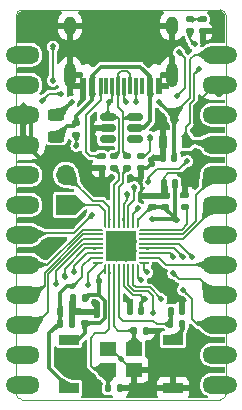
<source format=gtl>
G04 #@! TF.GenerationSoftware,KiCad,Pcbnew,(6.99.0-1912-g359c99991b)*
G04 #@! TF.CreationDate,2023-05-12T11:08:48+07:00*
G04 #@! TF.ProjectId,artemisia,61727465-6d69-4736-9961-2e6b69636164,1*
G04 #@! TF.SameCoordinates,Original*
G04 #@! TF.FileFunction,Copper,L1,Top*
G04 #@! TF.FilePolarity,Positive*
%FSLAX46Y46*%
G04 Gerber Fmt 4.6, Leading zero omitted, Abs format (unit mm)*
G04 Created by KiCad (PCBNEW (6.99.0-1912-g359c99991b)) date 2023-05-12 11:08:48*
%MOMM*%
%LPD*%
G01*
G04 APERTURE LIST*
G04 Aperture macros list*
%AMRoundRect*
0 Rectangle with rounded corners*
0 $1 Rounding radius*
0 $2 $3 $4 $5 $6 $7 $8 $9 X,Y pos of 4 corners*
0 Add a 4 corners polygon primitive as box body*
4,1,4,$2,$3,$4,$5,$6,$7,$8,$9,$2,$3,0*
0 Add four circle primitives for the rounded corners*
1,1,$1+$1,$2,$3*
1,1,$1+$1,$4,$5*
1,1,$1+$1,$6,$7*
1,1,$1+$1,$8,$9*
0 Add four rect primitives between the rounded corners*
20,1,$1+$1,$2,$3,$4,$5,0*
20,1,$1+$1,$4,$5,$6,$7,0*
20,1,$1+$1,$6,$7,$8,$9,0*
20,1,$1+$1,$8,$9,$2,$3,0*%
%AMFreePoly0*
4,1,14,0.314644,0.085355,0.385355,0.014644,0.400000,-0.020711,0.400000,-0.050000,0.385355,-0.085355,0.350000,-0.100000,-0.350000,-0.100000,-0.385355,-0.085355,-0.400000,-0.050000,-0.400000,0.050000,-0.385355,0.085355,-0.350000,0.100000,0.279289,0.100000,0.314644,0.085355,0.314644,0.085355,$1*%
%AMFreePoly1*
4,1,15,0.385355,0.085355,0.400000,0.050000,0.400000,0.020711,0.397487,0.014645,0.385355,-0.014645,0.314644,-0.085355,0.279289,-0.100000,-0.350000,-0.100000,-0.385355,-0.085355,-0.400000,-0.050000,-0.400000,0.050000,-0.385355,0.085355,-0.350000,0.100000,0.350000,0.100000,0.385355,0.085355,0.385355,0.085355,$1*%
%AMFreePoly2*
4,1,15,0.085355,0.385355,0.100000,0.350000,0.100000,-0.350000,0.085355,-0.385355,0.050000,-0.400000,-0.050000,-0.400000,-0.085355,-0.385355,-0.100000,-0.350000,-0.100000,0.279289,-0.085355,0.314644,-0.014645,0.385355,-0.004289,0.389644,0.020711,0.400000,0.050000,0.400000,0.085355,0.385355,0.085355,0.385355,$1*%
%AMFreePoly3*
4,1,14,0.014644,0.385355,0.085355,0.314644,0.100000,0.279289,0.100000,-0.350000,0.085355,-0.385355,0.050000,-0.400000,-0.050000,-0.400000,-0.085355,-0.385355,-0.100000,-0.350000,-0.100000,0.350000,-0.085355,0.385355,-0.050000,0.400000,-0.020711,0.400000,0.014644,0.385355,0.014644,0.385355,$1*%
%AMFreePoly4*
4,1,14,0.385355,0.085355,0.400000,0.050000,0.400000,-0.050000,0.385355,-0.085355,0.350000,-0.100000,-0.279289,-0.100000,-0.314645,-0.085355,-0.385355,-0.014644,-0.400000,0.020711,-0.400000,0.050000,-0.385355,0.085355,-0.350000,0.100000,0.350000,0.100000,0.385355,0.085355,0.385355,0.085355,$1*%
%AMFreePoly5*
4,1,15,0.385355,0.085355,0.400000,0.050000,0.400000,-0.050000,0.385355,-0.085355,0.350000,-0.100000,-0.350000,-0.100000,-0.385355,-0.085355,-0.400000,-0.050000,-0.400000,-0.020711,-0.385355,0.014644,-0.314645,0.085355,-0.304289,0.089644,-0.279289,0.100000,0.350000,0.100000,0.385355,0.085355,0.385355,0.085355,$1*%
%AMFreePoly6*
4,1,14,0.085355,0.385355,0.100000,0.350000,0.100000,-0.279289,0.085355,-0.314645,0.014644,-0.385355,-0.020711,-0.400000,-0.050000,-0.400000,-0.085355,-0.385355,-0.100000,-0.350000,-0.100000,0.350000,-0.085355,0.385355,-0.050000,0.400000,0.050000,0.400000,0.085355,0.385355,0.085355,0.385355,$1*%
%AMFreePoly7*
4,1,14,0.085355,0.385355,0.100000,0.350000,0.100000,-0.350000,0.085355,-0.385355,0.050000,-0.400000,0.020711,-0.400000,-0.014645,-0.385355,-0.085355,-0.314644,-0.100000,-0.279289,-0.100000,0.350000,-0.085355,0.385355,-0.050000,0.400000,0.050000,0.400000,0.085355,0.385355,0.085355,0.385355,$1*%
G04 Aperture macros list end*
G04 #@! TA.AperFunction,SMDPad,CuDef*
%ADD10FreePoly0,90.000000*%
G04 #@! TD*
G04 #@! TA.AperFunction,SMDPad,CuDef*
%ADD11RoundRect,0.050000X0.050000X-0.350000X0.050000X0.350000X-0.050000X0.350000X-0.050000X-0.350000X0*%
G04 #@! TD*
G04 #@! TA.AperFunction,SMDPad,CuDef*
%ADD12FreePoly1,90.000000*%
G04 #@! TD*
G04 #@! TA.AperFunction,SMDPad,CuDef*
%ADD13FreePoly2,90.000000*%
G04 #@! TD*
G04 #@! TA.AperFunction,SMDPad,CuDef*
%ADD14RoundRect,0.050000X0.350000X-0.050000X0.350000X0.050000X-0.350000X0.050000X-0.350000X-0.050000X0*%
G04 #@! TD*
G04 #@! TA.AperFunction,SMDPad,CuDef*
%ADD15FreePoly3,90.000000*%
G04 #@! TD*
G04 #@! TA.AperFunction,SMDPad,CuDef*
%ADD16FreePoly4,90.000000*%
G04 #@! TD*
G04 #@! TA.AperFunction,SMDPad,CuDef*
%ADD17FreePoly5,90.000000*%
G04 #@! TD*
G04 #@! TA.AperFunction,SMDPad,CuDef*
%ADD18FreePoly6,90.000000*%
G04 #@! TD*
G04 #@! TA.AperFunction,SMDPad,CuDef*
%ADD19FreePoly7,90.000000*%
G04 #@! TD*
G04 #@! TA.AperFunction,ComponentPad*
%ADD20C,0.500000*%
G04 #@! TD*
G04 #@! TA.AperFunction,SMDPad,CuDef*
%ADD21R,2.650000X2.650000*%
G04 #@! TD*
G04 #@! TA.AperFunction,SMDPad,CuDef*
%ADD22RoundRect,0.140000X-0.140000X-0.170000X0.140000X-0.170000X0.140000X0.170000X-0.140000X0.170000X0*%
G04 #@! TD*
G04 #@! TA.AperFunction,SMDPad,CuDef*
%ADD23RoundRect,0.135000X0.185000X-0.135000X0.185000X0.135000X-0.185000X0.135000X-0.185000X-0.135000X0*%
G04 #@! TD*
G04 #@! TA.AperFunction,SMDPad,CuDef*
%ADD24RoundRect,0.150000X-0.512500X-0.150000X0.512500X-0.150000X0.512500X0.150000X-0.512500X0.150000X0*%
G04 #@! TD*
G04 #@! TA.AperFunction,SMDPad,CuDef*
%ADD25RoundRect,0.140000X0.140000X0.170000X-0.140000X0.170000X-0.140000X-0.170000X0.140000X-0.170000X0*%
G04 #@! TD*
G04 #@! TA.AperFunction,SMDPad,CuDef*
%ADD26RoundRect,0.135000X0.135000X0.185000X-0.135000X0.185000X-0.135000X-0.185000X0.135000X-0.185000X0*%
G04 #@! TD*
G04 #@! TA.AperFunction,SMDPad,CuDef*
%ADD27RoundRect,0.140000X0.170000X-0.140000X0.170000X0.140000X-0.170000X0.140000X-0.170000X-0.140000X0*%
G04 #@! TD*
G04 #@! TA.AperFunction,CastellatedPad*
%ADD28C,1.500000*%
G04 #@! TD*
G04 #@! TA.AperFunction,ComponentPad*
%ADD29O,2.800000X1.500000*%
G04 #@! TD*
G04 #@! TA.AperFunction,ComponentPad*
%ADD30R,1.700000X1.700000*%
G04 #@! TD*
G04 #@! TA.AperFunction,ComponentPad*
%ADD31O,1.700000X1.700000*%
G04 #@! TD*
G04 #@! TA.AperFunction,SMDPad,CuDef*
%ADD32RoundRect,0.135000X-0.135000X-0.185000X0.135000X-0.185000X0.135000X0.185000X-0.135000X0.185000X0*%
G04 #@! TD*
G04 #@! TA.AperFunction,SMDPad,CuDef*
%ADD33R,1.700000X0.900000*%
G04 #@! TD*
G04 #@! TA.AperFunction,SMDPad,CuDef*
%ADD34R,0.800000X1.000000*%
G04 #@! TD*
G04 #@! TA.AperFunction,SMDPad,CuDef*
%ADD35RoundRect,0.243750X0.456250X-0.243750X0.456250X0.243750X-0.456250X0.243750X-0.456250X-0.243750X0*%
G04 #@! TD*
G04 #@! TA.AperFunction,SMDPad,CuDef*
%ADD36RoundRect,0.140000X-0.170000X0.140000X-0.170000X-0.140000X0.170000X-0.140000X0.170000X0.140000X0*%
G04 #@! TD*
G04 #@! TA.AperFunction,SMDPad,CuDef*
%ADD37R,1.400000X1.200000*%
G04 #@! TD*
G04 #@! TA.AperFunction,SMDPad,CuDef*
%ADD38RoundRect,0.135000X-0.185000X0.135000X-0.185000X-0.135000X0.185000X-0.135000X0.185000X0.135000X0*%
G04 #@! TD*
G04 #@! TA.AperFunction,SMDPad,CuDef*
%ADD39RoundRect,0.147500X-0.172500X0.147500X-0.172500X-0.147500X0.172500X-0.147500X0.172500X0.147500X0*%
G04 #@! TD*
G04 #@! TA.AperFunction,SMDPad,CuDef*
%ADD40R,0.600000X1.450000*%
G04 #@! TD*
G04 #@! TA.AperFunction,SMDPad,CuDef*
%ADD41R,0.300000X1.450000*%
G04 #@! TD*
G04 #@! TA.AperFunction,ComponentPad*
%ADD42O,1.000000X2.100000*%
G04 #@! TD*
G04 #@! TA.AperFunction,ComponentPad*
%ADD43O,1.000000X1.600000*%
G04 #@! TD*
G04 #@! TA.AperFunction,ViaPad*
%ADD44C,0.500000*%
G04 #@! TD*
G04 #@! TA.AperFunction,Conductor*
%ADD45C,0.300000*%
G04 #@! TD*
G04 #@! TA.AperFunction,Conductor*
%ADD46C,0.200000*%
G04 #@! TD*
G04 #@! TA.AperFunction,Conductor*
%ADD47C,0.150000*%
G04 #@! TD*
G04 #@! TA.AperFunction,Profile*
%ADD48C,0.100000*%
G04 #@! TD*
G04 APERTURE END LIST*
D10*
X7490000Y-21950000D03*
D11*
X7890000Y-21950000D03*
X8290000Y-21950000D03*
X8690000Y-21950000D03*
X9090000Y-21950000D03*
X9490000Y-21950000D03*
X9890000Y-21950000D03*
D12*
X10290000Y-21950000D03*
D13*
X10840000Y-21400000D03*
D14*
X10840000Y-21000000D03*
X10840000Y-20600000D03*
X10840000Y-20200000D03*
X10840000Y-19800000D03*
X10840000Y-19400000D03*
X10840000Y-19000000D03*
D15*
X10840000Y-18600000D03*
D16*
X10290000Y-18050000D03*
D11*
X9890000Y-18050000D03*
X9490000Y-18050000D03*
X9090000Y-18050000D03*
X8690000Y-18050000D03*
X8290000Y-18050000D03*
X7890000Y-18050000D03*
D17*
X7490000Y-18050000D03*
D18*
X6940000Y-18600000D03*
D14*
X6940000Y-19000000D03*
X6940000Y-19400000D03*
X6940000Y-19800000D03*
X6940000Y-20200000D03*
X6940000Y-20600000D03*
X6940000Y-21000000D03*
D19*
X6940000Y-21400000D03*
D20*
X8040000Y-20850000D03*
X8890000Y-20850000D03*
X9740000Y-20850000D03*
X8040000Y-20000000D03*
X8890000Y-20000000D03*
D21*
X8889999Y-19999999D03*
D20*
X9740000Y-20000000D03*
X8040000Y-19150000D03*
X8890000Y-19150000D03*
X9740000Y-19150000D03*
D22*
X7790000Y-32025000D03*
X8750000Y-32025000D03*
D23*
X14300000Y-16710000D03*
X14300000Y-15690000D03*
D22*
X12495000Y-14650000D03*
X13455000Y-14650000D03*
D24*
X7752500Y-9050000D03*
X7752500Y-10000000D03*
X7752500Y-10950000D03*
X10027500Y-10950000D03*
X10027500Y-10000000D03*
X10027500Y-9050000D03*
D25*
X13400000Y-12500000D03*
X12440000Y-12500000D03*
D26*
X4720000Y-26600000D03*
X3700000Y-26600000D03*
D27*
X12610000Y-16680000D03*
X12610000Y-15720000D03*
D22*
X9620000Y-25500000D03*
X10580000Y-25500000D03*
D25*
X4690000Y-25500000D03*
X3730000Y-25500000D03*
D28*
X17910000Y-31740000D03*
D29*
X17209999Y-31739999D03*
D28*
X17910000Y-29200000D03*
D29*
X17209999Y-29199999D03*
D28*
X17910000Y-26660000D03*
D29*
X17209999Y-26659999D03*
D28*
X17910000Y-24120000D03*
D29*
X17209999Y-24119999D03*
D28*
X17910000Y-21580000D03*
D29*
X17209999Y-21579999D03*
D28*
X17910000Y-19040000D03*
D29*
X17209999Y-19039999D03*
D28*
X17910000Y-16500000D03*
D29*
X17209999Y-16499999D03*
D28*
X17910000Y-13960000D03*
D29*
X17209999Y-13959999D03*
D28*
X17910000Y-11420000D03*
D29*
X17209999Y-11419999D03*
D28*
X17910000Y-8880000D03*
D29*
X17209999Y-8879999D03*
D28*
X17910000Y-6340000D03*
D29*
X17209999Y-6339999D03*
D28*
X17910000Y-3800000D03*
D29*
X17209999Y-3799999D03*
D30*
X4199999Y-16499999D03*
D31*
X4199999Y-13959999D03*
D32*
X13060000Y-26600000D03*
X14080000Y-26600000D03*
D33*
X4499999Y-32024999D03*
X4499999Y-27924999D03*
D34*
X12450000Y-11199999D03*
X14349999Y-11199999D03*
X13399999Y-8799999D03*
D35*
X3400000Y-10737500D03*
X3400000Y-8862500D03*
D33*
X13279999Y-27924999D03*
X13279999Y-32024999D03*
D28*
X-130000Y-3800000D03*
D29*
X569999Y-3799999D03*
D28*
X-130000Y-6340000D03*
D29*
X569999Y-6339999D03*
D28*
X-130000Y-8880000D03*
D29*
X569999Y-8879999D03*
D28*
X-130000Y-11420000D03*
D29*
X569999Y-11419999D03*
D28*
X-130000Y-13960000D03*
D29*
X569999Y-13959999D03*
D28*
X-130000Y-16500000D03*
D29*
X569999Y-16499999D03*
D28*
X-130000Y-19040000D03*
D29*
X569999Y-19039999D03*
D28*
X-130000Y-21580000D03*
D29*
X569999Y-21579999D03*
D28*
X-130000Y-24120000D03*
D29*
X569999Y-24119999D03*
D28*
X-130000Y-26660000D03*
D29*
X569999Y-26659999D03*
D28*
X-130000Y-29200000D03*
D29*
X569999Y-29199999D03*
D28*
X-130000Y-31740000D03*
D29*
X569999Y-31739999D03*
D23*
X5100000Y-10610000D03*
X5100000Y-9590000D03*
D36*
X5800000Y-25570000D03*
X5800000Y-26530000D03*
D22*
X9990000Y-27150000D03*
X10950000Y-27150000D03*
D36*
X11500000Y-15720000D03*
X11500000Y-16680000D03*
D22*
X4840000Y-24400000D03*
X5800000Y-24400000D03*
D37*
X9989999Y-28749999D03*
X7789999Y-28749999D03*
X7789999Y-30449999D03*
X9989999Y-30449999D03*
D23*
X8325000Y-13410000D03*
X8325000Y-12390000D03*
D25*
X14050000Y-25500000D03*
X13090000Y-25500000D03*
D38*
X7225000Y-12390000D03*
X7225000Y-13410000D03*
D39*
X14700000Y-815000D03*
X14700000Y-1785000D03*
D23*
X9425000Y-13410000D03*
X9425000Y-12390000D03*
X10550000Y-13410000D03*
X10550000Y-12390000D03*
X15800000Y-1810000D03*
X15800000Y-790000D03*
D40*
X12114999Y-6424999D03*
X11339999Y-6424999D03*
D41*
X10639999Y-6424999D03*
X10139999Y-6424999D03*
X9639999Y-6424999D03*
X9139999Y-6424999D03*
X8639999Y-6424999D03*
X8139999Y-6424999D03*
X7639999Y-6424999D03*
X7139999Y-6424999D03*
D40*
X6439999Y-6424999D03*
X5664999Y-6424999D03*
D42*
X13209999Y-5509999D03*
D43*
X13209999Y-1329999D03*
D42*
X4569999Y-5509999D03*
D43*
X4569999Y-1329999D03*
D44*
X6700000Y-25000000D03*
X8890000Y-29600000D03*
X6850000Y-32000000D03*
X3700000Y-11900000D03*
X15600000Y-10100000D03*
X6500000Y-10300000D03*
X15200000Y-12300000D03*
X2300000Y-12850000D03*
X9350000Y-24550000D03*
X11500000Y-12950000D03*
X7300000Y-14500000D03*
X16900000Y-2200000D03*
X15000000Y-14600000D03*
X3800000Y-19550000D03*
X13400000Y-24500000D03*
X1950000Y-20300000D03*
X4700000Y-7800000D03*
X12100000Y-7800000D03*
X9300000Y-7800000D03*
X7900000Y-7800000D03*
X10900000Y-24500000D03*
X7000000Y-22900000D03*
X13600000Y-17800000D03*
X15500000Y-5000000D03*
X15100000Y-2900000D03*
X11500000Y-17700000D03*
X11200000Y-14600000D03*
X4800000Y-23400000D03*
X14500000Y-12800000D03*
X10600000Y-22900000D03*
X13800000Y-3600000D03*
X11100000Y-22200000D03*
X13600000Y-7300000D03*
X4900000Y-22200000D03*
X4100000Y-22600000D03*
X3800000Y-7100000D03*
X2200000Y-7700000D03*
X9400000Y-15600000D03*
X5100000Y-11500000D03*
X3100000Y-3100000D03*
X10000000Y-15000000D03*
X3100000Y-6000000D03*
X3400000Y-23200000D03*
X6100000Y-23300000D03*
X10300000Y-16800000D03*
X6400000Y-17400000D03*
X12300000Y-24500000D03*
X11600000Y-25700000D03*
X13300000Y-22300000D03*
X13300000Y-20900000D03*
X14100000Y-23700000D03*
X14100000Y-20900000D03*
X14900000Y-20900000D03*
X11340000Y-10800000D03*
X10140000Y-7800000D03*
D45*
X1270000Y-11420000D02*
X1270000Y-11820000D01*
X1270000Y-11420000D02*
X1270000Y-8880000D01*
D46*
X15074520Y-9574520D02*
X15074520Y-8125480D01*
X9990000Y-30450000D02*
X9740000Y-30450000D01*
X12495000Y-14205000D02*
X12850000Y-13850000D01*
X15074520Y-8125480D02*
X16510000Y-6690000D01*
X12850000Y-13850000D02*
X14250000Y-13850000D01*
X7790000Y-28750000D02*
X8040000Y-28750000D01*
D45*
X10550000Y-13410000D02*
X11040000Y-13410000D01*
X1270000Y-11820000D02*
X2300000Y-12850000D01*
X11040000Y-13410000D02*
X11500000Y-12950000D01*
D46*
X15600000Y-10100000D02*
X15074520Y-9574520D01*
X16510000Y-6690000D02*
X16510000Y-6340000D01*
X12495000Y-14650000D02*
X12495000Y-14205000D01*
X14250000Y-13850000D02*
X15000000Y-14600000D01*
X3050000Y-20300000D02*
X3800000Y-19550000D01*
X8825000Y-31825000D02*
X8750000Y-31900000D01*
X1950000Y-20300000D02*
X3050000Y-20300000D01*
X9740000Y-30450000D02*
X8890000Y-29600000D01*
X8040000Y-28750000D02*
X8890000Y-29600000D01*
D47*
X6650000Y-30450000D02*
X6340000Y-30140000D01*
X7500000Y-27400000D02*
X7890000Y-27010000D01*
X6340000Y-27760000D02*
X6700000Y-27400000D01*
X6700000Y-27400000D02*
X7500000Y-27400000D01*
X7790000Y-32025000D02*
X7790000Y-30450000D01*
X6340000Y-30140000D02*
X6340000Y-27760000D01*
X7790000Y-30450000D02*
X6650000Y-30450000D01*
X7890000Y-27010000D02*
X7890000Y-21950000D01*
D46*
X8690000Y-21950000D02*
X8690000Y-25990000D01*
D45*
X13090000Y-25500000D02*
X13090000Y-26570000D01*
D46*
X8690000Y-25990000D02*
X9025000Y-26325000D01*
X11900000Y-26600000D02*
X13060000Y-26600000D01*
X11625000Y-26325000D02*
X11900000Y-26600000D01*
X9025000Y-26325000D02*
X11625000Y-26325000D01*
D45*
X13090000Y-26570000D02*
X13060000Y-26600000D01*
X3400000Y-8862500D02*
X3637500Y-8862500D01*
X13100000Y-8800000D02*
X13400000Y-8800000D01*
D46*
X16510000Y-3800000D02*
X15100000Y-3800000D01*
D45*
X3637500Y-8862500D02*
X4700000Y-7800000D01*
X12100000Y-7800000D02*
X13100000Y-8800000D01*
D46*
X14700000Y-4200000D02*
X14700000Y-7500000D01*
D45*
X13400000Y-12500000D02*
X13400000Y-8800000D01*
D46*
X15100000Y-3800000D02*
X14700000Y-4200000D01*
X14700000Y-7500000D02*
X13400000Y-8800000D01*
X8640000Y-6425000D02*
X8640000Y-5460000D01*
X8640000Y-6425000D02*
X8640000Y-8240000D01*
X9308333Y-9050000D02*
X10027500Y-9050000D01*
X9425000Y-12390000D02*
X9069520Y-12034520D01*
X8640000Y-5460000D02*
X8900000Y-5200000D01*
X8640000Y-8240000D02*
X9069520Y-8669520D01*
X9069520Y-12034520D02*
X9069520Y-9288813D01*
X9069520Y-9288813D02*
X9308333Y-9050000D01*
X8900000Y-5200000D02*
X9400000Y-5200000D01*
X9640000Y-5440000D02*
X9640000Y-6425000D01*
X9400000Y-5200000D02*
X9640000Y-5440000D01*
X9069520Y-8669520D02*
X9069520Y-9288813D01*
X7752500Y-7947500D02*
X7900000Y-7800000D01*
X8720000Y-11995000D02*
X8720000Y-9261667D01*
X8140000Y-7560000D02*
X8140000Y-6425000D01*
X8325000Y-12390000D02*
X8720000Y-11995000D01*
X7900000Y-7800000D02*
X8140000Y-7560000D01*
X8508333Y-9050000D02*
X7752500Y-9050000D01*
X9140000Y-6425000D02*
X9140000Y-7640000D01*
X7752500Y-9050000D02*
X7752500Y-7947500D01*
X9140000Y-7640000D02*
X9300000Y-7800000D01*
X8720000Y-9261667D02*
X8508333Y-9050000D01*
D47*
X8650000Y-27150000D02*
X8290000Y-26790000D01*
X9990000Y-28750000D02*
X9990000Y-27150000D01*
X9990000Y-27150000D02*
X8650000Y-27150000D01*
X8290000Y-26790000D02*
X8290000Y-21950000D01*
D46*
X9049520Y-13785480D02*
X9049520Y-14650480D01*
X9049520Y-14650480D02*
X8690000Y-15010000D01*
X9425000Y-13410000D02*
X9049520Y-13785480D01*
X8690000Y-15010000D02*
X8690000Y-18050000D01*
X8700000Y-13785000D02*
X8700000Y-14421060D01*
X8700000Y-14421060D02*
X8290000Y-14831060D01*
X8290000Y-14831060D02*
X8290000Y-18050000D01*
X8325000Y-13410000D02*
X8700000Y-13785000D01*
X14700000Y-1785000D02*
X14700000Y-2500000D01*
D45*
X5800000Y-26530000D02*
X7070000Y-26530000D01*
D46*
X14350000Y-11200000D02*
X14350000Y-9950000D01*
D45*
X6100000Y-24100000D02*
X7000000Y-24100000D01*
X12610000Y-16680000D02*
X12610000Y-16810000D01*
X5800000Y-27400000D02*
X5275000Y-27925000D01*
D46*
X9865580Y-24124520D02*
X10524520Y-24124520D01*
D45*
X11500000Y-16680000D02*
X12610000Y-16680000D01*
X10580000Y-24820000D02*
X10900000Y-24500000D01*
X7070000Y-26530000D02*
X7515480Y-26084520D01*
D46*
X9090000Y-23348940D02*
X9865580Y-24124520D01*
D45*
X5800000Y-26530000D02*
X5800000Y-27400000D01*
D46*
X10290000Y-17810000D02*
X10290000Y-18050000D01*
X7000000Y-22440000D02*
X7490000Y-21950000D01*
X7000000Y-22900000D02*
X7000000Y-22440000D01*
D45*
X10580000Y-25500000D02*
X10580000Y-24820000D01*
X7515480Y-26084520D02*
X7515480Y-24615480D01*
X12610000Y-16810000D02*
X13600000Y-17800000D01*
X13500000Y-17700000D02*
X13600000Y-17800000D01*
D46*
X14725000Y-7969296D02*
X14725000Y-9575000D01*
X14725000Y-9575000D02*
X14350000Y-9950000D01*
X9090000Y-21950000D02*
X9090000Y-23348940D01*
D45*
X5275000Y-27925000D02*
X4500000Y-27925000D01*
D46*
X15049520Y-7644776D02*
X15049520Y-5450480D01*
X10524520Y-24124520D02*
X10900000Y-24500000D01*
D45*
X5800000Y-24400000D02*
X6100000Y-24100000D01*
D46*
X14700000Y-2500000D02*
X15100000Y-2900000D01*
D45*
X7515480Y-24615480D02*
X7000000Y-24100000D01*
D46*
X11420000Y-16680000D02*
X10290000Y-17810000D01*
D45*
X7000000Y-24100000D02*
X7000000Y-22900000D01*
D46*
X11500000Y-16680000D02*
X11420000Y-16680000D01*
D45*
X13600000Y-17800000D02*
X13455000Y-17655000D01*
X16290000Y-11200000D02*
X16510000Y-11420000D01*
D46*
X14725000Y-7969296D02*
X15049520Y-7644776D01*
D45*
X13455000Y-17655000D02*
X13455000Y-14650000D01*
X11600000Y-17700000D02*
X13500000Y-17700000D01*
X14350000Y-11200000D02*
X16290000Y-11200000D01*
D46*
X15049520Y-5450480D02*
X15500000Y-5000000D01*
X5600000Y-22600000D02*
X5600000Y-21700000D01*
D45*
X3600000Y-26600000D02*
X3700000Y-26600000D01*
X3730000Y-25500000D02*
X3730000Y-26570000D01*
D46*
X11900000Y-13500000D02*
X11200000Y-14200000D01*
D45*
X4500000Y-32025000D02*
X2800000Y-30325000D01*
X4300000Y-23400000D02*
X4800000Y-23400000D01*
D46*
X5600000Y-21700000D02*
X6300000Y-21000000D01*
D45*
X2800000Y-30325000D02*
X2800000Y-27400000D01*
D46*
X11200000Y-14200000D02*
X11200000Y-14600000D01*
D45*
X3730000Y-23970000D02*
X3730000Y-25500000D01*
D46*
X13800000Y-13500000D02*
X11900000Y-13500000D01*
X4800000Y-23400000D02*
X5600000Y-22600000D01*
X6300000Y-21000000D02*
X6940000Y-21000000D01*
X14500000Y-12800000D02*
X13800000Y-13500000D01*
D45*
X2800000Y-27400000D02*
X3600000Y-26600000D01*
X4300000Y-23400000D02*
X3730000Y-23970000D01*
X3730000Y-26570000D02*
X3700000Y-26600000D01*
D47*
X15800000Y-790000D02*
X14725000Y-790000D01*
D46*
X14725000Y-790000D02*
X14700000Y-815000D01*
D47*
X10290000Y-22590000D02*
X10600000Y-22900000D01*
X10290000Y-21950000D02*
X10290000Y-22590000D01*
X14300000Y-6600000D02*
X14300000Y-4100000D01*
X10840000Y-21400000D02*
X10840000Y-21940000D01*
X13600000Y-7300000D02*
X14300000Y-6600000D01*
X10840000Y-21940000D02*
X11100000Y-22200000D01*
X14300000Y-4100000D02*
X13800000Y-3600000D01*
X4900000Y-22200000D02*
X4900000Y-21700000D01*
X6000000Y-20600000D02*
X6940000Y-20600000D01*
X4900000Y-21700000D02*
X6000000Y-20600000D01*
X4100000Y-21900000D02*
X5800000Y-20200000D01*
X5800000Y-20200000D02*
X6940000Y-20200000D01*
X4100000Y-22600000D02*
X4100000Y-21900000D01*
D46*
X14500000Y-16910000D02*
X14300000Y-16710000D01*
X14000000Y-18600000D02*
X14500000Y-18100000D01*
X14500000Y-18100000D02*
X14500000Y-16910000D01*
X10840000Y-18600000D02*
X14000000Y-18600000D01*
D47*
X2200000Y-7700000D02*
X2800000Y-7100000D01*
X9400000Y-15600000D02*
X9400000Y-16100000D01*
X9090000Y-16410000D02*
X9090000Y-18050000D01*
X9400000Y-16100000D02*
X9090000Y-16410000D01*
X2800000Y-7100000D02*
X3800000Y-7100000D01*
X5100000Y-10610000D02*
X5100000Y-11500000D01*
X3100000Y-3100000D02*
X3100000Y-6000000D01*
X9490000Y-16610000D02*
X10000000Y-16100000D01*
X9490000Y-18050000D02*
X9490000Y-16610000D01*
X10000000Y-16100000D02*
X10000000Y-15000000D01*
X2649243Y-21580000D02*
X5629243Y-18600000D01*
X5629243Y-18600000D02*
X6940000Y-18600000D01*
X1270000Y-21580000D02*
X2649243Y-21580000D01*
X2400480Y-22252349D02*
X5652829Y-19000000D01*
X1680000Y-24120000D02*
X2400480Y-23399520D01*
X1270000Y-24120000D02*
X1680000Y-24120000D01*
X2400480Y-22252349D02*
X2400480Y-23399520D01*
X5652829Y-19000000D02*
X6940000Y-19000000D01*
X5676415Y-19400000D02*
X2700000Y-22376415D01*
X2700000Y-22376415D02*
X2700000Y-25600000D01*
X1640000Y-26660000D02*
X1270000Y-26660000D01*
X2700000Y-25600000D02*
X1640000Y-26660000D01*
X6940000Y-19400000D02*
X5676415Y-19400000D01*
X5700000Y-19800000D02*
X3400000Y-22100000D01*
X6940000Y-19800000D02*
X5700000Y-19800000D01*
X3400000Y-22100000D02*
X3400000Y-23200000D01*
X7000000Y-16500000D02*
X7490000Y-16990000D01*
X7490000Y-16990000D02*
X7490000Y-18050000D01*
X4200000Y-16500000D02*
X7000000Y-16500000D01*
X7890000Y-16710000D02*
X7380480Y-16200480D01*
X7380480Y-16200480D02*
X6500480Y-16200480D01*
X4260000Y-13960000D02*
X4200000Y-13960000D01*
X7890000Y-18050000D02*
X7890000Y-16710000D01*
X6500480Y-16200480D02*
X4260000Y-13960000D01*
X6100000Y-23300000D02*
X6100000Y-22240000D01*
X6100000Y-22240000D02*
X6940000Y-21400000D01*
X6400000Y-17401036D02*
X6400000Y-17400000D01*
X9890000Y-17310000D02*
X10300000Y-16900000D01*
X9890000Y-18050000D02*
X9890000Y-17310000D01*
X6100518Y-17700518D02*
X6400000Y-17401036D01*
X4904060Y-18900000D02*
X5227030Y-18577030D01*
X5227030Y-18577030D02*
X6100518Y-17700518D01*
X1410000Y-18900000D02*
X4904060Y-18900000D01*
D46*
X10300000Y-16900000D02*
X10300000Y-16800000D01*
D47*
X1270000Y-19040000D02*
X1410000Y-18900000D01*
X16510000Y-13960000D02*
X16510000Y-14390000D01*
X15185000Y-17914999D02*
X14099999Y-19000000D01*
X14099999Y-19000000D02*
X10840000Y-19000000D01*
X15185000Y-15715000D02*
X15185000Y-17914999D01*
X16510000Y-14390000D02*
X15185000Y-15715000D01*
X14123585Y-19400000D02*
X16510000Y-17013585D01*
X16510000Y-17013585D02*
X16510000Y-16500000D01*
X10840000Y-19400000D02*
X14123585Y-19400000D01*
X12100000Y-21000000D02*
X10840000Y-21000000D01*
X16510000Y-21580000D02*
X12680000Y-21580000D01*
X12680000Y-21580000D02*
X12100000Y-21000000D01*
X11300480Y-23500480D02*
X12300000Y-24500000D01*
X9890000Y-21950000D02*
X9890000Y-23266414D01*
X9890000Y-23266414D02*
X10124066Y-23500480D01*
X10124066Y-23500480D02*
X11300480Y-23500480D01*
X9490000Y-23290000D02*
X10000000Y-23800000D01*
X11600000Y-24223586D02*
X11600000Y-25700000D01*
X9490000Y-21950000D02*
X9490000Y-23290000D01*
X11176414Y-23800000D02*
X11600000Y-24223586D01*
X10000000Y-23800000D02*
X11176414Y-23800000D01*
X13800000Y-22800000D02*
X15600000Y-22800000D01*
X16510000Y-23710000D02*
X16510000Y-24120000D01*
X10840000Y-20600000D02*
X13000000Y-20600000D01*
X13000000Y-20600000D02*
X13300000Y-20900000D01*
X15600000Y-22800000D02*
X16510000Y-23710000D01*
X13300000Y-22300000D02*
X13800000Y-22800000D01*
X14900000Y-24500000D02*
X14900000Y-26200000D01*
X15360000Y-26660000D02*
X16510000Y-26660000D01*
X14100000Y-23700000D02*
X14900000Y-24500000D01*
X14900000Y-26200000D02*
X15360000Y-26660000D01*
X10840000Y-20200000D02*
X13400000Y-20200000D01*
X13400000Y-20200000D02*
X14100000Y-20900000D01*
X13800000Y-19800000D02*
X14900000Y-20900000D01*
X10840000Y-19800000D02*
X13800000Y-19800000D01*
D45*
X7149519Y-4850481D02*
X7199520Y-4800480D01*
X6440000Y-6425000D02*
X6440000Y-5560000D01*
X11340000Y-6425000D02*
X11340000Y-9450000D01*
X4871250Y-9818750D02*
X5100000Y-9590000D01*
X6440000Y-6425000D02*
X6440000Y-7660000D01*
X4318750Y-9818750D02*
X3400000Y-10737500D01*
X6440000Y-7660000D02*
X5100000Y-9000000D01*
X7199520Y-4800480D02*
X10500481Y-4800481D01*
X7149519Y-4850481D02*
X7249519Y-4850481D01*
X11340000Y-5640000D02*
X11340000Y-6425000D01*
X6440000Y-5560000D02*
X7149519Y-4850481D01*
X10790000Y-10000000D02*
X11340000Y-9450000D01*
X10027500Y-10000000D02*
X10790000Y-10000000D01*
X5100000Y-9000000D02*
X5100000Y-9590000D01*
X4318750Y-9818750D02*
X4871250Y-9818750D01*
X10500481Y-4800481D02*
X11340000Y-5640000D01*
X14080000Y-27125000D02*
X13280000Y-27925000D01*
X14080000Y-26600000D02*
X14080000Y-27125000D01*
D47*
X10140000Y-6425000D02*
X10140000Y-7800000D01*
X11340000Y-11960000D02*
X11340000Y-10800000D01*
X10550000Y-12390000D02*
X10910000Y-12390000D01*
X10910000Y-12390000D02*
X11340000Y-11960000D01*
X5900000Y-8900000D02*
X5900000Y-12000000D01*
X7140000Y-7660000D02*
X5900000Y-8900000D01*
X5900000Y-12000000D02*
X6290000Y-12390000D01*
X6290000Y-12390000D02*
X7225000Y-12390000D01*
X7140000Y-6425000D02*
X7140000Y-7660000D01*
G04 #@! TA.AperFunction,Conductor*
G36*
X5928532Y-27947684D02*
G01*
X5985368Y-27990231D01*
X6010179Y-28056751D01*
X6010500Y-28065740D01*
X6010500Y-30120118D01*
X6010020Y-30131100D01*
X6007715Y-30157450D01*
X6006690Y-30169160D01*
X6009543Y-30179807D01*
X6009543Y-30179809D01*
X6016580Y-30206070D01*
X6018959Y-30216801D01*
X6025595Y-30254434D01*
X6031106Y-30263979D01*
X6032363Y-30267433D01*
X6033913Y-30270757D01*
X6036765Y-30281401D01*
X6043085Y-30290427D01*
X6043086Y-30290429D01*
X6058681Y-30312700D01*
X6064587Y-30321971D01*
X6078180Y-30345515D01*
X6078182Y-30345518D01*
X6083695Y-30355066D01*
X6112981Y-30379640D01*
X6121072Y-30387055D01*
X6402940Y-30668923D01*
X6410367Y-30677027D01*
X6434934Y-30706305D01*
X6444477Y-30711815D01*
X6444481Y-30711818D01*
X6468029Y-30725413D01*
X6477300Y-30731319D01*
X6499571Y-30746914D01*
X6499573Y-30746915D01*
X6508599Y-30753235D01*
X6519243Y-30756087D01*
X6522567Y-30757637D01*
X6526021Y-30758894D01*
X6535566Y-30764405D01*
X6546418Y-30766319D01*
X6556782Y-30770091D01*
X6555617Y-30773292D01*
X6606655Y-30799684D01*
X6626706Y-30819521D01*
X6651843Y-30844388D01*
X6660031Y-30853306D01*
X6759762Y-30973009D01*
X6765742Y-30980786D01*
X6810793Y-31044364D01*
X6821121Y-31058939D01*
X6841893Y-31107203D01*
X6850266Y-31149301D01*
X6906516Y-31233484D01*
X6990699Y-31289734D01*
X7064933Y-31304500D01*
X7071132Y-31304500D01*
X7072777Y-31304662D01*
X7138609Y-31331244D01*
X7145480Y-31337092D01*
X7196301Y-31383597D01*
X7209031Y-31395246D01*
X7218794Y-31405229D01*
X7278745Y-31473743D01*
X7298462Y-31496277D01*
X7305429Y-31504989D01*
X7307015Y-31507163D01*
X7331004Y-31573984D01*
X7317491Y-31638626D01*
X7270132Y-31731573D01*
X7255500Y-31823955D01*
X7255501Y-32226044D01*
X7256276Y-32230937D01*
X7267746Y-32303359D01*
X7270132Y-32318427D01*
X7326865Y-32429771D01*
X7415229Y-32518135D01*
X7526573Y-32574868D01*
X7536363Y-32576419D01*
X7536364Y-32576419D01*
X7554252Y-32579252D01*
X7618955Y-32589500D01*
X7789965Y-32589500D01*
X7961044Y-32589499D01*
X8007312Y-32582171D01*
X8077720Y-32591271D01*
X8116115Y-32617525D01*
X8182995Y-32684405D01*
X8217021Y-32746717D01*
X8211956Y-32817532D01*
X8169409Y-32874368D01*
X8102889Y-32899179D01*
X8093900Y-32899500D01*
X5588144Y-32899500D01*
X5520023Y-32879498D01*
X5473530Y-32825842D01*
X5463426Y-32755568D01*
X5492920Y-32690988D01*
X5518140Y-32668737D01*
X5533484Y-32658484D01*
X5589734Y-32574301D01*
X5604500Y-32500067D01*
X5604499Y-31549934D01*
X5595560Y-31504989D01*
X5592156Y-31487874D01*
X5592155Y-31487872D01*
X5589734Y-31475699D01*
X5533484Y-31391516D01*
X5449301Y-31335266D01*
X5375067Y-31320500D01*
X4758151Y-31320500D01*
X4723295Y-31315583D01*
X4606083Y-31281841D01*
X4594759Y-31277990D01*
X4457953Y-31224099D01*
X4447793Y-31219569D01*
X4307344Y-31149345D01*
X4298386Y-31144401D01*
X4193544Y-31080859D01*
X4154267Y-31057055D01*
X4146489Y-31051938D01*
X4142944Y-31049413D01*
X3996460Y-30945098D01*
X3996549Y-30944973D01*
X3975822Y-30928772D01*
X3241405Y-30194355D01*
X3207379Y-30132043D01*
X3204500Y-30105260D01*
X3204500Y-28581716D01*
X3224502Y-28513595D01*
X3278158Y-28467102D01*
X3348432Y-28456998D01*
X3413012Y-28486492D01*
X3435265Y-28511713D01*
X3466516Y-28558484D01*
X3550699Y-28614734D01*
X3624933Y-28629500D01*
X4499858Y-28629500D01*
X5375066Y-28629499D01*
X5410818Y-28622388D01*
X5437126Y-28617156D01*
X5437128Y-28617155D01*
X5449301Y-28614734D01*
X5459621Y-28607839D01*
X5459622Y-28607838D01*
X5523168Y-28565377D01*
X5533484Y-28558484D01*
X5589734Y-28474301D01*
X5604500Y-28400067D01*
X5604500Y-28219740D01*
X5624502Y-28151619D01*
X5641405Y-28130645D01*
X5795405Y-27976645D01*
X5857717Y-27942619D01*
X5928532Y-27947684D01*
G37*
G04 #@! TD.AperFunction*
G04 #@! TA.AperFunction,Conductor*
G36*
X14813012Y-26579449D02*
G01*
X14819595Y-26585578D01*
X15112940Y-26878923D01*
X15120367Y-26887027D01*
X15144934Y-26916305D01*
X15154477Y-26921815D01*
X15154481Y-26921818D01*
X15178029Y-26935413D01*
X15187300Y-26941319D01*
X15209571Y-26956914D01*
X15209573Y-26956915D01*
X15218599Y-26963235D01*
X15229243Y-26966087D01*
X15232567Y-26967637D01*
X15236021Y-26968894D01*
X15245566Y-26974405D01*
X15256417Y-26976318D01*
X15256424Y-26976321D01*
X15283209Y-26981044D01*
X15293937Y-26983422D01*
X15320193Y-26990457D01*
X15320195Y-26990457D01*
X15330839Y-26993309D01*
X15341814Y-26992349D01*
X15341815Y-26992349D01*
X15368903Y-26989979D01*
X15379884Y-26989500D01*
X15418304Y-26989500D01*
X15486425Y-27009502D01*
X15503807Y-27022951D01*
X15653610Y-27161349D01*
X15661727Y-27169570D01*
X15735571Y-27251555D01*
X15824770Y-27350587D01*
X15828194Y-27354389D01*
X15837186Y-27363880D01*
X15838014Y-27364711D01*
X15847360Y-27373635D01*
X15853342Y-27377229D01*
X15854538Y-27378142D01*
X15869437Y-27391508D01*
X15902322Y-27426103D01*
X15907561Y-27429750D01*
X15907564Y-27429752D01*
X16032063Y-27516405D01*
X16070000Y-27542810D01*
X16257739Y-27623375D01*
X16263997Y-27624661D01*
X16264000Y-27624662D01*
X16328714Y-27637961D01*
X16457852Y-27664500D01*
X17553500Y-27664500D01*
X17621621Y-27684502D01*
X17668114Y-27738158D01*
X17679500Y-27790500D01*
X17679500Y-28069500D01*
X17659498Y-28137621D01*
X17605842Y-28184114D01*
X17553500Y-28195500D01*
X16509060Y-28195500D01*
X16505886Y-28195823D01*
X16505881Y-28195823D01*
X16451471Y-28201356D01*
X16356753Y-28210988D01*
X16161827Y-28272147D01*
X16156240Y-28275248D01*
X15988788Y-28368191D01*
X15988784Y-28368194D01*
X15983202Y-28371292D01*
X15828191Y-28504364D01*
X15824283Y-28509413D01*
X15731330Y-28629499D01*
X15703141Y-28665916D01*
X15613170Y-28849333D01*
X15611569Y-28855515D01*
X15611569Y-28855516D01*
X15587903Y-28946921D01*
X15561963Y-29047106D01*
X15551616Y-29251139D01*
X15582552Y-29453079D01*
X15584770Y-29459067D01*
X15584770Y-29459068D01*
X15650051Y-29635330D01*
X15653505Y-29644657D01*
X15761570Y-29818031D01*
X15765970Y-29822660D01*
X15765971Y-29822661D01*
X15897922Y-29961475D01*
X15897926Y-29961479D01*
X15902322Y-29966103D01*
X15907561Y-29969750D01*
X15907564Y-29969752D01*
X16007418Y-30039252D01*
X16070000Y-30082810D01*
X16257739Y-30163375D01*
X16263997Y-30164661D01*
X16264000Y-30164662D01*
X16334381Y-30179126D01*
X16457852Y-30204500D01*
X17553500Y-30204500D01*
X17621621Y-30224502D01*
X17668114Y-30278158D01*
X17679500Y-30330500D01*
X17679500Y-30609500D01*
X17659498Y-30677621D01*
X17605842Y-30724114D01*
X17553500Y-30735500D01*
X16509060Y-30735500D01*
X16505886Y-30735823D01*
X16505881Y-30735823D01*
X16451471Y-30741356D01*
X16356753Y-30750988D01*
X16161827Y-30812147D01*
X16156240Y-30815248D01*
X15988788Y-30908191D01*
X15988784Y-30908194D01*
X15983202Y-30911292D01*
X15828191Y-31044364D01*
X15820236Y-31054641D01*
X15768121Y-31121969D01*
X15703141Y-31205916D01*
X15700326Y-31211655D01*
X15700324Y-31211658D01*
X15689618Y-31233484D01*
X15613170Y-31389333D01*
X15611569Y-31395515D01*
X15611569Y-31395516D01*
X15565361Y-31573984D01*
X15561963Y-31587106D01*
X15551616Y-31791139D01*
X15552583Y-31797451D01*
X15552583Y-31797452D01*
X15555894Y-31819065D01*
X15582552Y-31993079D01*
X15653505Y-32184657D01*
X15761570Y-32358031D01*
X15765970Y-32362660D01*
X15765971Y-32362661D01*
X15897922Y-32501475D01*
X15897926Y-32501479D01*
X15902322Y-32506103D01*
X15907561Y-32509750D01*
X15907564Y-32509752D01*
X16024984Y-32591478D01*
X16070000Y-32622810D01*
X16129091Y-32648168D01*
X16151329Y-32657711D01*
X16206041Y-32702956D01*
X16227607Y-32770598D01*
X16209179Y-32839161D01*
X16156608Y-32886878D01*
X16101640Y-32899500D01*
X14693857Y-32899500D01*
X14625736Y-32879498D01*
X14579243Y-32825842D01*
X14569139Y-32755568D01*
X14580634Y-32721032D01*
X14580446Y-32720962D01*
X14582414Y-32715685D01*
X14583271Y-32713111D01*
X14583597Y-32712514D01*
X14628741Y-32591478D01*
X14632338Y-32576257D01*
X14637640Y-32526938D01*
X14638000Y-32520223D01*
X14638000Y-32297115D01*
X14633525Y-32281876D01*
X14632135Y-32280671D01*
X14624452Y-32279000D01*
X11940115Y-32279000D01*
X11924876Y-32283475D01*
X11923671Y-32284865D01*
X11922000Y-32292548D01*
X11922000Y-32520223D01*
X11922360Y-32526938D01*
X11927662Y-32576257D01*
X11931259Y-32591478D01*
X11976403Y-32712514D01*
X11976729Y-32713111D01*
X11976874Y-32713775D01*
X11979554Y-32720962D01*
X11978521Y-32721347D01*
X11991822Y-32782484D01*
X11967014Y-32849006D01*
X11910179Y-32891554D01*
X11866143Y-32899500D01*
X9406100Y-32899500D01*
X9337979Y-32879498D01*
X9291486Y-32825842D01*
X9281382Y-32755568D01*
X9310876Y-32690988D01*
X9317005Y-32684405D01*
X9400484Y-32600926D01*
X9410124Y-32588499D01*
X9485396Y-32461220D01*
X9491643Y-32446784D01*
X9533312Y-32303359D01*
X9534768Y-32295391D01*
X9531948Y-32281969D01*
X9520487Y-32279000D01*
X8622000Y-32279000D01*
X8553879Y-32258998D01*
X8507386Y-32205342D01*
X8496000Y-32153000D01*
X8496000Y-31897000D01*
X8516002Y-31828879D01*
X8569658Y-31782386D01*
X8622000Y-31771000D01*
X9518424Y-31771000D01*
X9533219Y-31766656D01*
X9535063Y-31756225D01*
X9534453Y-31752885D01*
X11922000Y-31752885D01*
X11926475Y-31768124D01*
X11927865Y-31769329D01*
X11935548Y-31771000D01*
X13007885Y-31771000D01*
X13023124Y-31766525D01*
X13024329Y-31765135D01*
X13026000Y-31757452D01*
X13026000Y-31752885D01*
X13534000Y-31752885D01*
X13538475Y-31768124D01*
X13539865Y-31769329D01*
X13547548Y-31771000D01*
X14619885Y-31771000D01*
X14635124Y-31766525D01*
X14636329Y-31765135D01*
X14638000Y-31757452D01*
X14638000Y-31529777D01*
X14637640Y-31523062D01*
X14632338Y-31473743D01*
X14628741Y-31458522D01*
X14583595Y-31337480D01*
X14575046Y-31321824D01*
X14498302Y-31219307D01*
X14485693Y-31206698D01*
X14383176Y-31129954D01*
X14367520Y-31121405D01*
X14246478Y-31076259D01*
X14231257Y-31072662D01*
X14181938Y-31067360D01*
X14175223Y-31067000D01*
X13552115Y-31067000D01*
X13536876Y-31071475D01*
X13535671Y-31072865D01*
X13534000Y-31080548D01*
X13534000Y-31752885D01*
X13026000Y-31752885D01*
X13026000Y-31085115D01*
X13021525Y-31069876D01*
X13020135Y-31068671D01*
X13012452Y-31067000D01*
X12384777Y-31067000D01*
X12378062Y-31067360D01*
X12328743Y-31072662D01*
X12313522Y-31076259D01*
X12192480Y-31121405D01*
X12176824Y-31129954D01*
X12074307Y-31206698D01*
X12061698Y-31219307D01*
X11984954Y-31321824D01*
X11976405Y-31337480D01*
X11931259Y-31458522D01*
X11927662Y-31473743D01*
X11922360Y-31523062D01*
X11922000Y-31529777D01*
X11922000Y-31752885D01*
X9534453Y-31752885D01*
X9533313Y-31746644D01*
X9525326Y-31719154D01*
X9525528Y-31648158D01*
X9564082Y-31588541D01*
X9628746Y-31559232D01*
X9646323Y-31558000D01*
X9717885Y-31558000D01*
X9733124Y-31553525D01*
X9734329Y-31552135D01*
X9736000Y-31544452D01*
X9736000Y-31539885D01*
X10244000Y-31539885D01*
X10248475Y-31555124D01*
X10249865Y-31556329D01*
X10257548Y-31558000D01*
X10735223Y-31558000D01*
X10741938Y-31557640D01*
X10791257Y-31552338D01*
X10806478Y-31548741D01*
X10927520Y-31503595D01*
X10943176Y-31495046D01*
X11045693Y-31418302D01*
X11058302Y-31405693D01*
X11135046Y-31303176D01*
X11143595Y-31287520D01*
X11188741Y-31166478D01*
X11192338Y-31151257D01*
X11197640Y-31101938D01*
X11198000Y-31095223D01*
X11198000Y-30722115D01*
X11193525Y-30706876D01*
X11192135Y-30705671D01*
X11184452Y-30704000D01*
X10262115Y-30704000D01*
X10246876Y-30708475D01*
X10245671Y-30709865D01*
X10244000Y-30717548D01*
X10244000Y-31539885D01*
X9736000Y-31539885D01*
X9736000Y-30322000D01*
X9756002Y-30253879D01*
X9809658Y-30207386D01*
X9862000Y-30196000D01*
X11179885Y-30196000D01*
X11195124Y-30191525D01*
X11196329Y-30190135D01*
X11198000Y-30182452D01*
X11198000Y-29804777D01*
X11197640Y-29798062D01*
X11192338Y-29748743D01*
X11188741Y-29733522D01*
X11143595Y-29612480D01*
X11135046Y-29596824D01*
X11058302Y-29494307D01*
X11045691Y-29481696D01*
X10994990Y-29443741D01*
X10952444Y-29386905D01*
X10944500Y-29342874D01*
X10944499Y-28131123D01*
X10944499Y-28124934D01*
X10943235Y-28118579D01*
X10943249Y-28118428D01*
X10942685Y-28112706D01*
X10943770Y-28112599D01*
X10949564Y-28047866D01*
X10993119Y-27991799D01*
X11066814Y-27968000D01*
X11152969Y-27968000D01*
X11157898Y-27967807D01*
X11185756Y-27965614D01*
X11198359Y-27963312D01*
X11341784Y-27921643D01*
X11356220Y-27915396D01*
X11483499Y-27840124D01*
X11495926Y-27830484D01*
X11600484Y-27725926D01*
X11610124Y-27713499D01*
X11685396Y-27586220D01*
X11691643Y-27571784D01*
X11733312Y-27428359D01*
X11734768Y-27420391D01*
X11731948Y-27406969D01*
X11720487Y-27404000D01*
X10822000Y-27404000D01*
X10753879Y-27383998D01*
X10707386Y-27330342D01*
X10696000Y-27278000D01*
X10696000Y-27022000D01*
X10716002Y-26953879D01*
X10769658Y-26907386D01*
X10822000Y-26896000D01*
X11663534Y-26896000D01*
X11722232Y-26910861D01*
X11728944Y-26916085D01*
X11736043Y-26918522D01*
X11742152Y-26922884D01*
X11789345Y-26936934D01*
X11794286Y-26938517D01*
X11840844Y-26954500D01*
X11848349Y-26954500D01*
X11855544Y-26956642D01*
X11904723Y-26954608D01*
X11909931Y-26954500D01*
X12454967Y-26954500D01*
X12482593Y-26957566D01*
X12494661Y-26960278D01*
X12513141Y-26965953D01*
X12517423Y-26967637D01*
X12521394Y-26969199D01*
X12536991Y-26976605D01*
X12551316Y-26984654D01*
X12600905Y-27035460D01*
X12615155Y-27105012D01*
X12589540Y-27171227D01*
X12532192Y-27213082D01*
X12489594Y-27220501D01*
X12404934Y-27220501D01*
X12369182Y-27227612D01*
X12342874Y-27232844D01*
X12342872Y-27232845D01*
X12330699Y-27235266D01*
X12320379Y-27242161D01*
X12320378Y-27242162D01*
X12286780Y-27264612D01*
X12246516Y-27291516D01*
X12239623Y-27301832D01*
X12197233Y-27365273D01*
X12190266Y-27375699D01*
X12175500Y-27449933D01*
X12175501Y-28400066D01*
X12181504Y-28430248D01*
X12186825Y-28456998D01*
X12190266Y-28474301D01*
X12197161Y-28484620D01*
X12197162Y-28484622D01*
X12213727Y-28509413D01*
X12246516Y-28558484D01*
X12330699Y-28614734D01*
X12404933Y-28629500D01*
X13279858Y-28629500D01*
X14155066Y-28629499D01*
X14190818Y-28622388D01*
X14217126Y-28617156D01*
X14217128Y-28617155D01*
X14229301Y-28614734D01*
X14239621Y-28607839D01*
X14239622Y-28607838D01*
X14303168Y-28565377D01*
X14313484Y-28558484D01*
X14369734Y-28474301D01*
X14384500Y-28400067D01*
X14384499Y-27749707D01*
X14387380Y-27725609D01*
X14387317Y-27725600D01*
X14387742Y-27722581D01*
X14388049Y-27720010D01*
X14388178Y-27719477D01*
X14389639Y-27713453D01*
X14394100Y-27606185D01*
X14398365Y-27515507D01*
X14398852Y-27505151D01*
X14398897Y-27504265D01*
X14401836Y-27449933D01*
X14403573Y-27417827D01*
X14403641Y-27416678D01*
X14404597Y-27401671D01*
X14418071Y-27352487D01*
X14421449Y-27345856D01*
X14431784Y-27328989D01*
X14439075Y-27318953D01*
X14444905Y-27310929D01*
X14451801Y-27289704D01*
X14459367Y-27271438D01*
X14464997Y-27260388D01*
X14469498Y-27251555D01*
X14472989Y-27229513D01*
X14477605Y-27210287D01*
X14481435Y-27198500D01*
X14481435Y-27198498D01*
X14484500Y-27189066D01*
X14484500Y-27148882D01*
X14497263Y-27093625D01*
X14522877Y-27041135D01*
X14525124Y-27036749D01*
X14548984Y-26992349D01*
X14555649Y-26979946D01*
X14562334Y-26962694D01*
X14567553Y-26951024D01*
X14585552Y-26915698D01*
X14585552Y-26915697D01*
X14590054Y-26906862D01*
X14591775Y-26896000D01*
X14597266Y-26861326D01*
X14604500Y-26815653D01*
X14604500Y-26674673D01*
X14624502Y-26606552D01*
X14678158Y-26560059D01*
X14748432Y-26549955D01*
X14813012Y-26579449D01*
G37*
G04 #@! TD.AperFunction*
G04 #@! TA.AperFunction,Conductor*
G36*
X5036121Y-24166002D02*
G01*
X5082614Y-24219658D01*
X5094000Y-24272000D01*
X5094000Y-25227885D01*
X5098475Y-25243124D01*
X5099865Y-25244329D01*
X5107548Y-25246000D01*
X5408443Y-25246000D01*
X5476564Y-25266002D01*
X5502090Y-25295460D01*
X5523865Y-25314329D01*
X5531548Y-25316000D01*
X6593558Y-25316000D01*
X6607089Y-25312027D01*
X6608224Y-25304129D01*
X6571643Y-25178216D01*
X6565396Y-25163780D01*
X6490124Y-25036501D01*
X6480484Y-25024074D01*
X6375926Y-24919516D01*
X6363500Y-24909876D01*
X6347069Y-24900160D01*
X6298616Y-24848268D01*
X6285909Y-24778418D01*
X6298939Y-24734502D01*
X6315367Y-24702260D01*
X6319868Y-24693427D01*
X6322393Y-24677485D01*
X6338557Y-24632770D01*
X6344473Y-24622826D01*
X6347664Y-24617741D01*
X6379186Y-24570081D01*
X6382819Y-24564588D01*
X6386825Y-24558883D01*
X6389546Y-24555230D01*
X6446278Y-24512550D01*
X6490592Y-24504500D01*
X6780260Y-24504500D01*
X6848381Y-24524502D01*
X6869355Y-24541405D01*
X7074075Y-24746125D01*
X7108101Y-24808437D01*
X7110980Y-24835220D01*
X7110980Y-25864780D01*
X7090978Y-25932901D01*
X7074075Y-25953875D01*
X6939355Y-26088595D01*
X6877043Y-26122621D01*
X6850260Y-26125500D01*
X6691895Y-26125500D01*
X6623774Y-26105498D01*
X6577281Y-26051842D01*
X6567177Y-25981568D01*
X6570898Y-25964347D01*
X6606619Y-25841395D01*
X6606579Y-25827295D01*
X6599309Y-25824000D01*
X4992115Y-25824000D01*
X4976876Y-25828475D01*
X4975671Y-25829865D01*
X4974000Y-25837548D01*
X4974000Y-26728000D01*
X4953998Y-26796121D01*
X4900342Y-26842614D01*
X4848000Y-26854000D01*
X4592000Y-26854000D01*
X4523879Y-26833998D01*
X4477386Y-26780342D01*
X4466000Y-26728000D01*
X4466000Y-26376115D01*
X4454829Y-26338071D01*
X4441105Y-26316716D01*
X4436000Y-26281216D01*
X4436000Y-24768000D01*
X4456002Y-24699879D01*
X4509658Y-24653386D01*
X4562000Y-24642000D01*
X4567885Y-24642000D01*
X4583124Y-24637525D01*
X4584329Y-24636135D01*
X4586000Y-24628452D01*
X4586000Y-24272000D01*
X4606002Y-24203879D01*
X4659658Y-24157386D01*
X4712000Y-24146000D01*
X4968000Y-24146000D01*
X5036121Y-24166002D01*
G37*
G04 #@! TD.AperFunction*
G04 #@! TA.AperFunction,Conductor*
G36*
X11979447Y-21349502D02*
G01*
X12000422Y-21366405D01*
X12221583Y-21587567D01*
X12432952Y-21798936D01*
X12440377Y-21807039D01*
X12464934Y-21836305D01*
X12474479Y-21841816D01*
X12474483Y-21841819D01*
X12498024Y-21855410D01*
X12507294Y-21861315D01*
X12538599Y-21883235D01*
X12549244Y-21886087D01*
X12552567Y-21887637D01*
X12556021Y-21888894D01*
X12565566Y-21894405D01*
X12576418Y-21896319D01*
X12576419Y-21896319D01*
X12603199Y-21901041D01*
X12613927Y-21903419D01*
X12650840Y-21913310D01*
X12661815Y-21912350D01*
X12661816Y-21912350D01*
X12688915Y-21909979D01*
X12699896Y-21909500D01*
X12727655Y-21909500D01*
X12795776Y-21929502D01*
X12842269Y-21983158D01*
X12852373Y-22053432D01*
X12842270Y-22087840D01*
X12810958Y-22156404D01*
X12790312Y-22300000D01*
X12791594Y-22308917D01*
X12796580Y-22343596D01*
X12810958Y-22443596D01*
X12814701Y-22451792D01*
X12856526Y-22543375D01*
X12871223Y-22575558D01*
X12877123Y-22582367D01*
X12877125Y-22582370D01*
X12960324Y-22678386D01*
X12966225Y-22685196D01*
X12973802Y-22690066D01*
X12973805Y-22690068D01*
X13077026Y-22756404D01*
X13088268Y-22763629D01*
X13096918Y-22766169D01*
X13103374Y-22768065D01*
X13120702Y-22775514D01*
X13121020Y-22774817D01*
X13126647Y-22777384D01*
X13132002Y-22780495D01*
X13198515Y-22803272D01*
X13198520Y-22803274D01*
X13223063Y-22811678D01*
X13235810Y-22815679D01*
X13236961Y-22816008D01*
X13237749Y-22816211D01*
X13237773Y-22816218D01*
X13244684Y-22818002D01*
X13249893Y-22819347D01*
X13250664Y-22819525D01*
X13250672Y-22819527D01*
X13320688Y-22835695D01*
X13325263Y-22836842D01*
X13339313Y-22840647D01*
X13388278Y-22866519D01*
X13419375Y-22893122D01*
X13419379Y-22893125D01*
X13423606Y-22896741D01*
X13428405Y-22899557D01*
X13432959Y-22902803D01*
X13432713Y-22903148D01*
X13452326Y-22918310D01*
X13552945Y-23018929D01*
X13560372Y-23027033D01*
X13584934Y-23056305D01*
X13594479Y-23061816D01*
X13594483Y-23061819D01*
X13618024Y-23075410D01*
X13627294Y-23081315D01*
X13633251Y-23085486D01*
X13658599Y-23103235D01*
X13669244Y-23106087D01*
X13672567Y-23107637D01*
X13676021Y-23108894D01*
X13685566Y-23114405D01*
X13696418Y-23116319D01*
X13706782Y-23120091D01*
X13705458Y-23123729D01*
X13750848Y-23146215D01*
X13787327Y-23207123D01*
X13785086Y-23278084D01*
X13760596Y-23321300D01*
X13671223Y-23424442D01*
X13610958Y-23556404D01*
X13590312Y-23700000D01*
X13610958Y-23843596D01*
X13671223Y-23975558D01*
X13677123Y-23982367D01*
X13677125Y-23982370D01*
X13760324Y-24078386D01*
X13766225Y-24085196D01*
X13773802Y-24090066D01*
X13773805Y-24090068D01*
X13860837Y-24146000D01*
X13888268Y-24163629D01*
X13896918Y-24166169D01*
X13903374Y-24168065D01*
X13920702Y-24175514D01*
X13921020Y-24174817D01*
X13926647Y-24177384D01*
X13932002Y-24180495D01*
X13998515Y-24203272D01*
X13998520Y-24203274D01*
X14023063Y-24211678D01*
X14035810Y-24215679D01*
X14036961Y-24216008D01*
X14037749Y-24216211D01*
X14037773Y-24216218D01*
X14043243Y-24217630D01*
X14049893Y-24219347D01*
X14050664Y-24219525D01*
X14050672Y-24219527D01*
X14120688Y-24235695D01*
X14125263Y-24236842D01*
X14139313Y-24240647D01*
X14188279Y-24266519D01*
X14223606Y-24296741D01*
X14228413Y-24299562D01*
X14232958Y-24302801D01*
X14232712Y-24303147D01*
X14252325Y-24318308D01*
X14412297Y-24478281D01*
X14446322Y-24540593D01*
X14441257Y-24611409D01*
X14398710Y-24668244D01*
X14332189Y-24693055D01*
X14323560Y-24693375D01*
X14307295Y-24693421D01*
X14304000Y-24700691D01*
X14304000Y-25628000D01*
X14283998Y-25696121D01*
X14230342Y-25742614D01*
X14178000Y-25754000D01*
X13922000Y-25754000D01*
X13853879Y-25733998D01*
X13807386Y-25680342D01*
X13796000Y-25628000D01*
X13796000Y-24706442D01*
X13792027Y-24692911D01*
X13784129Y-24691776D01*
X13658216Y-24728357D01*
X13643780Y-24734604D01*
X13516501Y-24809876D01*
X13504074Y-24819516D01*
X13416116Y-24907474D01*
X13353804Y-24941500D01*
X13307311Y-24942828D01*
X13278452Y-24938257D01*
X13265933Y-24936274D01*
X13265931Y-24936274D01*
X13261045Y-24935500D01*
X13090035Y-24935500D01*
X12918956Y-24935501D01*
X12914063Y-24936276D01*
X12914062Y-24936276D01*
X12867039Y-24943723D01*
X12796628Y-24934623D01*
X12742314Y-24888900D01*
X12721343Y-24821071D01*
X12732715Y-24766934D01*
X12789042Y-24643596D01*
X12809688Y-24500000D01*
X12804146Y-24461451D01*
X12791622Y-24374351D01*
X12789042Y-24356404D01*
X12734442Y-24236846D01*
X12732521Y-24232640D01*
X12732521Y-24232639D01*
X12728777Y-24224442D01*
X12722877Y-24217633D01*
X12722875Y-24217630D01*
X12639676Y-24121614D01*
X12633775Y-24114804D01*
X12626198Y-24109934D01*
X12626195Y-24109932D01*
X12519311Y-24041242D01*
X12511732Y-24036371D01*
X12503089Y-24033833D01*
X12503084Y-24033831D01*
X12496626Y-24031935D01*
X12479301Y-24024493D01*
X12478985Y-24025185D01*
X12473355Y-24022616D01*
X12468000Y-24019505D01*
X12394557Y-23994355D01*
X12377737Y-23988595D01*
X12377720Y-23988589D01*
X12376942Y-23988323D01*
X12376162Y-23988078D01*
X12364961Y-23984561D01*
X12364942Y-23984555D01*
X12364218Y-23984328D01*
X12363064Y-23983998D01*
X12355654Y-23982084D01*
X12350922Y-23980862D01*
X12350904Y-23980858D01*
X12350104Y-23980651D01*
X12279342Y-23964311D01*
X12274753Y-23963161D01*
X12260689Y-23959352D01*
X12211720Y-23933479D01*
X12205582Y-23928229D01*
X12176394Y-23903259D01*
X12171590Y-23900440D01*
X12167042Y-23897198D01*
X12167288Y-23896853D01*
X12147676Y-23881692D01*
X11547534Y-23281551D01*
X11540107Y-23273446D01*
X11522631Y-23252619D01*
X11515546Y-23244175D01*
X11506003Y-23238665D01*
X11505999Y-23238662D01*
X11482451Y-23225067D01*
X11473180Y-23219161D01*
X11450909Y-23203566D01*
X11450907Y-23203565D01*
X11441881Y-23197245D01*
X11431237Y-23194393D01*
X11427913Y-23192843D01*
X11424459Y-23191586D01*
X11414914Y-23186075D01*
X11404062Y-23184161D01*
X11404061Y-23184161D01*
X11377281Y-23179439D01*
X11366550Y-23177060D01*
X11340289Y-23170023D01*
X11340287Y-23170023D01*
X11329640Y-23167170D01*
X11318656Y-23168131D01*
X11318655Y-23168131D01*
X11291580Y-23170500D01*
X11280598Y-23170980D01*
X11216139Y-23170980D01*
X11148018Y-23150978D01*
X11101525Y-23097322D01*
X11091422Y-23027048D01*
X11108406Y-22908923D01*
X11108406Y-22908917D01*
X11109688Y-22900000D01*
X11107724Y-22886339D01*
X11100802Y-22838193D01*
X11110907Y-22767919D01*
X11157400Y-22714264D01*
X11190022Y-22699366D01*
X11303086Y-22666168D01*
X11303088Y-22666167D01*
X11311732Y-22663629D01*
X11392040Y-22612018D01*
X11426195Y-22590068D01*
X11426198Y-22590066D01*
X11433775Y-22585196D01*
X11474146Y-22538606D01*
X11522875Y-22482370D01*
X11522877Y-22482367D01*
X11528777Y-22475558D01*
X11589042Y-22343596D01*
X11602632Y-22249075D01*
X11608406Y-22208917D01*
X11609688Y-22200000D01*
X11589042Y-22056404D01*
X11528777Y-21924442D01*
X11522877Y-21917633D01*
X11522875Y-21917630D01*
X11433775Y-21814804D01*
X11435584Y-21813236D01*
X11404207Y-21764420D01*
X11404201Y-21693424D01*
X11420334Y-21658913D01*
X11431356Y-21642416D01*
X11468004Y-21587567D01*
X11483855Y-21549298D01*
X11491173Y-21512511D01*
X11501185Y-21462175D01*
X11503606Y-21450004D01*
X11503280Y-21448365D01*
X11521187Y-21387379D01*
X11574843Y-21340886D01*
X11627185Y-21329500D01*
X11911326Y-21329500D01*
X11979447Y-21349502D01*
G37*
G04 #@! TD.AperFunction*
G04 #@! TA.AperFunction,Conductor*
G36*
X9253012Y-24013745D02*
G01*
X9259595Y-24019874D01*
X9579671Y-24339950D01*
X9594182Y-24357819D01*
X9595447Y-24359194D01*
X9601159Y-24367936D01*
X9609397Y-24374348D01*
X9609400Y-24374351D01*
X9625036Y-24386521D01*
X9629078Y-24389803D01*
X9631991Y-24392270D01*
X9635683Y-24395962D01*
X9639933Y-24398996D01*
X9639935Y-24398998D01*
X9651507Y-24407260D01*
X9655687Y-24410376D01*
X9679120Y-24428615D01*
X9694524Y-24440605D01*
X9701622Y-24443042D01*
X9707732Y-24447404D01*
X9754925Y-24461454D01*
X9759866Y-24463037D01*
X9806424Y-24479020D01*
X9812854Y-24479020D01*
X9817676Y-24480136D01*
X9820988Y-24481121D01*
X9880570Y-24519726D01*
X9909822Y-24584417D01*
X9899457Y-24654652D01*
X9889842Y-24665739D01*
X9874000Y-24700691D01*
X9874000Y-25628000D01*
X9853998Y-25696121D01*
X9800342Y-25742614D01*
X9748000Y-25754000D01*
X9492000Y-25754000D01*
X9423879Y-25733998D01*
X9377386Y-25680342D01*
X9366000Y-25628000D01*
X9366000Y-24706442D01*
X9362027Y-24692911D01*
X9354129Y-24691776D01*
X9228212Y-24728358D01*
X9220538Y-24731679D01*
X9150076Y-24740375D01*
X9086098Y-24709595D01*
X9048918Y-24649112D01*
X9044500Y-24616041D01*
X9044500Y-24108969D01*
X9064502Y-24040848D01*
X9118158Y-23994355D01*
X9188432Y-23984251D01*
X9253012Y-24013745D01*
G37*
G04 #@! TD.AperFunction*
G04 #@! TA.AperFunction,Conductor*
G36*
X9340894Y-18689102D02*
G01*
X9360406Y-18697718D01*
X9360410Y-18697719D01*
X9369077Y-18701546D01*
X9381990Y-18703044D01*
X9390934Y-18704082D01*
X9390940Y-18704082D01*
X9394540Y-18704500D01*
X9585460Y-18704500D01*
X9588202Y-18704182D01*
X9657191Y-18720183D01*
X9684390Y-18740837D01*
X10149163Y-19205610D01*
X10183189Y-19267922D01*
X10185834Y-19301662D01*
X10185500Y-19304540D01*
X10185500Y-19495460D01*
X10188454Y-19520923D01*
X10192281Y-19529590D01*
X10192282Y-19529594D01*
X10200898Y-19549106D01*
X10210116Y-19619502D01*
X10200898Y-19650894D01*
X10192282Y-19670406D01*
X10192281Y-19670410D01*
X10188454Y-19679077D01*
X10185500Y-19704540D01*
X10185500Y-19855863D01*
X10165498Y-19923984D01*
X10148595Y-19944958D01*
X10106365Y-19987188D01*
X10098751Y-20001132D01*
X10098882Y-20002965D01*
X10103133Y-20009580D01*
X10148595Y-20055042D01*
X10182621Y-20117354D01*
X10185500Y-20144137D01*
X10185500Y-20295460D01*
X10188454Y-20320923D01*
X10192281Y-20329590D01*
X10192282Y-20329594D01*
X10200898Y-20349106D01*
X10210116Y-20419502D01*
X10200898Y-20450894D01*
X10192282Y-20470406D01*
X10192281Y-20470410D01*
X10188454Y-20479077D01*
X10185500Y-20504540D01*
X10185500Y-20695460D01*
X10185818Y-20698202D01*
X10169817Y-20767191D01*
X10149163Y-20794390D01*
X9684390Y-21259163D01*
X9622078Y-21293189D01*
X9588338Y-21295834D01*
X9585460Y-21295500D01*
X9394540Y-21295500D01*
X9390940Y-21295918D01*
X9390934Y-21295918D01*
X9382076Y-21296946D01*
X9369077Y-21298454D01*
X9360410Y-21302281D01*
X9360406Y-21302282D01*
X9340894Y-21310898D01*
X9270498Y-21320116D01*
X9239106Y-21310898D01*
X9219594Y-21302282D01*
X9219590Y-21302281D01*
X9210923Y-21298454D01*
X9197924Y-21296946D01*
X9189066Y-21295918D01*
X9189060Y-21295918D01*
X9185460Y-21295500D01*
X9034137Y-21295500D01*
X8966016Y-21275498D01*
X8945042Y-21258595D01*
X8902812Y-21216365D01*
X8888868Y-21208751D01*
X8887035Y-21208882D01*
X8880420Y-21213133D01*
X8834958Y-21258595D01*
X8772646Y-21292621D01*
X8745863Y-21295500D01*
X8594540Y-21295500D01*
X8590940Y-21295918D01*
X8590934Y-21295918D01*
X8582076Y-21296946D01*
X8569077Y-21298454D01*
X8560410Y-21302281D01*
X8560406Y-21302282D01*
X8540894Y-21310898D01*
X8470498Y-21320116D01*
X8439106Y-21310898D01*
X8419594Y-21302282D01*
X8419590Y-21302281D01*
X8410923Y-21298454D01*
X8397924Y-21296946D01*
X8389066Y-21295918D01*
X8389060Y-21295918D01*
X8385460Y-21295500D01*
X8194540Y-21295500D01*
X8191798Y-21295818D01*
X8122809Y-21279817D01*
X8095610Y-21259163D01*
X7687579Y-20851132D01*
X8398751Y-20851132D01*
X8398882Y-20852965D01*
X8403133Y-20859580D01*
X8452188Y-20908635D01*
X8466132Y-20916249D01*
X8467965Y-20916118D01*
X8474580Y-20911867D01*
X8523635Y-20862812D01*
X8530013Y-20851132D01*
X9248751Y-20851132D01*
X9248882Y-20852965D01*
X9253133Y-20859580D01*
X9302188Y-20908635D01*
X9316132Y-20916249D01*
X9317965Y-20916118D01*
X9324580Y-20911867D01*
X9373635Y-20862812D01*
X9381249Y-20848868D01*
X9381118Y-20847035D01*
X9376867Y-20840420D01*
X9327812Y-20791365D01*
X9313868Y-20783751D01*
X9312035Y-20783882D01*
X9305420Y-20788133D01*
X9256365Y-20837188D01*
X9248751Y-20851132D01*
X8530013Y-20851132D01*
X8531249Y-20848868D01*
X8531118Y-20847035D01*
X8526867Y-20840420D01*
X8477812Y-20791365D01*
X8463868Y-20783751D01*
X8462035Y-20783882D01*
X8455420Y-20788133D01*
X8406365Y-20837188D01*
X8398751Y-20851132D01*
X7687579Y-20851132D01*
X7630837Y-20794390D01*
X7596811Y-20732078D01*
X7594166Y-20698338D01*
X7594500Y-20695460D01*
X7594500Y-20504540D01*
X7591546Y-20479077D01*
X7587719Y-20470410D01*
X7587718Y-20470406D01*
X7579102Y-20450894D01*
X7575860Y-20426132D01*
X7973751Y-20426132D01*
X7973882Y-20427965D01*
X7978133Y-20434580D01*
X8027188Y-20483635D01*
X8041132Y-20491249D01*
X8042965Y-20491118D01*
X8049580Y-20486867D01*
X8098635Y-20437812D01*
X8105013Y-20426132D01*
X8823751Y-20426132D01*
X8823882Y-20427965D01*
X8828133Y-20434580D01*
X8877188Y-20483635D01*
X8891132Y-20491249D01*
X8892965Y-20491118D01*
X8899580Y-20486867D01*
X8948635Y-20437812D01*
X8955013Y-20426132D01*
X9673751Y-20426132D01*
X9673882Y-20427965D01*
X9678133Y-20434580D01*
X9727188Y-20483635D01*
X9741132Y-20491249D01*
X9742965Y-20491118D01*
X9749580Y-20486867D01*
X9798635Y-20437812D01*
X9806249Y-20423868D01*
X9806118Y-20422035D01*
X9801867Y-20415420D01*
X9752812Y-20366365D01*
X9738868Y-20358751D01*
X9737035Y-20358882D01*
X9730420Y-20363133D01*
X9681365Y-20412188D01*
X9673751Y-20426132D01*
X8955013Y-20426132D01*
X8956249Y-20423868D01*
X8956118Y-20422035D01*
X8951867Y-20415420D01*
X8902812Y-20366365D01*
X8888868Y-20358751D01*
X8887035Y-20358882D01*
X8880420Y-20363133D01*
X8831365Y-20412188D01*
X8823751Y-20426132D01*
X8105013Y-20426132D01*
X8106249Y-20423868D01*
X8106118Y-20422035D01*
X8101867Y-20415420D01*
X8052812Y-20366365D01*
X8038868Y-20358751D01*
X8037035Y-20358882D01*
X8030420Y-20363133D01*
X7981365Y-20412188D01*
X7973751Y-20426132D01*
X7575860Y-20426132D01*
X7569884Y-20380498D01*
X7579102Y-20349106D01*
X7587718Y-20329594D01*
X7587719Y-20329590D01*
X7591546Y-20320923D01*
X7594500Y-20295460D01*
X7594500Y-20144137D01*
X7614502Y-20076016D01*
X7631405Y-20055042D01*
X7673635Y-20012812D01*
X7680013Y-20001132D01*
X8398751Y-20001132D01*
X8398882Y-20002965D01*
X8403133Y-20009580D01*
X8452188Y-20058635D01*
X8466132Y-20066249D01*
X8467965Y-20066118D01*
X8474580Y-20061867D01*
X8523635Y-20012812D01*
X8530013Y-20001132D01*
X9248751Y-20001132D01*
X9248882Y-20002965D01*
X9253133Y-20009580D01*
X9302188Y-20058635D01*
X9316132Y-20066249D01*
X9317965Y-20066118D01*
X9324580Y-20061867D01*
X9373635Y-20012812D01*
X9381249Y-19998868D01*
X9381118Y-19997035D01*
X9376867Y-19990420D01*
X9327812Y-19941365D01*
X9313868Y-19933751D01*
X9312035Y-19933882D01*
X9305420Y-19938133D01*
X9256365Y-19987188D01*
X9248751Y-20001132D01*
X8530013Y-20001132D01*
X8531249Y-19998868D01*
X8531118Y-19997035D01*
X8526867Y-19990420D01*
X8477812Y-19941365D01*
X8463868Y-19933751D01*
X8462035Y-19933882D01*
X8455420Y-19938133D01*
X8406365Y-19987188D01*
X8398751Y-20001132D01*
X7680013Y-20001132D01*
X7681249Y-19998868D01*
X7681118Y-19997035D01*
X7676867Y-19990420D01*
X7631405Y-19944958D01*
X7597379Y-19882646D01*
X7594500Y-19855863D01*
X7594500Y-19704540D01*
X7591546Y-19679077D01*
X7587719Y-19670410D01*
X7587718Y-19670406D01*
X7579102Y-19650894D01*
X7569884Y-19580498D01*
X7571166Y-19576132D01*
X7973751Y-19576132D01*
X7973882Y-19577965D01*
X7978133Y-19584580D01*
X8027188Y-19633635D01*
X8041132Y-19641249D01*
X8042965Y-19641118D01*
X8049580Y-19636867D01*
X8098635Y-19587812D01*
X8105013Y-19576132D01*
X8823751Y-19576132D01*
X8823882Y-19577965D01*
X8828133Y-19584580D01*
X8877188Y-19633635D01*
X8891132Y-19641249D01*
X8892965Y-19641118D01*
X8899580Y-19636867D01*
X8948635Y-19587812D01*
X8955013Y-19576132D01*
X9673751Y-19576132D01*
X9673882Y-19577965D01*
X9678133Y-19584580D01*
X9727188Y-19633635D01*
X9741132Y-19641249D01*
X9742965Y-19641118D01*
X9749580Y-19636867D01*
X9798635Y-19587812D01*
X9806249Y-19573868D01*
X9806118Y-19572035D01*
X9801867Y-19565420D01*
X9752812Y-19516365D01*
X9738868Y-19508751D01*
X9737035Y-19508882D01*
X9730420Y-19513133D01*
X9681365Y-19562188D01*
X9673751Y-19576132D01*
X8955013Y-19576132D01*
X8956249Y-19573868D01*
X8956118Y-19572035D01*
X8951867Y-19565420D01*
X8902812Y-19516365D01*
X8888868Y-19508751D01*
X8887035Y-19508882D01*
X8880420Y-19513133D01*
X8831365Y-19562188D01*
X8823751Y-19576132D01*
X8105013Y-19576132D01*
X8106249Y-19573868D01*
X8106118Y-19572035D01*
X8101867Y-19565420D01*
X8052812Y-19516365D01*
X8038868Y-19508751D01*
X8037035Y-19508882D01*
X8030420Y-19513133D01*
X7981365Y-19562188D01*
X7973751Y-19576132D01*
X7571166Y-19576132D01*
X7579102Y-19549106D01*
X7587718Y-19529594D01*
X7587719Y-19529590D01*
X7591546Y-19520923D01*
X7594500Y-19495460D01*
X7594500Y-19304540D01*
X7594182Y-19301798D01*
X7610183Y-19232809D01*
X7630837Y-19205610D01*
X7685315Y-19151132D01*
X8398751Y-19151132D01*
X8398882Y-19152965D01*
X8403133Y-19159580D01*
X8452188Y-19208635D01*
X8466132Y-19216249D01*
X8467965Y-19216118D01*
X8474580Y-19211867D01*
X8523635Y-19162812D01*
X8530013Y-19151132D01*
X9248751Y-19151132D01*
X9248882Y-19152965D01*
X9253133Y-19159580D01*
X9302188Y-19208635D01*
X9316132Y-19216249D01*
X9317965Y-19216118D01*
X9324580Y-19211867D01*
X9373635Y-19162812D01*
X9381249Y-19148868D01*
X9381118Y-19147035D01*
X9376867Y-19140420D01*
X9327812Y-19091365D01*
X9313868Y-19083751D01*
X9312035Y-19083882D01*
X9305420Y-19088133D01*
X9256365Y-19137188D01*
X9248751Y-19151132D01*
X8530013Y-19151132D01*
X8531249Y-19148868D01*
X8531118Y-19147035D01*
X8526867Y-19140420D01*
X8477812Y-19091365D01*
X8463868Y-19083751D01*
X8462035Y-19083882D01*
X8455420Y-19088133D01*
X8406365Y-19137188D01*
X8398751Y-19151132D01*
X7685315Y-19151132D01*
X8095610Y-18740837D01*
X8157922Y-18706811D01*
X8191662Y-18704166D01*
X8194540Y-18704500D01*
X8385460Y-18704500D01*
X8389060Y-18704082D01*
X8389066Y-18704082D01*
X8398010Y-18703044D01*
X8410923Y-18701546D01*
X8419590Y-18697719D01*
X8419594Y-18697718D01*
X8439106Y-18689102D01*
X8509502Y-18679884D01*
X8540894Y-18689102D01*
X8560406Y-18697718D01*
X8560410Y-18697719D01*
X8569077Y-18701546D01*
X8581990Y-18703044D01*
X8590934Y-18704082D01*
X8590940Y-18704082D01*
X8594540Y-18704500D01*
X8745863Y-18704500D01*
X8813984Y-18724502D01*
X8834958Y-18741405D01*
X8877188Y-18783635D01*
X8891132Y-18791249D01*
X8892965Y-18791118D01*
X8899580Y-18786867D01*
X8945042Y-18741405D01*
X9007354Y-18707379D01*
X9034137Y-18704500D01*
X9185460Y-18704500D01*
X9189060Y-18704082D01*
X9189066Y-18704082D01*
X9198010Y-18703044D01*
X9210923Y-18701546D01*
X9219590Y-18697719D01*
X9219594Y-18697718D01*
X9239106Y-18689102D01*
X9309502Y-18679884D01*
X9340894Y-18689102D01*
G37*
G04 #@! TD.AperFunction*
G04 #@! TA.AperFunction,Conductor*
G36*
X4297691Y-19249502D02*
G01*
X4344184Y-19303158D01*
X4354288Y-19373432D01*
X4324794Y-19438012D01*
X4318665Y-19444595D01*
X2611249Y-21152011D01*
X2548937Y-21186037D01*
X2499845Y-21186925D01*
X2494314Y-21185930D01*
X2475122Y-21180890D01*
X2357274Y-21139780D01*
X2301932Y-21120474D01*
X2285508Y-21113401D01*
X2184130Y-21060912D01*
X2103267Y-21019044D01*
X2089876Y-21011022D01*
X2067322Y-20995535D01*
X2029301Y-20969427D01*
X2009305Y-20952369D01*
X1882083Y-20818530D01*
X1882077Y-20818525D01*
X1877678Y-20813897D01*
X1872439Y-20810250D01*
X1872436Y-20810248D01*
X1715247Y-20700842D01*
X1710000Y-20697190D01*
X1522261Y-20616625D01*
X1516003Y-20615339D01*
X1516000Y-20615338D01*
X1445619Y-20600874D01*
X1322148Y-20575500D01*
X226500Y-20575500D01*
X158379Y-20555498D01*
X111886Y-20501842D01*
X100500Y-20449500D01*
X100500Y-20170500D01*
X120502Y-20102379D01*
X174158Y-20055886D01*
X226500Y-20044500D01*
X1270940Y-20044500D01*
X1274114Y-20044177D01*
X1274119Y-20044177D01*
X1328529Y-20038644D01*
X1423247Y-20029012D01*
X1525164Y-19997035D01*
X1612073Y-19969767D01*
X1612074Y-19969767D01*
X1618173Y-19967853D01*
X1659422Y-19944958D01*
X1791212Y-19871809D01*
X1791216Y-19871806D01*
X1796798Y-19868708D01*
X1951809Y-19735636D01*
X2076859Y-19574084D01*
X2077784Y-19572199D01*
X2103649Y-19542919D01*
X2127651Y-19523469D01*
X2139095Y-19515212D01*
X2164343Y-19499066D01*
X2196242Y-19478666D01*
X2336651Y-19388873D01*
X2351066Y-19380931D01*
X2539215Y-19292756D01*
X2556724Y-19286088D01*
X2729163Y-19234740D01*
X2765121Y-19229500D01*
X4229570Y-19229500D01*
X4297691Y-19249502D01*
G37*
G04 #@! TD.AperFunction*
G04 #@! TA.AperFunction,Conductor*
G36*
X4563012Y-10932508D02*
G01*
X4584893Y-10960469D01*
X4585627Y-10959936D01*
X4591460Y-10967964D01*
X4595960Y-10976796D01*
X4639544Y-11020380D01*
X4647748Y-11030363D01*
X4648157Y-11030027D01*
X4652091Y-11034809D01*
X4655534Y-11039950D01*
X4659913Y-11044319D01*
X4660951Y-11045355D01*
X4661321Y-11046031D01*
X4663847Y-11049102D01*
X4663265Y-11049581D01*
X4695045Y-11107629D01*
X4690058Y-11178451D01*
X4684385Y-11191429D01*
X4684167Y-11191860D01*
X4683782Y-11192597D01*
X4641445Y-11279031D01*
X4639836Y-11285485D01*
X4638427Y-11291134D01*
X4630785Y-11312987D01*
X4624228Y-11327346D01*
X4610958Y-11356404D01*
X4590312Y-11500000D01*
X4610958Y-11643596D01*
X4614701Y-11651792D01*
X4648165Y-11725067D01*
X4671223Y-11775558D01*
X4677123Y-11782367D01*
X4677125Y-11782370D01*
X4750815Y-11867412D01*
X4766225Y-11885196D01*
X4773802Y-11890066D01*
X4773805Y-11890068D01*
X4840357Y-11932838D01*
X4888268Y-11963629D01*
X4896912Y-11966167D01*
X4896914Y-11966168D01*
X5018819Y-12001962D01*
X5018821Y-12001962D01*
X5027464Y-12004500D01*
X5172536Y-12004500D01*
X5181179Y-12001962D01*
X5181181Y-12001962D01*
X5303086Y-11966168D01*
X5303088Y-11966167D01*
X5311732Y-11963629D01*
X5359643Y-11932838D01*
X5374046Y-11923582D01*
X5442167Y-11903580D01*
X5510287Y-11923582D01*
X5556780Y-11977237D01*
X5567632Y-12018389D01*
X5566690Y-12029160D01*
X5569543Y-12039807D01*
X5569543Y-12039809D01*
X5576580Y-12066070D01*
X5578959Y-12076801D01*
X5580790Y-12087182D01*
X5585595Y-12114434D01*
X5591106Y-12123979D01*
X5592363Y-12127433D01*
X5593913Y-12130757D01*
X5596765Y-12141401D01*
X5603085Y-12150427D01*
X5603086Y-12150429D01*
X5618681Y-12172700D01*
X5624587Y-12181971D01*
X5638180Y-12205515D01*
X5638182Y-12205518D01*
X5643695Y-12215066D01*
X5672981Y-12239640D01*
X5681072Y-12247055D01*
X6042940Y-12608923D01*
X6050367Y-12617027D01*
X6074934Y-12646305D01*
X6084477Y-12651815D01*
X6084481Y-12651818D01*
X6108029Y-12665413D01*
X6117300Y-12671319D01*
X6139571Y-12686914D01*
X6139573Y-12686915D01*
X6148599Y-12693235D01*
X6159243Y-12696087D01*
X6162567Y-12697637D01*
X6166021Y-12698894D01*
X6175566Y-12704405D01*
X6186417Y-12706318D01*
X6186424Y-12706321D01*
X6213209Y-12711044D01*
X6223937Y-12713422D01*
X6250193Y-12720457D01*
X6250195Y-12720457D01*
X6260839Y-12723309D01*
X6271814Y-12722349D01*
X6271815Y-12722349D01*
X6298903Y-12719979D01*
X6309884Y-12719500D01*
X6400590Y-12719500D01*
X6468711Y-12739502D01*
X6515204Y-12793158D01*
X6525308Y-12863432D01*
X6509044Y-12909639D01*
X6449227Y-13010785D01*
X6442981Y-13025217D01*
X6410039Y-13138605D01*
X6410079Y-13152705D01*
X6417349Y-13156000D01*
X7353000Y-13156000D01*
X7421121Y-13176002D01*
X7467614Y-13229658D01*
X7479000Y-13282000D01*
X7479000Y-14169566D01*
X7483344Y-14184361D01*
X7495003Y-14186421D01*
X7504977Y-14185637D01*
X7517564Y-14183338D01*
X7659783Y-14142019D01*
X7674222Y-14135770D01*
X7800405Y-14061146D01*
X7812841Y-14051499D01*
X7909030Y-13955310D01*
X7971342Y-13921284D01*
X8017578Y-13923588D01*
X8018138Y-13920054D01*
X8109347Y-13934500D01*
X8129404Y-13934500D01*
X8158782Y-13937973D01*
X8194492Y-13946535D01*
X8208405Y-13950733D01*
X8247097Y-13964893D01*
X8249004Y-13965591D01*
X8261333Y-13970863D01*
X8275133Y-13977654D01*
X8327423Y-14025679D01*
X8345500Y-14090707D01*
X8345500Y-14222031D01*
X8325498Y-14290152D01*
X8308596Y-14311126D01*
X8182062Y-14437659D01*
X8074567Y-14545154D01*
X8056696Y-14559667D01*
X8055328Y-14560926D01*
X8046584Y-14566639D01*
X8040172Y-14574877D01*
X8040169Y-14574880D01*
X8027999Y-14590516D01*
X8024717Y-14594558D01*
X8022250Y-14597471D01*
X8018558Y-14601163D01*
X8015524Y-14605413D01*
X8015522Y-14605415D01*
X8007260Y-14616987D01*
X8004144Y-14621167D01*
X7981245Y-14650587D01*
X7973915Y-14660004D01*
X7971478Y-14667102D01*
X7967116Y-14673212D01*
X7958507Y-14702131D01*
X7953069Y-14720396D01*
X7951483Y-14725346D01*
X7935500Y-14771904D01*
X7935500Y-14779409D01*
X7933358Y-14786604D01*
X7935392Y-14835774D01*
X7935500Y-14840982D01*
X7935500Y-15985327D01*
X7915498Y-16053448D01*
X7861842Y-16099941D01*
X7791568Y-16110045D01*
X7726988Y-16080551D01*
X7720405Y-16074422D01*
X7627540Y-15981557D01*
X7620113Y-15973453D01*
X7602631Y-15952619D01*
X7595546Y-15944175D01*
X7586003Y-15938665D01*
X7585999Y-15938662D01*
X7562451Y-15925067D01*
X7553180Y-15919161D01*
X7530909Y-15903566D01*
X7530907Y-15903565D01*
X7521881Y-15897245D01*
X7511237Y-15894393D01*
X7507913Y-15892843D01*
X7504459Y-15891586D01*
X7494914Y-15886075D01*
X7484062Y-15884161D01*
X7484061Y-15884161D01*
X7457281Y-15879439D01*
X7446550Y-15877060D01*
X7420289Y-15870023D01*
X7420287Y-15870023D01*
X7409640Y-15867170D01*
X7398656Y-15868131D01*
X7398655Y-15868131D01*
X7371580Y-15870500D01*
X7360598Y-15870980D01*
X6689153Y-15870980D01*
X6621032Y-15850978D01*
X6600058Y-15834075D01*
X5694750Y-14928767D01*
X5678284Y-14908402D01*
X5675616Y-14903230D01*
X5490429Y-14670740D01*
X5470941Y-14636296D01*
X5416827Y-14491287D01*
X5409612Y-14460844D01*
X5408856Y-14453879D01*
X5387970Y-14261628D01*
X5387771Y-14259849D01*
X5383189Y-14220221D01*
X5354845Y-13975083D01*
X5354843Y-13975068D01*
X5354683Y-13973685D01*
X5350960Y-13950635D01*
X5350536Y-13948597D01*
X5344815Y-13926167D01*
X5342962Y-13920054D01*
X5268936Y-13675871D01*
X6408434Y-13675871D01*
X6442981Y-13794783D01*
X6449230Y-13809222D01*
X6523854Y-13935405D01*
X6533501Y-13947841D01*
X6637159Y-14051499D01*
X6649595Y-14061146D01*
X6775778Y-14135770D01*
X6790217Y-14142019D01*
X6932436Y-14183338D01*
X6945023Y-14185637D01*
X6952943Y-14186260D01*
X6968030Y-14183090D01*
X6971000Y-14171626D01*
X6971000Y-13682115D01*
X6966525Y-13666876D01*
X6965135Y-13665671D01*
X6957452Y-13664000D01*
X6423100Y-13664000D01*
X6409569Y-13667973D01*
X6408434Y-13675871D01*
X5268936Y-13675871D01*
X5245811Y-13599590D01*
X5245202Y-13597517D01*
X5235922Y-13564901D01*
X5235922Y-13564900D01*
X5234328Y-13559299D01*
X5229650Y-13549904D01*
X5228513Y-13546949D01*
X5227286Y-13545109D01*
X5227252Y-13544934D01*
X5227190Y-13544965D01*
X5163630Y-13417319D01*
X5143088Y-13376065D01*
X5019732Y-13212715D01*
X4868462Y-13074814D01*
X4856424Y-13067360D01*
X4699387Y-12970127D01*
X4699386Y-12970127D01*
X4694427Y-12967056D01*
X4503556Y-12893112D01*
X4302347Y-12855500D01*
X4097653Y-12855500D01*
X3896444Y-12893112D01*
X3705573Y-12967056D01*
X3700614Y-12970127D01*
X3700613Y-12970127D01*
X3543577Y-13067360D01*
X3531538Y-13074814D01*
X3380268Y-13212715D01*
X3256912Y-13376065D01*
X3254316Y-13381279D01*
X3254314Y-13381282D01*
X3171822Y-13546949D01*
X3165672Y-13559299D01*
X3109655Y-13756179D01*
X3101894Y-13839929D01*
X3093060Y-13935271D01*
X3090768Y-13960000D01*
X3109655Y-14163821D01*
X3165672Y-14360701D01*
X3168270Y-14365919D01*
X3168271Y-14365921D01*
X3254314Y-14538718D01*
X3256912Y-14543935D01*
X3380268Y-14707285D01*
X3531538Y-14845186D01*
X3536489Y-14848252D01*
X3536491Y-14848253D01*
X3700266Y-14949658D01*
X3705573Y-14952944D01*
X3790485Y-14985840D01*
X3802087Y-14991022D01*
X3817111Y-14998665D01*
X3823067Y-15000341D01*
X3823068Y-15000341D01*
X3835000Y-15003698D01*
X3846391Y-15007497D01*
X3896444Y-15026888D01*
X3953452Y-15037544D01*
X3964418Y-15040107D01*
X4181090Y-15101063D01*
X4181109Y-15101068D01*
X4182784Y-15101539D01*
X4184479Y-15101916D01*
X4209109Y-15107396D01*
X4209127Y-15107399D01*
X4210806Y-15107773D01*
X4213351Y-15108193D01*
X4227043Y-15109684D01*
X4240051Y-15111100D01*
X4240060Y-15111101D01*
X4241771Y-15111287D01*
X4358754Y-15117532D01*
X4540418Y-15127231D01*
X4540489Y-15127234D01*
X4540594Y-15127240D01*
X4544486Y-15127418D01*
X4544697Y-15127426D01*
X4544741Y-15127428D01*
X4544766Y-15127429D01*
X4544799Y-15127430D01*
X4548740Y-15127552D01*
X4559816Y-15127808D01*
X4757714Y-15132386D01*
X4790512Y-15137519D01*
X4828232Y-15148667D01*
X4887890Y-15187156D01*
X4917269Y-15251789D01*
X4907041Y-15322045D01*
X4860453Y-15375618D01*
X4792520Y-15395500D01*
X3362448Y-15395501D01*
X3324934Y-15395501D01*
X3289182Y-15402612D01*
X3262874Y-15407844D01*
X3262872Y-15407845D01*
X3250699Y-15410266D01*
X3240379Y-15417161D01*
X3240378Y-15417162D01*
X3195146Y-15447386D01*
X3166516Y-15466516D01*
X3110266Y-15550699D01*
X3095500Y-15624933D01*
X3095501Y-17375066D01*
X3098687Y-17391083D01*
X3106930Y-17432527D01*
X3110266Y-17449301D01*
X3117161Y-17459621D01*
X3117162Y-17459622D01*
X3146794Y-17503969D01*
X3166516Y-17533484D01*
X3184836Y-17545725D01*
X3233375Y-17578158D01*
X3250699Y-17589734D01*
X3324933Y-17604500D01*
X4199858Y-17604500D01*
X5075066Y-17604499D01*
X5118823Y-17595796D01*
X5137126Y-17592156D01*
X5137128Y-17592155D01*
X5149301Y-17589734D01*
X5159621Y-17582839D01*
X5159622Y-17582838D01*
X5182237Y-17567727D01*
X5182238Y-17567726D01*
X5186828Y-17564659D01*
X5186988Y-17564565D01*
X5190412Y-17563348D01*
X5189911Y-17562599D01*
X5223167Y-17540378D01*
X5223168Y-17540377D01*
X5233484Y-17533484D01*
X5240379Y-17523165D01*
X5241162Y-17522382D01*
X5256247Y-17505087D01*
X5255981Y-17504840D01*
X5260190Y-17500298D01*
X5264820Y-17496193D01*
X5396703Y-17322403D01*
X5417155Y-17295453D01*
X5423734Y-17287484D01*
X5442064Y-17267051D01*
X5570239Y-17124167D01*
X5579136Y-17115198D01*
X5717345Y-16989184D01*
X5729368Y-16979502D01*
X5829902Y-16908246D01*
X5897044Y-16885174D01*
X5966002Y-16902064D01*
X6014882Y-16953555D01*
X6028164Y-17023298D01*
X5997985Y-17093556D01*
X5977128Y-17117626D01*
X5977125Y-17117631D01*
X5971223Y-17124442D01*
X5967479Y-17132639D01*
X5967479Y-17132640D01*
X5934121Y-17205684D01*
X5928490Y-17216577D01*
X5919468Y-17232125D01*
X5911788Y-17254586D01*
X5911032Y-17256243D01*
X5910352Y-17257301D01*
X5910807Y-17257457D01*
X5888600Y-17322403D01*
X5888586Y-17322444D01*
X5888311Y-17323250D01*
X5884259Y-17336197D01*
X5883927Y-17337364D01*
X5883722Y-17338161D01*
X5883716Y-17338185D01*
X5880781Y-17349624D01*
X5880579Y-17350412D01*
X5880398Y-17351203D01*
X5864293Y-17421485D01*
X5863185Y-17425944D01*
X5859365Y-17440205D01*
X5833574Y-17489309D01*
X5810574Y-17516310D01*
X5810572Y-17516313D01*
X5803510Y-17524603D01*
X5800697Y-17529418D01*
X5797472Y-17533963D01*
X5797120Y-17533713D01*
X5781998Y-17553350D01*
X4994221Y-18343854D01*
X4994068Y-18344008D01*
X4804482Y-18533595D01*
X4742170Y-18567620D01*
X4715386Y-18570500D01*
X2737304Y-18570500D01*
X2714238Y-18567298D01*
X2714068Y-18568244D01*
X2707974Y-18567149D01*
X2702021Y-18565463D01*
X2695855Y-18564971D01*
X2506059Y-18549828D01*
X2486500Y-18546706D01*
X2432213Y-18533595D01*
X2306482Y-18503229D01*
X2288945Y-18497608D01*
X2101563Y-18422045D01*
X2086706Y-18414891D01*
X1941072Y-18332610D01*
X1911728Y-18309717D01*
X1882083Y-18278530D01*
X1882077Y-18278525D01*
X1877678Y-18273897D01*
X1872439Y-18270250D01*
X1872436Y-18270248D01*
X1715247Y-18160842D01*
X1710000Y-18157190D01*
X1704127Y-18154670D01*
X1704124Y-18154668D01*
X1650953Y-18131851D01*
X1639689Y-18126255D01*
X1639534Y-18126159D01*
X1636459Y-18124560D01*
X1634315Y-18123640D01*
X1634308Y-18123637D01*
X1607706Y-18112226D01*
X1607704Y-18112225D01*
X1601050Y-18109371D01*
X1598645Y-18109045D01*
X1594058Y-18107435D01*
X1522261Y-18076625D01*
X1516011Y-18075341D01*
X1516006Y-18075339D01*
X1419754Y-18055559D01*
X1322148Y-18035500D01*
X226500Y-18035500D01*
X158379Y-18015498D01*
X111886Y-17961842D01*
X100500Y-17909500D01*
X100500Y-17630500D01*
X120502Y-17562379D01*
X174158Y-17515886D01*
X226500Y-17504500D01*
X1270940Y-17504500D01*
X1274114Y-17504177D01*
X1274119Y-17504177D01*
X1328529Y-17498644D01*
X1423247Y-17489012D01*
X1539742Y-17452461D01*
X1612073Y-17429767D01*
X1612074Y-17429767D01*
X1618173Y-17427853D01*
X1652289Y-17408917D01*
X1791212Y-17331809D01*
X1791216Y-17331806D01*
X1796798Y-17328708D01*
X1951809Y-17195636D01*
X2009423Y-17121205D01*
X2072945Y-17039141D01*
X2072947Y-17039138D01*
X2076859Y-17034084D01*
X2086317Y-17014804D01*
X2164016Y-16856403D01*
X2166830Y-16850667D01*
X2218037Y-16652894D01*
X2228384Y-16448861D01*
X2225015Y-16426866D01*
X2202464Y-16279664D01*
X2197448Y-16246921D01*
X2194426Y-16238761D01*
X2128714Y-16061334D01*
X2128713Y-16061333D01*
X2126495Y-16055343D01*
X2018430Y-15881969D01*
X1988971Y-15850978D01*
X1882078Y-15738525D01*
X1882074Y-15738521D01*
X1877678Y-15733897D01*
X1872439Y-15730250D01*
X1872436Y-15730248D01*
X1715247Y-15620842D01*
X1710000Y-15617190D01*
X1522261Y-15536625D01*
X1516003Y-15535339D01*
X1516000Y-15535338D01*
X1445619Y-15520874D01*
X1322148Y-15495500D01*
X226500Y-15495500D01*
X158379Y-15475498D01*
X111886Y-15421842D01*
X100500Y-15369500D01*
X100500Y-15090500D01*
X120502Y-15022379D01*
X174158Y-14975886D01*
X226500Y-14964500D01*
X1270940Y-14964500D01*
X1274114Y-14964177D01*
X1274119Y-14964177D01*
X1335047Y-14957981D01*
X1423247Y-14949012D01*
X1554611Y-14907796D01*
X1612073Y-14889767D01*
X1612074Y-14889767D01*
X1618173Y-14887853D01*
X1643339Y-14873885D01*
X1791212Y-14791809D01*
X1791216Y-14791806D01*
X1796798Y-14788708D01*
X1951809Y-14655636D01*
X2014319Y-14574880D01*
X2072945Y-14499141D01*
X2072947Y-14499138D01*
X2076859Y-14494084D01*
X2166830Y-14310667D01*
X2168466Y-14304350D01*
X2216437Y-14119075D01*
X2216438Y-14119071D01*
X2218037Y-14112894D01*
X2228384Y-13908861D01*
X2197448Y-13706921D01*
X2156929Y-13597517D01*
X2128714Y-13521334D01*
X2128713Y-13521333D01*
X2126495Y-13515343D01*
X2039682Y-13376065D01*
X2021809Y-13347390D01*
X2018430Y-13341969D01*
X2014029Y-13337339D01*
X1882078Y-13198525D01*
X1882074Y-13198521D01*
X1877678Y-13193897D01*
X1872439Y-13190250D01*
X1872436Y-13190248D01*
X1715247Y-13080842D01*
X1710000Y-13077190D01*
X1522261Y-12996625D01*
X1516003Y-12995339D01*
X1516000Y-12995338D01*
X1445619Y-12980874D01*
X1322148Y-12955500D01*
X226500Y-12955500D01*
X158379Y-12935498D01*
X111886Y-12881842D01*
X100500Y-12829500D01*
X100500Y-12804000D01*
X120502Y-12735879D01*
X174158Y-12689386D01*
X226500Y-12678000D01*
X1273678Y-12678000D01*
X1279308Y-12677747D01*
X1439895Y-12663294D01*
X1450991Y-12661281D01*
X1658356Y-12604051D01*
X1668919Y-12600086D01*
X1862732Y-12506751D01*
X1872416Y-12500966D01*
X2046456Y-12374518D01*
X2054942Y-12367104D01*
X2203611Y-12211610D01*
X2210637Y-12202800D01*
X2329147Y-12023263D01*
X2334494Y-12013327D01*
X2419039Y-11815523D01*
X2422524Y-11804797D01*
X2470395Y-11595065D01*
X2471908Y-11583893D01*
X2475710Y-11499239D01*
X2498748Y-11432084D01*
X2554436Y-11388045D01*
X2625092Y-11381105D01*
X2677092Y-11404024D01*
X2702509Y-11423051D01*
X2710949Y-11426199D01*
X2710951Y-11426200D01*
X2736760Y-11435826D01*
X2836750Y-11473120D01*
X2844584Y-11473962D01*
X2844587Y-11473963D01*
X2888236Y-11478655D01*
X2896091Y-11479500D01*
X3399850Y-11479500D01*
X3903908Y-11479499D01*
X3907254Y-11479139D01*
X3907260Y-11479139D01*
X3935587Y-11476094D01*
X3963250Y-11473120D01*
X3970630Y-11470368D01*
X3970632Y-11470367D01*
X4089049Y-11426200D01*
X4089051Y-11426199D01*
X4097491Y-11423051D01*
X4144254Y-11388045D01*
X4191604Y-11352599D01*
X4212189Y-11337189D01*
X4255726Y-11279030D01*
X4292651Y-11229705D01*
X4292652Y-11229703D01*
X4298051Y-11222491D01*
X4308134Y-11195459D01*
X4345366Y-11095634D01*
X4345366Y-11095633D01*
X4348120Y-11088250D01*
X4351273Y-11058929D01*
X4354140Y-11032257D01*
X4354500Y-11028909D01*
X4354500Y-11025541D01*
X4354681Y-11022165D01*
X4356112Y-11022242D01*
X4374502Y-10959611D01*
X4428158Y-10913118D01*
X4498432Y-10903014D01*
X4563012Y-10932508D01*
G37*
G04 #@! TD.AperFunction*
G04 #@! TA.AperFunction,Conductor*
G36*
X10746121Y-13176002D02*
G01*
X10792614Y-13229658D01*
X10804000Y-13282000D01*
X10804000Y-14167833D01*
X10796428Y-14210425D01*
X10796557Y-14210470D01*
X10796466Y-14210733D01*
X10796467Y-14210734D01*
X10796190Y-14211510D01*
X10793253Y-14220221D01*
X10793073Y-14220788D01*
X10793072Y-14220791D01*
X10768338Y-14298694D01*
X10766394Y-14304350D01*
X10745511Y-14360701D01*
X10729602Y-14403628D01*
X10728617Y-14409401D01*
X10727098Y-14415070D01*
X10726522Y-14414916D01*
X10719520Y-14437657D01*
X10710958Y-14456404D01*
X10690312Y-14600000D01*
X10710754Y-14742177D01*
X10710958Y-14743596D01*
X10710754Y-14743625D01*
X10710754Y-14753365D01*
X10716142Y-14758034D01*
X10724755Y-14773808D01*
X10771223Y-14875558D01*
X10855405Y-14972709D01*
X10884897Y-15037288D01*
X10874794Y-15107562D01*
X10849275Y-15144315D01*
X10819516Y-15174074D01*
X10809876Y-15186501D01*
X10734604Y-15313780D01*
X10728357Y-15328216D01*
X10693381Y-15448605D01*
X10693421Y-15462705D01*
X10700691Y-15466000D01*
X12222885Y-15466000D01*
X12238124Y-15461525D01*
X12239329Y-15460135D01*
X12241000Y-15452452D01*
X12241000Y-14522000D01*
X12261002Y-14453879D01*
X12314658Y-14407386D01*
X12367000Y-14396000D01*
X12623000Y-14396000D01*
X12691121Y-14416002D01*
X12737614Y-14469658D01*
X12749000Y-14522000D01*
X12749000Y-14873885D01*
X12753475Y-14889124D01*
X12754865Y-14890329D01*
X12764782Y-14892486D01*
X12827095Y-14926511D01*
X12861120Y-14988823D01*
X12864000Y-15015607D01*
X12864000Y-15447885D01*
X12868475Y-15463124D01*
X12869865Y-15464329D01*
X12877548Y-15466000D01*
X12924500Y-15466000D01*
X12992621Y-15486002D01*
X13039114Y-15539658D01*
X13050500Y-15592000D01*
X13050500Y-15848000D01*
X13030498Y-15916121D01*
X12976842Y-15962614D01*
X12924500Y-15974000D01*
X10706442Y-15974000D01*
X10692911Y-15977973D01*
X10691776Y-15985871D01*
X10728357Y-16111784D01*
X10734604Y-16126220D01*
X10801160Y-16238761D01*
X10818619Y-16307578D01*
X10796102Y-16374909D01*
X10740757Y-16419378D01*
X10670157Y-16426866D01*
X10624585Y-16408898D01*
X10511732Y-16336371D01*
X10503088Y-16333833D01*
X10503086Y-16333832D01*
X10428018Y-16311791D01*
X10412904Y-16307353D01*
X10353178Y-16268970D01*
X10323685Y-16204389D01*
X10326696Y-16153844D01*
X10330458Y-16139805D01*
X10330458Y-16139803D01*
X10333310Y-16129160D01*
X10329979Y-16091085D01*
X10329500Y-16080104D01*
X10329500Y-15544723D01*
X10332693Y-15521576D01*
X10331798Y-15521417D01*
X10332882Y-15515317D01*
X10334557Y-15509360D01*
X10338168Y-15463005D01*
X10354501Y-15410085D01*
X10361728Y-15397489D01*
X10364133Y-15393474D01*
X10402667Y-15331800D01*
X10409394Y-15320395D01*
X10409975Y-15319350D01*
X10410330Y-15318670D01*
X10410347Y-15318639D01*
X10415844Y-15308118D01*
X10415860Y-15308087D01*
X10416216Y-15307405D01*
X10458554Y-15220972D01*
X10461571Y-15208873D01*
X10469214Y-15187013D01*
X10485301Y-15151788D01*
X10485301Y-15151787D01*
X10489042Y-15143596D01*
X10491367Y-15127430D01*
X10508406Y-15008917D01*
X10509688Y-15000000D01*
X10489042Y-14856404D01*
X10489246Y-14856375D01*
X10489246Y-14846635D01*
X10483858Y-14841966D01*
X10475243Y-14826189D01*
X10469025Y-14812572D01*
X10428777Y-14724442D01*
X10422877Y-14717633D01*
X10422875Y-14717630D01*
X10339676Y-14621614D01*
X10339675Y-14621613D01*
X10333775Y-14614804D01*
X10326198Y-14609934D01*
X10326195Y-14609932D01*
X10247981Y-14559667D01*
X10211732Y-14536371D01*
X10203088Y-14533833D01*
X10203086Y-14533832D01*
X10081181Y-14498038D01*
X10081179Y-14498038D01*
X10072536Y-14495500D01*
X9927464Y-14495500D01*
X9918821Y-14498038D01*
X9918819Y-14498038D01*
X9796914Y-14533832D01*
X9796912Y-14533833D01*
X9788268Y-14536371D01*
X9752019Y-14559667D01*
X9673805Y-14609932D01*
X9673802Y-14609934D01*
X9666225Y-14614804D01*
X9625244Y-14662099D01*
X9565519Y-14700482D01*
X9494522Y-14700482D01*
X9434796Y-14662099D01*
X9405303Y-14597518D01*
X9404020Y-14579586D01*
X9404020Y-14090698D01*
X9424022Y-14022577D01*
X9474463Y-13977608D01*
X9488203Y-13970858D01*
X9500536Y-13965594D01*
X9541220Y-13950737D01*
X9555136Y-13946549D01*
X9591090Y-13937953D01*
X9620388Y-13934499D01*
X9640652Y-13934499D01*
X9645546Y-13933724D01*
X9722072Y-13921605D01*
X9722075Y-13921604D01*
X9731862Y-13920054D01*
X9735221Y-13918343D01*
X9802779Y-13916415D01*
X9859839Y-13949179D01*
X9962159Y-14051499D01*
X9974595Y-14061146D01*
X10100778Y-14135770D01*
X10115217Y-14142019D01*
X10257436Y-14183338D01*
X10270023Y-14185637D01*
X10277943Y-14186260D01*
X10293030Y-14183090D01*
X10296000Y-14171626D01*
X10296000Y-13282000D01*
X10316002Y-13213879D01*
X10369658Y-13167386D01*
X10422000Y-13156000D01*
X10678000Y-13156000D01*
X10746121Y-13176002D01*
G37*
G04 #@! TD.AperFunction*
G04 #@! TA.AperFunction,Conductor*
G36*
X15179154Y-11650454D02*
G01*
X15229227Y-11667709D01*
X15244388Y-11674069D01*
X15264704Y-11684197D01*
X15435694Y-11769444D01*
X15448329Y-11776683D01*
X15647243Y-11906472D01*
X15657486Y-11913916D01*
X15694643Y-11943881D01*
X15722476Y-11975311D01*
X15758191Y-12032610D01*
X15761570Y-12038031D01*
X15765970Y-12042660D01*
X15765971Y-12042661D01*
X15897922Y-12181475D01*
X15897926Y-12181479D01*
X15902322Y-12186103D01*
X15907561Y-12189750D01*
X15907564Y-12189752D01*
X15989894Y-12247055D01*
X16070000Y-12302810D01*
X16257739Y-12383375D01*
X16263997Y-12384661D01*
X16264000Y-12384662D01*
X16334381Y-12399126D01*
X16457852Y-12424500D01*
X17553500Y-12424500D01*
X17621621Y-12444502D01*
X17668114Y-12498158D01*
X17679500Y-12550500D01*
X17679500Y-12829500D01*
X17659498Y-12897621D01*
X17605842Y-12944114D01*
X17553500Y-12955500D01*
X16509060Y-12955500D01*
X16505886Y-12955823D01*
X16505881Y-12955823D01*
X16451471Y-12961356D01*
X16356753Y-12970988D01*
X16350652Y-12972902D01*
X16350653Y-12972902D01*
X16187344Y-13024141D01*
X16161827Y-13032147D01*
X16156240Y-13035248D01*
X15988788Y-13128191D01*
X15988784Y-13128194D01*
X15983202Y-13131292D01*
X15828191Y-13264364D01*
X15817090Y-13278706D01*
X15709796Y-13417319D01*
X15703141Y-13425916D01*
X15613170Y-13609333D01*
X15611569Y-13615515D01*
X15611569Y-13615516D01*
X15564558Y-13797085D01*
X15561963Y-13807106D01*
X15561640Y-13813480D01*
X15561639Y-13813485D01*
X15556492Y-13914989D01*
X15553044Y-13935271D01*
X15553492Y-13935356D01*
X15552334Y-13941443D01*
X15550588Y-13947379D01*
X15550033Y-13953542D01*
X15550033Y-13953544D01*
X15532871Y-14144247D01*
X15532870Y-14144251D01*
X15524569Y-14236497D01*
X15524428Y-14237964D01*
X15497779Y-14499759D01*
X15497571Y-14501662D01*
X15476608Y-14680580D01*
X15476608Y-14680584D01*
X15471184Y-14726870D01*
X15470858Y-14729428D01*
X15451821Y-14867360D01*
X15444987Y-14916872D01*
X15444431Y-14920507D01*
X15437165Y-14963785D01*
X15401999Y-15032018D01*
X15215704Y-15218313D01*
X15153392Y-15252339D01*
X15082577Y-15247274D01*
X15025741Y-15204727D01*
X15018156Y-15193359D01*
X15001141Y-15164590D01*
X14991499Y-15152159D01*
X14887841Y-15048501D01*
X14875405Y-15038854D01*
X14749222Y-14964230D01*
X14734783Y-14957981D01*
X14592564Y-14916662D01*
X14579977Y-14914363D01*
X14572057Y-14913740D01*
X14556970Y-14916910D01*
X14554000Y-14928374D01*
X14554000Y-15818000D01*
X14533998Y-15886121D01*
X14480342Y-15932614D01*
X14428000Y-15944000D01*
X13985500Y-15944000D01*
X13917379Y-15923998D01*
X13870886Y-15870342D01*
X13859500Y-15818000D01*
X13859500Y-15562000D01*
X13879502Y-15493879D01*
X13933158Y-15447386D01*
X13985500Y-15436000D01*
X14027885Y-15436000D01*
X14043124Y-15431525D01*
X14044329Y-15430135D01*
X14046000Y-15422452D01*
X14046000Y-14930434D01*
X14041525Y-14915194D01*
X14032987Y-14907796D01*
X13994604Y-14848070D01*
X13989500Y-14812572D01*
X13989499Y-14453911D01*
X13989499Y-14448956D01*
X13984108Y-14414916D01*
X13976420Y-14366371D01*
X13976419Y-14366369D01*
X13974868Y-14356573D01*
X13918135Y-14245229D01*
X13829771Y-14156865D01*
X13743474Y-14112894D01*
X13727263Y-14104634D01*
X13727262Y-14104634D01*
X13718427Y-14100132D01*
X13715791Y-14099715D01*
X13660508Y-14061911D01*
X13632872Y-13996514D01*
X13644979Y-13926558D01*
X13692986Y-13874252D01*
X13761651Y-13856204D01*
X13764496Y-13856541D01*
X13764497Y-13856521D01*
X13774929Y-13856953D01*
X13785147Y-13859095D01*
X13795505Y-13857804D01*
X13795508Y-13857804D01*
X13815144Y-13855356D01*
X13820321Y-13854819D01*
X13824171Y-13854500D01*
X13829377Y-13854500D01*
X13834512Y-13853643D01*
X13834513Y-13853643D01*
X13838926Y-13852907D01*
X13848544Y-13851301D01*
X13853690Y-13850551D01*
X13892186Y-13845753D01*
X13892187Y-13845753D01*
X13902551Y-13844461D01*
X13909294Y-13841164D01*
X13916698Y-13839929D01*
X13959987Y-13816501D01*
X13964619Y-13814117D01*
X13999460Y-13797085D01*
X13999462Y-13797084D01*
X14008840Y-13792499D01*
X14014147Y-13787192D01*
X14020749Y-13783619D01*
X14054088Y-13747403D01*
X14057694Y-13743645D01*
X14369159Y-13432180D01*
X14388325Y-13417319D01*
X14388134Y-13417059D01*
X14393122Y-13413408D01*
X14398456Y-13410257D01*
X14403072Y-13406127D01*
X14403075Y-13406124D01*
X14443616Y-13369844D01*
X14460949Y-13356834D01*
X14464780Y-13354445D01*
X14486269Y-13343738D01*
X14501860Y-13337750D01*
X14509842Y-13334988D01*
X14571290Y-13316012D01*
X14571352Y-13315992D01*
X14571609Y-13315913D01*
X14578111Y-13313811D01*
X14578694Y-13313614D01*
X14579025Y-13313497D01*
X14579075Y-13313480D01*
X14584815Y-13311455D01*
X14584869Y-13311436D01*
X14585205Y-13311317D01*
X14585559Y-13311187D01*
X14585625Y-13311163D01*
X14667786Y-13280942D01*
X14667789Y-13280941D01*
X14673864Y-13278706D01*
X14679355Y-13275279D01*
X14680672Y-13274634D01*
X14700568Y-13266907D01*
X14701810Y-13266542D01*
X14711732Y-13263629D01*
X14749236Y-13239527D01*
X14826195Y-13190068D01*
X14826198Y-13190066D01*
X14833775Y-13185196D01*
X14849171Y-13167428D01*
X14922875Y-13082370D01*
X14922877Y-13082367D01*
X14928777Y-13075558D01*
X14933828Y-13064499D01*
X14985299Y-12951792D01*
X14989042Y-12943596D01*
X15009688Y-12800000D01*
X15006577Y-12778359D01*
X14997956Y-12718402D01*
X14989042Y-12656404D01*
X14928777Y-12524442D01*
X14922877Y-12517633D01*
X14922875Y-12517630D01*
X14839676Y-12421614D01*
X14839675Y-12421613D01*
X14833775Y-12414804D01*
X14826198Y-12409934D01*
X14826195Y-12409932D01*
X14719311Y-12341242D01*
X14711732Y-12336371D01*
X14703088Y-12333833D01*
X14703086Y-12333832D01*
X14581181Y-12298038D01*
X14581179Y-12298038D01*
X14572536Y-12295500D01*
X14427464Y-12295500D01*
X14418821Y-12298038D01*
X14418819Y-12298038D01*
X14296914Y-12333832D01*
X14296912Y-12333833D01*
X14288268Y-12336371D01*
X14280689Y-12341242D01*
X14173805Y-12409932D01*
X14173802Y-12409934D01*
X14166225Y-12414804D01*
X14160325Y-12421613D01*
X14155724Y-12426923D01*
X14095998Y-12465307D01*
X14025001Y-12465307D01*
X13965275Y-12426924D01*
X13935782Y-12362343D01*
X13934499Y-12344411D01*
X13934499Y-12298956D01*
X13925663Y-12243165D01*
X13921420Y-12216370D01*
X13921419Y-12216367D01*
X13919868Y-12206573D01*
X13915364Y-12197734D01*
X13914224Y-12194225D01*
X13908339Y-12179606D01*
X13907043Y-12175329D01*
X13905838Y-12169258D01*
X13889045Y-12128672D01*
X13881484Y-12058080D01*
X13913288Y-11994606D01*
X13974360Y-11958402D01*
X14005473Y-11954500D01*
X14714400Y-11954499D01*
X14775066Y-11954499D01*
X14810818Y-11947388D01*
X14837126Y-11942156D01*
X14837128Y-11942155D01*
X14849301Y-11939734D01*
X14859621Y-11932839D01*
X14859622Y-11932838D01*
X14923168Y-11890377D01*
X14933484Y-11883484D01*
X14989734Y-11799301D01*
X14998073Y-11757378D01*
X15030981Y-11694469D01*
X15042829Y-11683660D01*
X15054684Y-11674154D01*
X15066723Y-11665609D01*
X15071321Y-11662735D01*
X15139688Y-11643590D01*
X15179154Y-11650454D01*
G37*
G04 #@! TD.AperFunction*
G04 #@! TA.AperFunction,Conductor*
G36*
X11919549Y-8276864D02*
G01*
X11988162Y-8305861D01*
X11994593Y-8308794D01*
X12028519Y-8325437D01*
X12042767Y-8333620D01*
X12053740Y-8340913D01*
X12066934Y-8350996D01*
X12094762Y-8375328D01*
X12100184Y-8380357D01*
X12157237Y-8436479D01*
X12162355Y-8439853D01*
X12167657Y-8443349D01*
X12187402Y-8459451D01*
X12420100Y-8692150D01*
X12433123Y-8707437D01*
X12443361Y-8721602D01*
X12447891Y-8725810D01*
X12447894Y-8725814D01*
X12498941Y-8773238D01*
X12507235Y-8781704D01*
X12533653Y-8811341D01*
X12562967Y-8844228D01*
X12569195Y-8851788D01*
X12630355Y-8932197D01*
X12635050Y-8938800D01*
X12700227Y-9037060D01*
X12703814Y-9042799D01*
X12711272Y-9055480D01*
X12728112Y-9084115D01*
X12745501Y-9147987D01*
X12745501Y-9288712D01*
X12744400Y-9294729D01*
X12745501Y-9300792D01*
X12745501Y-9325066D01*
X12749613Y-9345741D01*
X12755478Y-9375226D01*
X12760266Y-9399301D01*
X12767161Y-9409620D01*
X12767162Y-9409622D01*
X12798602Y-9456674D01*
X12816516Y-9483484D01*
X12818838Y-9485036D01*
X12820618Y-9487798D01*
X12830515Y-9498031D01*
X12847465Y-9515557D01*
X12857243Y-9526955D01*
X12882734Y-9560526D01*
X12889225Y-9569933D01*
X12910830Y-9604500D01*
X12922747Y-9623567D01*
X12927180Y-9631248D01*
X12965779Y-9703929D01*
X12968892Y-9710207D01*
X12983896Y-9742706D01*
X12983897Y-9742708D01*
X12995500Y-9795522D01*
X12995500Y-10066000D01*
X12975498Y-10134121D01*
X12921842Y-10180614D01*
X12869500Y-10192000D01*
X12722116Y-10192000D01*
X12706877Y-10196475D01*
X12705672Y-10197865D01*
X12704001Y-10205548D01*
X12704001Y-12202025D01*
X12701122Y-12228808D01*
X12694000Y-12261548D01*
X12694000Y-12628000D01*
X12673998Y-12696121D01*
X12620342Y-12742614D01*
X12568000Y-12754000D01*
X11671576Y-12754000D01*
X11656781Y-12758344D01*
X11654937Y-12768775D01*
X11656688Y-12778359D01*
X11698357Y-12921784D01*
X11704606Y-12936224D01*
X11756599Y-13024141D01*
X11774058Y-13092957D01*
X11751541Y-13160288D01*
X11708981Y-13196766D01*
X11709039Y-13196847D01*
X11708122Y-13197502D01*
X11703486Y-13201475D01*
X11691160Y-13207501D01*
X11685853Y-13212808D01*
X11679251Y-13216381D01*
X11667029Y-13229658D01*
X11645912Y-13252597D01*
X11642306Y-13256355D01*
X11593095Y-13305566D01*
X11530783Y-13339592D01*
X11459968Y-13334527D01*
X11403132Y-13291980D01*
X11378321Y-13225460D01*
X11378000Y-13216471D01*
X11378000Y-13212527D01*
X11377807Y-13207597D01*
X11375637Y-13180032D01*
X11373335Y-13167428D01*
X11332019Y-13025217D01*
X11325770Y-13010778D01*
X11251146Y-12884595D01*
X11241499Y-12872159D01*
X11156783Y-12787443D01*
X11122757Y-12725131D01*
X11127822Y-12654316D01*
X11149253Y-12617480D01*
X11149535Y-12617144D01*
X11157055Y-12608928D01*
X11266639Y-12499344D01*
X11277897Y-12489362D01*
X11278964Y-12488565D01*
X11280695Y-12487138D01*
X11299118Y-12470404D01*
X11303402Y-12463993D01*
X11308430Y-12458158D01*
X11308826Y-12458499D01*
X11315019Y-12450966D01*
X11501075Y-12264910D01*
X11563387Y-12230884D01*
X11623623Y-12235192D01*
X11623885Y-12234181D01*
X11629379Y-12235604D01*
X11634202Y-12235949D01*
X11636529Y-12237456D01*
X11669513Y-12246000D01*
X12167885Y-12246000D01*
X12183124Y-12241525D01*
X12184329Y-12240135D01*
X12186000Y-12232452D01*
X12186000Y-11687975D01*
X12188879Y-11661192D01*
X12196001Y-11628452D01*
X12196001Y-10210115D01*
X12191526Y-10194876D01*
X12190136Y-10193671D01*
X12182453Y-10192000D01*
X12004778Y-10192000D01*
X11998063Y-10192360D01*
X11948744Y-10197662D01*
X11933523Y-10201259D01*
X11812481Y-10246405D01*
X11796825Y-10254954D01*
X11695086Y-10331115D01*
X11628566Y-10355926D01*
X11567236Y-10344861D01*
X11559311Y-10341242D01*
X11551732Y-10336371D01*
X11543088Y-10333833D01*
X11543086Y-10333832D01*
X11421181Y-10298038D01*
X11421179Y-10298038D01*
X11412536Y-10295500D01*
X11370741Y-10295500D01*
X11302620Y-10275498D01*
X11256127Y-10221842D01*
X11246023Y-10151568D01*
X11275517Y-10086988D01*
X11281645Y-10080405D01*
X11648534Y-9713515D01*
X11671326Y-9690723D01*
X11681459Y-9670836D01*
X11691791Y-9653977D01*
X11699073Y-9643955D01*
X11699074Y-9643953D01*
X11704904Y-9635929D01*
X11708778Y-9624006D01*
X11711801Y-9614704D01*
X11719367Y-9596437D01*
X11721916Y-9591436D01*
X11729498Y-9576555D01*
X11732990Y-9554507D01*
X11737606Y-9535282D01*
X11741433Y-9523502D01*
X11744499Y-9514066D01*
X11744499Y-9481840D01*
X11744500Y-9481834D01*
X11744500Y-8392925D01*
X11764502Y-8324804D01*
X11818158Y-8278311D01*
X11888432Y-8268207D01*
X11919549Y-8276864D01*
G37*
G04 #@! TD.AperFunction*
G04 #@! TA.AperFunction,Conductor*
G36*
X6792971Y-8577178D02*
G01*
X6849807Y-8619725D01*
X6874618Y-8686245D01*
X6861206Y-8752436D01*
X6855004Y-8764608D01*
X6855003Y-8764612D01*
X6850502Y-8773445D01*
X6835500Y-8868166D01*
X6835500Y-9231834D01*
X6836274Y-9236719D01*
X6836275Y-9236736D01*
X6838051Y-9247949D01*
X6828950Y-9318359D01*
X6802697Y-9356750D01*
X6721551Y-9437896D01*
X6711911Y-9450322D01*
X6635352Y-9579779D01*
X6629107Y-9594210D01*
X6590061Y-9728605D01*
X6590101Y-9742706D01*
X6597370Y-9746000D01*
X7880500Y-9746000D01*
X7948621Y-9766002D01*
X7995114Y-9819658D01*
X8006500Y-9872000D01*
X8006500Y-10128000D01*
X7986498Y-10196121D01*
X7932842Y-10242614D01*
X7880500Y-10254000D01*
X6603122Y-10254000D01*
X6589591Y-10257973D01*
X6588456Y-10265871D01*
X6629107Y-10405790D01*
X6635352Y-10420221D01*
X6711911Y-10549678D01*
X6721551Y-10562104D01*
X6802697Y-10643250D01*
X6836723Y-10705562D01*
X6838051Y-10752051D01*
X6836275Y-10763264D01*
X6836274Y-10763281D01*
X6835500Y-10768166D01*
X6835500Y-11131834D01*
X6850502Y-11226555D01*
X6908674Y-11340723D01*
X6999277Y-11431326D01*
X7113445Y-11489498D01*
X7208166Y-11504500D01*
X8239500Y-11504500D01*
X8307621Y-11524502D01*
X8354114Y-11578158D01*
X8365500Y-11630500D01*
X8365500Y-11709689D01*
X8345498Y-11777810D01*
X8291737Y-11824351D01*
X8279847Y-11829767D01*
X8267498Y-11834624D01*
X8223828Y-11849195D01*
X8210055Y-11852939D01*
X8163651Y-11862767D01*
X8137546Y-11865501D01*
X8109348Y-11865501D01*
X8104455Y-11866276D01*
X8104454Y-11866276D01*
X8027936Y-11878394D01*
X8027934Y-11878395D01*
X8018138Y-11879946D01*
X8009301Y-11884449D01*
X8009300Y-11884449D01*
X7966078Y-11906472D01*
X7908204Y-11935960D01*
X7864095Y-11980069D01*
X7801783Y-12014095D01*
X7730968Y-12009030D01*
X7685905Y-11980069D01*
X7641796Y-11935960D01*
X7531862Y-11879946D01*
X7522073Y-11878396D01*
X7522071Y-11878395D01*
X7486030Y-11872687D01*
X7440653Y-11865500D01*
X7225044Y-11865500D01*
X7009348Y-11865501D01*
X7004455Y-11866276D01*
X7004454Y-11866276D01*
X6927936Y-11878394D01*
X6927934Y-11878395D01*
X6918138Y-11879946D01*
X6909301Y-11884449D01*
X6909300Y-11884449D01*
X6866078Y-11906472D01*
X6808204Y-11935960D01*
X6768310Y-11975854D01*
X6750659Y-11990546D01*
X6719122Y-12012255D01*
X6706056Y-12020128D01*
X6679821Y-12033844D01*
X6663839Y-12040837D01*
X6646319Y-12047095D01*
X6627662Y-12052183D01*
X6596027Y-12058247D01*
X6572306Y-12060500D01*
X6478673Y-12060500D01*
X6410552Y-12040498D01*
X6389578Y-12023595D01*
X6266405Y-11900422D01*
X6232379Y-11838110D01*
X6229500Y-11811327D01*
X6229500Y-9088673D01*
X6249502Y-9020552D01*
X6266405Y-8999578D01*
X6659844Y-8606139D01*
X6722156Y-8572113D01*
X6792971Y-8577178D01*
G37*
G04 #@! TD.AperFunction*
G04 #@! TA.AperFunction,Conductor*
G36*
X652251Y-7842704D02*
G01*
X697314Y-7871665D01*
X878335Y-8052686D01*
X912361Y-8114998D01*
X907296Y-8185813D01*
X878335Y-8230876D01*
X496023Y-8613188D01*
X490514Y-8623276D01*
X497817Y-8626000D01*
X698000Y-8626000D01*
X766121Y-8646002D01*
X812614Y-8699658D01*
X824000Y-8752000D01*
X824000Y-9456674D01*
X831530Y-9482319D01*
X878335Y-9529124D01*
X912361Y-9591436D01*
X907296Y-9662251D01*
X878335Y-9707314D01*
X836809Y-9748840D01*
X824000Y-9772298D01*
X824000Y-10138000D01*
X822798Y-10138000D01*
X823655Y-10162000D01*
X824000Y-10162000D01*
X824000Y-10171666D01*
X824119Y-10174998D01*
X824000Y-10175545D01*
X824000Y-10520235D01*
X831531Y-10545882D01*
X878335Y-10592686D01*
X912361Y-10654998D01*
X907296Y-10725813D01*
X878335Y-10770876D01*
X836812Y-10812399D01*
X824000Y-10835861D01*
X824000Y-11892000D01*
X803998Y-11960121D01*
X750342Y-12006614D01*
X698000Y-12018000D01*
X442000Y-12018000D01*
X373879Y-11997998D01*
X327386Y-11944342D01*
X316000Y-11892000D01*
X316000Y-11351325D01*
X312763Y-11340300D01*
X285832Y-11352599D01*
X284833Y-11350413D01*
X253283Y-11367641D01*
X182468Y-11362576D01*
X125632Y-11320029D01*
X100821Y-11253509D01*
X100500Y-11244520D01*
X100500Y-10882479D01*
X120502Y-10814358D01*
X137405Y-10793384D01*
X303188Y-10627601D01*
X316000Y-10604139D01*
X316000Y-10162000D01*
X317202Y-10162000D01*
X316345Y-10138000D01*
X316000Y-10138000D01*
X316000Y-10128334D01*
X315881Y-10125002D01*
X316000Y-10124455D01*
X316000Y-9703326D01*
X308470Y-9677681D01*
X137405Y-9506616D01*
X103379Y-9444304D01*
X100500Y-9417521D01*
X100500Y-9055480D01*
X120502Y-8987359D01*
X174158Y-8940866D01*
X244432Y-8930762D01*
X285090Y-8949331D01*
X287292Y-8945298D01*
X313277Y-8959487D01*
X316000Y-8952186D01*
X316000Y-8811325D01*
X312763Y-8800300D01*
X285832Y-8812599D01*
X284833Y-8810413D01*
X253283Y-8827641D01*
X182468Y-8822576D01*
X125632Y-8780029D01*
X100821Y-8713509D01*
X100500Y-8704520D01*
X100500Y-8342479D01*
X120502Y-8274358D01*
X137405Y-8253384D01*
X519124Y-7871665D01*
X581436Y-7837639D01*
X652251Y-7842704D01*
G37*
G04 #@! TD.AperFunction*
G04 #@! TA.AperFunction,Conductor*
G36*
X15612532Y-7172986D02*
G01*
X15628531Y-7189651D01*
X15643518Y-7208445D01*
X15651310Y-7216594D01*
X15813313Y-7358131D01*
X15822436Y-7364760D01*
X16007115Y-7475100D01*
X16017261Y-7479986D01*
X16218678Y-7555580D01*
X16229541Y-7558577D01*
X16441206Y-7596989D01*
X16452440Y-7598000D01*
X17553500Y-7598000D01*
X17621621Y-7618002D01*
X17668114Y-7671658D01*
X17679500Y-7724000D01*
X17679500Y-7749500D01*
X17659498Y-7817621D01*
X17605842Y-7864114D01*
X17553500Y-7875500D01*
X16509060Y-7875500D01*
X16505886Y-7875823D01*
X16505881Y-7875823D01*
X16466007Y-7879878D01*
X16356753Y-7890988D01*
X16161827Y-7952147D01*
X16156240Y-7955248D01*
X15988788Y-8048191D01*
X15988784Y-8048194D01*
X15983202Y-8051292D01*
X15828191Y-8184364D01*
X15807270Y-8211392D01*
X15712659Y-8333620D01*
X15703141Y-8345916D01*
X15700326Y-8351655D01*
X15700324Y-8351658D01*
X15673019Y-8407323D01*
X15613170Y-8529333D01*
X15611569Y-8535515D01*
X15611569Y-8535516D01*
X15565484Y-8713509D01*
X15561963Y-8727106D01*
X15551616Y-8931139D01*
X15582552Y-9133079D01*
X15584770Y-9139067D01*
X15584770Y-9139068D01*
X15645880Y-9304068D01*
X15653505Y-9324657D01*
X15761570Y-9498031D01*
X15765970Y-9502660D01*
X15765971Y-9502661D01*
X15897922Y-9641475D01*
X15897926Y-9641479D01*
X15902322Y-9646103D01*
X15907561Y-9649750D01*
X15907564Y-9649752D01*
X16045848Y-9746000D01*
X16070000Y-9762810D01*
X16257739Y-9843375D01*
X16263997Y-9844661D01*
X16264000Y-9844662D01*
X16334381Y-9859126D01*
X16457852Y-9884500D01*
X17553500Y-9884500D01*
X17621621Y-9904502D01*
X17668114Y-9958158D01*
X17679500Y-10010500D01*
X17679500Y-10289500D01*
X17659498Y-10357621D01*
X17605842Y-10404114D01*
X17553500Y-10415500D01*
X16509060Y-10415500D01*
X16505886Y-10415823D01*
X16505881Y-10415823D01*
X16462634Y-10420221D01*
X16356753Y-10430988D01*
X16161827Y-10492147D01*
X16156240Y-10495248D01*
X16103643Y-10524442D01*
X15983202Y-10591292D01*
X15978358Y-10595451D01*
X15978356Y-10595452D01*
X15975351Y-10598032D01*
X15956824Y-10611230D01*
X15928668Y-10627675D01*
X15914910Y-10634619D01*
X15749973Y-10705562D01*
X15727012Y-10715438D01*
X15710770Y-10721144D01*
X15529885Y-10771099D01*
X15511634Y-10774715D01*
X15349197Y-10794569D01*
X15333910Y-10795500D01*
X15267532Y-10795500D01*
X15263540Y-10795437D01*
X15259767Y-10795317D01*
X15209469Y-10793723D01*
X15180476Y-10789390D01*
X15174849Y-10787864D01*
X15167082Y-10785757D01*
X15148547Y-10779136D01*
X15120311Y-10766483D01*
X15105059Y-10758349D01*
X15066723Y-10734390D01*
X15054692Y-10725852D01*
X15042823Y-10716334D01*
X15002194Y-10658118D01*
X14998075Y-10642636D01*
X14989734Y-10600699D01*
X14972334Y-10574659D01*
X14970975Y-10572069D01*
X14968832Y-10569417D01*
X14933484Y-10516516D01*
X14923164Y-10509620D01*
X14914999Y-10501456D01*
X14912292Y-10499217D01*
X14911223Y-10498132D01*
X14907329Y-10493313D01*
X14900321Y-10487473D01*
X14875495Y-10466784D01*
X14863575Y-10455453D01*
X14834022Y-10423438D01*
X14825806Y-10413574D01*
X14823606Y-10410640D01*
X14786872Y-10361662D01*
X14781144Y-10353349D01*
X14735994Y-10281862D01*
X14731910Y-10274914D01*
X14726978Y-10265871D01*
X14719885Y-10252868D01*
X14704500Y-10192533D01*
X14704500Y-10149029D01*
X14724502Y-10080908D01*
X14741405Y-10059934D01*
X14940430Y-9860909D01*
X14958299Y-9846398D01*
X14959674Y-9845133D01*
X14968416Y-9839421D01*
X14974828Y-9831183D01*
X14974831Y-9831180D01*
X14987001Y-9815544D01*
X14990283Y-9811502D01*
X14992750Y-9808589D01*
X14996442Y-9804897D01*
X14999478Y-9800645D01*
X15007740Y-9789073D01*
X15010856Y-9784893D01*
X15015487Y-9778944D01*
X15041085Y-9746056D01*
X15043522Y-9738958D01*
X15047884Y-9732848D01*
X15052934Y-9715887D01*
X15055573Y-9707022D01*
X15061934Y-9685655D01*
X15063520Y-9680704D01*
X15079500Y-9634156D01*
X15079500Y-9626651D01*
X15081642Y-9619456D01*
X15079608Y-9570286D01*
X15079500Y-9565078D01*
X15079500Y-8168326D01*
X15099502Y-8100205D01*
X15116404Y-8079231D01*
X15264949Y-7930685D01*
X15282820Y-7916173D01*
X15284193Y-7914909D01*
X15292936Y-7909197D01*
X15299348Y-7900958D01*
X15299351Y-7900956D01*
X15311528Y-7885310D01*
X15314820Y-7881256D01*
X15317269Y-7878365D01*
X15320962Y-7874672D01*
X15323991Y-7870429D01*
X15323995Y-7870425D01*
X15332269Y-7858837D01*
X15335360Y-7854691D01*
X15365605Y-7815832D01*
X15368042Y-7808733D01*
X15372404Y-7802624D01*
X15386454Y-7755431D01*
X15388040Y-7750480D01*
X15388169Y-7750104D01*
X15404020Y-7703932D01*
X15404020Y-7696427D01*
X15406162Y-7689232D01*
X15404128Y-7640052D01*
X15404020Y-7634845D01*
X15404020Y-7268210D01*
X15424022Y-7200089D01*
X15477678Y-7153596D01*
X15547952Y-7143492D01*
X15612532Y-7172986D01*
G37*
G04 #@! TD.AperFunction*
G04 #@! TA.AperFunction,Conductor*
G36*
X3831865Y-120502D02*
G01*
X3878358Y-174158D01*
X3888462Y-244432D01*
X3858968Y-309012D01*
X3852839Y-315595D01*
X3849861Y-318573D01*
X3731755Y-462486D01*
X3724904Y-472739D01*
X3637141Y-636931D01*
X3632427Y-648313D01*
X3578384Y-826468D01*
X3575978Y-838562D01*
X3562303Y-977402D01*
X3562000Y-983574D01*
X3562000Y-1057885D01*
X3566475Y-1073124D01*
X3567865Y-1074329D01*
X3575548Y-1076000D01*
X5559885Y-1076000D01*
X5575124Y-1071525D01*
X5576329Y-1070135D01*
X5578000Y-1062452D01*
X5578000Y-983574D01*
X5577697Y-977402D01*
X5564022Y-838562D01*
X5561616Y-826468D01*
X5507573Y-648313D01*
X5502859Y-636931D01*
X5415096Y-472739D01*
X5408245Y-462486D01*
X5290139Y-318573D01*
X5287161Y-315595D01*
X5253135Y-253283D01*
X5258200Y-182468D01*
X5300747Y-125632D01*
X5367267Y-100821D01*
X5376256Y-100500D01*
X12403744Y-100500D01*
X12471865Y-120502D01*
X12518358Y-174158D01*
X12528462Y-244432D01*
X12498968Y-309012D01*
X12492839Y-315595D01*
X12489861Y-318573D01*
X12371755Y-462486D01*
X12364904Y-472739D01*
X12277141Y-636931D01*
X12272427Y-648313D01*
X12218384Y-826468D01*
X12215978Y-838562D01*
X12202303Y-977402D01*
X12202000Y-983574D01*
X12202000Y-1057885D01*
X12206475Y-1073124D01*
X12207865Y-1074329D01*
X12215548Y-1076000D01*
X13338000Y-1076000D01*
X13406121Y-1096002D01*
X13452614Y-1149658D01*
X13464000Y-1202000D01*
X13464000Y-2588192D01*
X13467973Y-2601723D01*
X13475530Y-2602809D01*
X13591687Y-2567573D01*
X13603069Y-2562859D01*
X13767261Y-2475096D01*
X13777514Y-2468245D01*
X13921427Y-2350139D01*
X13930139Y-2341427D01*
X14037120Y-2211070D01*
X14095797Y-2171101D01*
X14166768Y-2169200D01*
X14227500Y-2205971D01*
X14240871Y-2223436D01*
X14256125Y-2247446D01*
X14260937Y-2255696D01*
X14287700Y-2305852D01*
X14290999Y-2312501D01*
X14314578Y-2363762D01*
X14321460Y-2378723D01*
X14323800Y-2384142D01*
X14325635Y-2388681D01*
X14334639Y-2410958D01*
X14339382Y-2464328D01*
X14343479Y-2464497D01*
X14343047Y-2474929D01*
X14340905Y-2485147D01*
X14342196Y-2495505D01*
X14342196Y-2495508D01*
X14344644Y-2515144D01*
X14345181Y-2520321D01*
X14345500Y-2524171D01*
X14345500Y-2529377D01*
X14346357Y-2534512D01*
X14346357Y-2534513D01*
X14348697Y-2548533D01*
X14349449Y-2553690D01*
X14353529Y-2586421D01*
X14355539Y-2602551D01*
X14358836Y-2609294D01*
X14360071Y-2616698D01*
X14365040Y-2625879D01*
X14365040Y-2625880D01*
X14383498Y-2659986D01*
X14385882Y-2664618D01*
X14407501Y-2708840D01*
X14412808Y-2714147D01*
X14416381Y-2720749D01*
X14434709Y-2737621D01*
X14452597Y-2754088D01*
X14456355Y-2757694D01*
X14467818Y-2769157D01*
X14482676Y-2788320D01*
X14482937Y-2788129D01*
X14486587Y-2793117D01*
X14489740Y-2798453D01*
X14500379Y-2810342D01*
X14530153Y-2843614D01*
X14543171Y-2860960D01*
X14545554Y-2864781D01*
X14556261Y-2886272D01*
X14561535Y-2900000D01*
X14562244Y-2901846D01*
X14565014Y-2909852D01*
X14584083Y-2971603D01*
X14586143Y-2977980D01*
X14586340Y-2978564D01*
X14588681Y-2985204D01*
X14621294Y-3073866D01*
X14624725Y-3079363D01*
X14629964Y-3087757D01*
X14637687Y-3102124D01*
X14662302Y-3156023D01*
X14666658Y-3165561D01*
X14671223Y-3175558D01*
X14677123Y-3182367D01*
X14677125Y-3182370D01*
X14744375Y-3259980D01*
X14766225Y-3285196D01*
X14773802Y-3290066D01*
X14773805Y-3290068D01*
X14844844Y-3335722D01*
X14891337Y-3389378D01*
X14901440Y-3459652D01*
X14869425Y-3527055D01*
X14845891Y-3552620D01*
X14842331Y-3556330D01*
X14621415Y-3777246D01*
X14559107Y-3811269D01*
X14488291Y-3806205D01*
X14443228Y-3777244D01*
X14418170Y-3752186D01*
X14404058Y-3733558D01*
X14403312Y-3734079D01*
X14399772Y-3729009D01*
X14396741Y-3723606D01*
X14392715Y-3718900D01*
X14392711Y-3718894D01*
X14366518Y-3688276D01*
X14340646Y-3639313D01*
X14337795Y-3628787D01*
X14336841Y-3625265D01*
X14335710Y-3620757D01*
X14319347Y-3549893D01*
X14318580Y-3546921D01*
X14316214Y-3537763D01*
X14316000Y-3536933D01*
X14315670Y-3535779D01*
X14311676Y-3523056D01*
X14289180Y-3457361D01*
X14289366Y-3457297D01*
X14289105Y-3456844D01*
X14289042Y-3456404D01*
X14288282Y-3454739D01*
X14280496Y-3432003D01*
X14277072Y-3426304D01*
X14277069Y-3426298D01*
X14273330Y-3420076D01*
X14266719Y-3407524D01*
X14266664Y-3407402D01*
X14228777Y-3324442D01*
X14222877Y-3317633D01*
X14222875Y-3317630D01*
X14139676Y-3221614D01*
X14133775Y-3214804D01*
X14126198Y-3209934D01*
X14126195Y-3209932D01*
X14019311Y-3141242D01*
X14011732Y-3136371D01*
X14003088Y-3133833D01*
X14003086Y-3133832D01*
X13881181Y-3098038D01*
X13881179Y-3098038D01*
X13872536Y-3095500D01*
X13727464Y-3095500D01*
X13718821Y-3098038D01*
X13718819Y-3098038D01*
X13596914Y-3133832D01*
X13596912Y-3133833D01*
X13588268Y-3136371D01*
X13580689Y-3141242D01*
X13473805Y-3209932D01*
X13473802Y-3209934D01*
X13466225Y-3214804D01*
X13460324Y-3221614D01*
X13377125Y-3317630D01*
X13377123Y-3317633D01*
X13371223Y-3324442D01*
X13367479Y-3332639D01*
X13367479Y-3332640D01*
X13327548Y-3420076D01*
X13310958Y-3456404D01*
X13290312Y-3600000D01*
X13291594Y-3608917D01*
X13293236Y-3620334D01*
X13310958Y-3743596D01*
X13371223Y-3875558D01*
X13377125Y-3882369D01*
X13377128Y-3882374D01*
X13433224Y-3947112D01*
X13462718Y-4011692D01*
X13464000Y-4029624D01*
X13464000Y-5638000D01*
X13443998Y-5706121D01*
X13390342Y-5752614D01*
X13338000Y-5764000D01*
X12288000Y-5764000D01*
X12219879Y-5743998D01*
X12173386Y-5690342D01*
X12162000Y-5638000D01*
X12162000Y-5382000D01*
X12182002Y-5313879D01*
X12235658Y-5267386D01*
X12288000Y-5256000D01*
X12937885Y-5256000D01*
X12953124Y-5251525D01*
X12954329Y-5250135D01*
X12956000Y-5242452D01*
X12956000Y-4001808D01*
X12952027Y-3988277D01*
X12944470Y-3987191D01*
X12828313Y-4022427D01*
X12816931Y-4027141D01*
X12652739Y-4114904D01*
X12642486Y-4121755D01*
X12498573Y-4239861D01*
X12489861Y-4248573D01*
X12371755Y-4392486D01*
X12364904Y-4402739D01*
X12277141Y-4566931D01*
X12272428Y-4578311D01*
X12265403Y-4601468D01*
X12226487Y-4660849D01*
X12161646Y-4689764D01*
X12091465Y-4679032D01*
X12055734Y-4653986D01*
X12033220Y-4631472D01*
X11913126Y-4570281D01*
X11903337Y-4568731D01*
X11903335Y-4568730D01*
X11873851Y-4564060D01*
X11813488Y-4554500D01*
X11746512Y-4554500D01*
X11686149Y-4564060D01*
X11656665Y-4568730D01*
X11656663Y-4568731D01*
X11646874Y-4570281D01*
X11526780Y-4631472D01*
X11431472Y-4726780D01*
X11370341Y-4846756D01*
X11370339Y-4846759D01*
X11370281Y-4846874D01*
X11370266Y-4846866D01*
X11333330Y-4900879D01*
X11267932Y-4928513D01*
X11197975Y-4916404D01*
X11164479Y-4892429D01*
X10763996Y-4491946D01*
X10763992Y-4491943D01*
X10741204Y-4469155D01*
X10721325Y-4459026D01*
X10704470Y-4448697D01*
X10694434Y-4441406D01*
X10686410Y-4435576D01*
X10665185Y-4428680D01*
X10646919Y-4421114D01*
X10646917Y-4421113D01*
X10627036Y-4410983D01*
X10604994Y-4407492D01*
X10585768Y-4402876D01*
X10573981Y-4399046D01*
X10573979Y-4399046D01*
X10564547Y-4395981D01*
X10532315Y-4395981D01*
X7263586Y-4395980D01*
X7135454Y-4395980D01*
X7126022Y-4399045D01*
X7126020Y-4399045D01*
X7114233Y-4402875D01*
X7095007Y-4407491D01*
X7072965Y-4410982D01*
X7059131Y-4418031D01*
X7053082Y-4421113D01*
X7034816Y-4428679D01*
X7013591Y-4435575D01*
X6999593Y-4445745D01*
X6995531Y-4448696D01*
X6978676Y-4459025D01*
X6958797Y-4469154D01*
X6936013Y-4491938D01*
X6936004Y-4491946D01*
X6590188Y-4837762D01*
X6527876Y-4871787D01*
X6457060Y-4866722D01*
X6400225Y-4824175D01*
X6388826Y-4805869D01*
X6353028Y-4735612D01*
X6348528Y-4726780D01*
X6253220Y-4631472D01*
X6133126Y-4570281D01*
X6123337Y-4568731D01*
X6123335Y-4568730D01*
X6093851Y-4564060D01*
X6033488Y-4554500D01*
X5966512Y-4554500D01*
X5906149Y-4564060D01*
X5876665Y-4568730D01*
X5876663Y-4568731D01*
X5866874Y-4570281D01*
X5746780Y-4631472D01*
X5724266Y-4653986D01*
X5661954Y-4688012D01*
X5591139Y-4682947D01*
X5534303Y-4640400D01*
X5514597Y-4601468D01*
X5507572Y-4578311D01*
X5502859Y-4566931D01*
X5415096Y-4402739D01*
X5408245Y-4392486D01*
X5290139Y-4248573D01*
X5281427Y-4239861D01*
X5137514Y-4121755D01*
X5127261Y-4114904D01*
X4963069Y-4027141D01*
X4951687Y-4022427D01*
X4841337Y-3988952D01*
X4827234Y-3988826D01*
X4824000Y-3995745D01*
X4824000Y-5237885D01*
X4828475Y-5253124D01*
X4829865Y-5254329D01*
X4837548Y-5256000D01*
X5492000Y-5256000D01*
X5560121Y-5276002D01*
X5606614Y-5329658D01*
X5618000Y-5382000D01*
X5618000Y-5638000D01*
X5597998Y-5706121D01*
X5544342Y-5752614D01*
X5492000Y-5764000D01*
X4842115Y-5764000D01*
X4826876Y-5768475D01*
X4825671Y-5769865D01*
X4824000Y-5777548D01*
X4824000Y-6152885D01*
X4828475Y-6168124D01*
X4829865Y-6169329D01*
X4837548Y-6171000D01*
X5759500Y-6171000D01*
X5827621Y-6191002D01*
X5874114Y-6244658D01*
X5885500Y-6297000D01*
X5885501Y-6735845D01*
X5885501Y-7175066D01*
X5886708Y-7181134D01*
X5887315Y-7187297D01*
X5887293Y-7187299D01*
X5887917Y-7192758D01*
X5887944Y-7192754D01*
X5888742Y-7198891D01*
X5888935Y-7205082D01*
X5890954Y-7213803D01*
X5893194Y-7218767D01*
X5897104Y-7233402D01*
X5900266Y-7249301D01*
X5907159Y-7259617D01*
X5909409Y-7265049D01*
X5919000Y-7313266D01*
X5919000Y-7556760D01*
X5898998Y-7624881D01*
X5882095Y-7645855D01*
X5350584Y-8177366D01*
X5288272Y-8211392D01*
X5217457Y-8206327D01*
X5160621Y-8163780D01*
X5135810Y-8097260D01*
X5146875Y-8035929D01*
X5185299Y-7951792D01*
X5189042Y-7943596D01*
X5206985Y-7818800D01*
X5208406Y-7808917D01*
X5209688Y-7800000D01*
X5208406Y-7791083D01*
X5208406Y-7784000D01*
X5228408Y-7715879D01*
X5282064Y-7669386D01*
X5334406Y-7658000D01*
X5392885Y-7658000D01*
X5408124Y-7653525D01*
X5409329Y-7652135D01*
X5411000Y-7644452D01*
X5411000Y-6697115D01*
X5406525Y-6681876D01*
X5405135Y-6680671D01*
X5397452Y-6679000D01*
X4842115Y-6679000D01*
X4826876Y-6683475D01*
X4825671Y-6684865D01*
X4824000Y-6692548D01*
X4824000Y-7018192D01*
X4834053Y-7052428D01*
X4851896Y-7080194D01*
X4857000Y-7115691D01*
X4857000Y-7169500D01*
X4836998Y-7237621D01*
X4783342Y-7284114D01*
X4731000Y-7295500D01*
X4627464Y-7295500D01*
X4618821Y-7298038D01*
X4618819Y-7298038D01*
X4496914Y-7333832D01*
X4496912Y-7333833D01*
X4488268Y-7336371D01*
X4480689Y-7341242D01*
X4472488Y-7344987D01*
X4471179Y-7342121D01*
X4418050Y-7357724D01*
X4349929Y-7337725D01*
X4303434Y-7284071D01*
X4293328Y-7213792D01*
X4308406Y-7108923D01*
X4308406Y-7108917D01*
X4309688Y-7100000D01*
X4308196Y-7089621D01*
X4308406Y-7088206D01*
X4308406Y-7082069D01*
X4309316Y-7082069D01*
X4315144Y-7042786D01*
X4316000Y-7031531D01*
X4316000Y-4001808D01*
X4312027Y-3988277D01*
X4304470Y-3987191D01*
X4188313Y-4022427D01*
X4176931Y-4027141D01*
X4012739Y-4114904D01*
X4002486Y-4121755D01*
X3858573Y-4239861D01*
X3849861Y-4248573D01*
X3731755Y-4392486D01*
X3724904Y-4402739D01*
X3666622Y-4511777D01*
X3616870Y-4562425D01*
X3547633Y-4578135D01*
X3480894Y-4553919D01*
X3437842Y-4497465D01*
X3429500Y-4452381D01*
X3429500Y-3644723D01*
X3432693Y-3621576D01*
X3431798Y-3621417D01*
X3432882Y-3615317D01*
X3434557Y-3609360D01*
X3438168Y-3563005D01*
X3454501Y-3510085D01*
X3461728Y-3497489D01*
X3464133Y-3493474D01*
X3502667Y-3431800D01*
X3509394Y-3420395D01*
X3509975Y-3419350D01*
X3510330Y-3418670D01*
X3510347Y-3418639D01*
X3515844Y-3408118D01*
X3515860Y-3408087D01*
X3516216Y-3407405D01*
X3558554Y-3320972D01*
X3561571Y-3308873D01*
X3569214Y-3287013D01*
X3585301Y-3251788D01*
X3585301Y-3251787D01*
X3589042Y-3243596D01*
X3598825Y-3175558D01*
X3608406Y-3108917D01*
X3609688Y-3100000D01*
X3605931Y-3073866D01*
X3590324Y-2965321D01*
X3589042Y-2956404D01*
X3528777Y-2824442D01*
X3522877Y-2817633D01*
X3522875Y-2817630D01*
X3439676Y-2721614D01*
X3433775Y-2714804D01*
X3426198Y-2709934D01*
X3426195Y-2709932D01*
X3319311Y-2641242D01*
X3311732Y-2636371D01*
X3303088Y-2633833D01*
X3303086Y-2633832D01*
X3181181Y-2598038D01*
X3181179Y-2598038D01*
X3172536Y-2595500D01*
X3027464Y-2595500D01*
X3018821Y-2598038D01*
X3018819Y-2598038D01*
X2896914Y-2633832D01*
X2896912Y-2633833D01*
X2888268Y-2636371D01*
X2880689Y-2641242D01*
X2773805Y-2709932D01*
X2773802Y-2709934D01*
X2766225Y-2714804D01*
X2760324Y-2721614D01*
X2677125Y-2817630D01*
X2677123Y-2817633D01*
X2671223Y-2824442D01*
X2610958Y-2956404D01*
X2609676Y-2965321D01*
X2594070Y-3073866D01*
X2590312Y-3100000D01*
X2610958Y-3243596D01*
X2614701Y-3251792D01*
X2614702Y-3251796D01*
X2630298Y-3285946D01*
X2637475Y-3305992D01*
X2641445Y-3320968D01*
X2683782Y-3407402D01*
X2690024Y-3419350D01*
X2690605Y-3420395D01*
X2697332Y-3431800D01*
X2735847Y-3493443D01*
X2738248Y-3497450D01*
X2745506Y-3510100D01*
X2761832Y-3563010D01*
X2765443Y-3609363D01*
X2766850Y-3614766D01*
X2767772Y-3620264D01*
X2767352Y-3620334D01*
X2770500Y-3644919D01*
X2770500Y-5455273D01*
X2767307Y-5478418D01*
X2768203Y-5478577D01*
X2767119Y-5484674D01*
X2765443Y-5490636D01*
X2761832Y-5536988D01*
X2745500Y-5589907D01*
X2738266Y-5602514D01*
X2735838Y-5606568D01*
X2723526Y-5626275D01*
X2697331Y-5668201D01*
X2696924Y-5668891D01*
X2696907Y-5668919D01*
X2691024Y-5678893D01*
X2690605Y-5679604D01*
X2690024Y-5680649D01*
X2683782Y-5692597D01*
X2641445Y-5779031D01*
X2639836Y-5785485D01*
X2638427Y-5791134D01*
X2630785Y-5812987D01*
X2614702Y-5848205D01*
X2610958Y-5856404D01*
X2590312Y-6000000D01*
X2610958Y-6143596D01*
X2671223Y-6275558D01*
X2677123Y-6282367D01*
X2677125Y-6282370D01*
X2727062Y-6340000D01*
X2766225Y-6385196D01*
X2773802Y-6390066D01*
X2773805Y-6390068D01*
X2850764Y-6439527D01*
X2888268Y-6463629D01*
X2896912Y-6466167D01*
X2896914Y-6466168D01*
X3018819Y-6501962D01*
X3018821Y-6501962D01*
X3027464Y-6504500D01*
X3172536Y-6504500D01*
X3181179Y-6501962D01*
X3181181Y-6501962D01*
X3303086Y-6466168D01*
X3303088Y-6466167D01*
X3311732Y-6463629D01*
X3433775Y-6385196D01*
X3434211Y-6384693D01*
X3494960Y-6356953D01*
X3565234Y-6367059D01*
X3618888Y-6413554D01*
X3629375Y-6436253D01*
X3630059Y-6435970D01*
X3637140Y-6453066D01*
X3643682Y-6465304D01*
X3658156Y-6534810D01*
X3632755Y-6601107D01*
X3588782Y-6636220D01*
X3588268Y-6636371D01*
X3581316Y-6640839D01*
X3579033Y-6641444D01*
X3492590Y-6683785D01*
X3491823Y-6684186D01*
X3491807Y-6684194D01*
X3481335Y-6689668D01*
X3480566Y-6690070D01*
X3479529Y-6690647D01*
X3478841Y-6691053D01*
X3469774Y-6696403D01*
X3468201Y-6697331D01*
X3467535Y-6697747D01*
X3467522Y-6697755D01*
X3406557Y-6735845D01*
X3402500Y-6738275D01*
X3389906Y-6745501D01*
X3336986Y-6761832D01*
X3296202Y-6765009D01*
X3296198Y-6765010D01*
X3290636Y-6765443D01*
X3285234Y-6766850D01*
X3279737Y-6767772D01*
X3279666Y-6767351D01*
X3255081Y-6770500D01*
X2819882Y-6770500D01*
X2808900Y-6770020D01*
X2781825Y-6767651D01*
X2781824Y-6767651D01*
X2770840Y-6766690D01*
X2760193Y-6769543D01*
X2760191Y-6769543D01*
X2733930Y-6776580D01*
X2723199Y-6778959D01*
X2696419Y-6783681D01*
X2696418Y-6783681D01*
X2685566Y-6785595D01*
X2676021Y-6791106D01*
X2672567Y-6792363D01*
X2669243Y-6793913D01*
X2658599Y-6796765D01*
X2649573Y-6803085D01*
X2649571Y-6803086D01*
X2627300Y-6818681D01*
X2618029Y-6824587D01*
X2594485Y-6838180D01*
X2594482Y-6838182D01*
X2584934Y-6843695D01*
X2560360Y-6872981D01*
X2552945Y-6881072D01*
X2352190Y-7081827D01*
X2333559Y-7095940D01*
X2334080Y-7096686D01*
X2329002Y-7100231D01*
X2323607Y-7103258D01*
X2318908Y-7107278D01*
X2288275Y-7133482D01*
X2239311Y-7159352D01*
X2234745Y-7160589D01*
X2225290Y-7163149D01*
X2220726Y-7164294D01*
X2149898Y-7180650D01*
X2136967Y-7183989D01*
X2135809Y-7184320D01*
X2135046Y-7184560D01*
X2135011Y-7184570D01*
X2123965Y-7188037D01*
X2052980Y-7189352D01*
X1992554Y-7152080D01*
X1961870Y-7088057D01*
X1970671Y-7017608D01*
X1986594Y-6990697D01*
X2076859Y-6874084D01*
X2095359Y-6836371D01*
X2154990Y-6714804D01*
X2166830Y-6690667D01*
X2175030Y-6658998D01*
X2216437Y-6499075D01*
X2216438Y-6499071D01*
X2218037Y-6492894D01*
X2228384Y-6288861D01*
X2197448Y-6086921D01*
X2126495Y-5895343D01*
X2018430Y-5721969D01*
X2014029Y-5717339D01*
X1882078Y-5578525D01*
X1882074Y-5578521D01*
X1877678Y-5573897D01*
X1872439Y-5570250D01*
X1872436Y-5570248D01*
X1715247Y-5460842D01*
X1710000Y-5457190D01*
X1522261Y-5376625D01*
X1516003Y-5375339D01*
X1516000Y-5375338D01*
X1445619Y-5360874D01*
X1322148Y-5335500D01*
X226500Y-5335500D01*
X158379Y-5315498D01*
X111886Y-5261842D01*
X100500Y-5209500D01*
X100500Y-4930500D01*
X120502Y-4862379D01*
X174158Y-4815886D01*
X226500Y-4804500D01*
X1270940Y-4804500D01*
X1274114Y-4804177D01*
X1274119Y-4804177D01*
X1328529Y-4798644D01*
X1423247Y-4789012D01*
X1593444Y-4735612D01*
X1612073Y-4729767D01*
X1612074Y-4729767D01*
X1618173Y-4727853D01*
X1623760Y-4724752D01*
X1791212Y-4631809D01*
X1791216Y-4631806D01*
X1796798Y-4628708D01*
X1951809Y-4495636D01*
X2009494Y-4421113D01*
X2072945Y-4339141D01*
X2072947Y-4339138D01*
X2076859Y-4334084D01*
X2088706Y-4309934D01*
X2146309Y-4192501D01*
X2166830Y-4150667D01*
X2179101Y-4103274D01*
X2216437Y-3959075D01*
X2216438Y-3959071D01*
X2218037Y-3952894D01*
X2228384Y-3748861D01*
X2226120Y-3734079D01*
X2209989Y-3628787D01*
X2197448Y-3546921D01*
X2193520Y-3536316D01*
X2128714Y-3361334D01*
X2128713Y-3361333D01*
X2126495Y-3355343D01*
X2038896Y-3214804D01*
X2021809Y-3187390D01*
X2018430Y-3181969D01*
X1995145Y-3157473D01*
X1882078Y-3038525D01*
X1882074Y-3038521D01*
X1877678Y-3033897D01*
X1872439Y-3030250D01*
X1872436Y-3030248D01*
X1715247Y-2920842D01*
X1710000Y-2917190D01*
X1522261Y-2836625D01*
X1516003Y-2835339D01*
X1516000Y-2835338D01*
X1429832Y-2817630D01*
X1322148Y-2795500D01*
X226500Y-2795500D01*
X158379Y-2775498D01*
X111886Y-2721842D01*
X100500Y-2669500D01*
X100500Y-1676426D01*
X3562000Y-1676426D01*
X3562303Y-1682598D01*
X3575978Y-1821438D01*
X3578384Y-1833532D01*
X3632427Y-2011687D01*
X3637141Y-2023069D01*
X3724904Y-2187261D01*
X3731755Y-2197514D01*
X3849861Y-2341427D01*
X3858573Y-2350139D01*
X4002486Y-2468245D01*
X4012739Y-2475096D01*
X4176931Y-2562859D01*
X4188313Y-2567573D01*
X4298663Y-2601048D01*
X4312766Y-2601174D01*
X4316000Y-2594255D01*
X4316000Y-2588192D01*
X4824000Y-2588192D01*
X4827973Y-2601723D01*
X4835530Y-2602809D01*
X4951687Y-2567573D01*
X4963069Y-2562859D01*
X5127261Y-2475096D01*
X5137514Y-2468245D01*
X5281427Y-2350139D01*
X5290139Y-2341427D01*
X5408245Y-2197514D01*
X5415096Y-2187261D01*
X5502859Y-2023069D01*
X5507573Y-2011687D01*
X5561616Y-1833532D01*
X5564022Y-1821438D01*
X5577697Y-1682598D01*
X5578000Y-1676426D01*
X12202000Y-1676426D01*
X12202303Y-1682598D01*
X12215978Y-1821438D01*
X12218384Y-1833532D01*
X12272427Y-2011687D01*
X12277141Y-2023069D01*
X12364904Y-2187261D01*
X12371755Y-2197514D01*
X12489861Y-2341427D01*
X12498573Y-2350139D01*
X12642486Y-2468245D01*
X12652739Y-2475096D01*
X12816931Y-2562859D01*
X12828313Y-2567573D01*
X12938663Y-2601048D01*
X12952766Y-2601174D01*
X12956000Y-2594255D01*
X12956000Y-1602115D01*
X12951525Y-1586876D01*
X12950135Y-1585671D01*
X12942452Y-1584000D01*
X12220115Y-1584000D01*
X12204876Y-1588475D01*
X12203671Y-1589865D01*
X12202000Y-1597548D01*
X12202000Y-1676426D01*
X5578000Y-1676426D01*
X5578000Y-1602115D01*
X5573525Y-1586876D01*
X5572135Y-1585671D01*
X5564452Y-1584000D01*
X4842115Y-1584000D01*
X4826876Y-1588475D01*
X4825671Y-1589865D01*
X4824000Y-1597548D01*
X4824000Y-2588192D01*
X4316000Y-2588192D01*
X4316000Y-1602115D01*
X4311525Y-1586876D01*
X4310135Y-1585671D01*
X4302452Y-1584000D01*
X3580115Y-1584000D01*
X3564876Y-1588475D01*
X3563671Y-1589865D01*
X3562000Y-1597548D01*
X3562000Y-1676426D01*
X100500Y-1676426D01*
X100500Y-508259D01*
X101578Y-491812D01*
X111948Y-413048D01*
X120461Y-381277D01*
X147676Y-315574D01*
X164120Y-287091D01*
X207416Y-230667D01*
X230667Y-207416D01*
X287091Y-164120D01*
X315574Y-147676D01*
X381277Y-120461D01*
X413048Y-111948D01*
X491812Y-101578D01*
X508259Y-100500D01*
X3763744Y-100500D01*
X3831865Y-120502D01*
G37*
G04 #@! TD.AperFunction*
G04 #@! TA.AperFunction,Conductor*
G36*
X17406121Y-5762002D02*
G01*
X17452614Y-5815658D01*
X17464000Y-5868000D01*
X17464000Y-6408675D01*
X17467237Y-6419700D01*
X17494168Y-6407401D01*
X17495167Y-6409587D01*
X17526717Y-6392359D01*
X17597532Y-6397424D01*
X17654368Y-6439971D01*
X17679179Y-6506491D01*
X17679500Y-6515480D01*
X17679500Y-6877521D01*
X17659498Y-6945642D01*
X17642595Y-6966616D01*
X17260876Y-7348335D01*
X17198564Y-7382361D01*
X17127749Y-7377296D01*
X17082686Y-7348335D01*
X16901665Y-7167314D01*
X16867639Y-7105002D01*
X16872704Y-7034187D01*
X16901665Y-6989124D01*
X17283977Y-6606812D01*
X17289486Y-6596724D01*
X17282183Y-6594000D01*
X17082000Y-6594000D01*
X17013879Y-6573998D01*
X16967386Y-6520342D01*
X16956000Y-6468000D01*
X16956000Y-5868000D01*
X16976002Y-5799879D01*
X17029658Y-5753386D01*
X17082000Y-5742000D01*
X17338000Y-5742000D01*
X17406121Y-5762002D01*
G37*
G04 #@! TD.AperFunction*
G04 #@! TA.AperFunction,Conductor*
G36*
X12905121Y-6191002D02*
G01*
X12951614Y-6244658D01*
X12963000Y-6297000D01*
X12963000Y-6553000D01*
X12942998Y-6621121D01*
X12889342Y-6667614D01*
X12837000Y-6679000D01*
X12020500Y-6679000D01*
X11952379Y-6658998D01*
X11905886Y-6605342D01*
X11894500Y-6553000D01*
X11894500Y-6429648D01*
X11894499Y-6296999D01*
X11914501Y-6228880D01*
X11968156Y-6182387D01*
X12020499Y-6171000D01*
X12837000Y-6171000D01*
X12905121Y-6191002D01*
G37*
G04 #@! TD.AperFunction*
G04 #@! TA.AperFunction,Conductor*
G36*
X17288188Y-101578D02*
G01*
X17366952Y-111948D01*
X17398723Y-120461D01*
X17464426Y-147676D01*
X17492909Y-164120D01*
X17549333Y-207416D01*
X17572584Y-230667D01*
X17615880Y-287091D01*
X17632324Y-315574D01*
X17659539Y-381277D01*
X17668052Y-413048D01*
X17678422Y-491812D01*
X17679500Y-508259D01*
X17679500Y-2669500D01*
X17659498Y-2737621D01*
X17605842Y-2784114D01*
X17553500Y-2795500D01*
X16509060Y-2795500D01*
X16505886Y-2795823D01*
X16505881Y-2795823D01*
X16451471Y-2801356D01*
X16356753Y-2810988D01*
X16287744Y-2832640D01*
X16226926Y-2851722D01*
X16161827Y-2872147D01*
X16156240Y-2875248D01*
X15988788Y-2968191D01*
X15988784Y-2968194D01*
X15983202Y-2971292D01*
X15828191Y-3104364D01*
X15824283Y-3109413D01*
X15824279Y-3109417D01*
X15816078Y-3120012D01*
X15758565Y-3161638D01*
X15687676Y-3165561D01*
X15625921Y-3130536D01*
X15592904Y-3067684D01*
X15591723Y-3024956D01*
X15608406Y-2908923D01*
X15608406Y-2908917D01*
X15609688Y-2900000D01*
X15607715Y-2886274D01*
X15594848Y-2796787D01*
X15589042Y-2756404D01*
X15549607Y-2670053D01*
X15539504Y-2599779D01*
X15542247Y-2586115D01*
X15546000Y-2571627D01*
X15546000Y-2569566D01*
X16054000Y-2569566D01*
X16058344Y-2584361D01*
X16070003Y-2586421D01*
X16079977Y-2585637D01*
X16092564Y-2583338D01*
X16234783Y-2542019D01*
X16249222Y-2535770D01*
X16375405Y-2461146D01*
X16387841Y-2451499D01*
X16491499Y-2347841D01*
X16501146Y-2335405D01*
X16575770Y-2209222D01*
X16582019Y-2194783D01*
X16614961Y-2081395D01*
X16614921Y-2067295D01*
X16607651Y-2064000D01*
X16072115Y-2064000D01*
X16056876Y-2068475D01*
X16055671Y-2069865D01*
X16054000Y-2077548D01*
X16054000Y-2569566D01*
X15546000Y-2569566D01*
X15546000Y-1682000D01*
X15566002Y-1613879D01*
X15619658Y-1567386D01*
X15672000Y-1556000D01*
X16601900Y-1556000D01*
X16615431Y-1552027D01*
X16616566Y-1544129D01*
X16582019Y-1425217D01*
X16575770Y-1410778D01*
X16501146Y-1284595D01*
X16491499Y-1272159D01*
X16390405Y-1171065D01*
X16356379Y-1108753D01*
X16359412Y-1048121D01*
X16360054Y-1046862D01*
X16374500Y-955653D01*
X16374499Y-624348D01*
X16360054Y-533138D01*
X16304040Y-423204D01*
X16216796Y-335960D01*
X16207958Y-331457D01*
X16203799Y-328435D01*
X16160446Y-272212D01*
X16154372Y-201475D01*
X16187505Y-138684D01*
X16249326Y-103774D01*
X16277862Y-100500D01*
X17271741Y-100500D01*
X17288188Y-101578D01*
G37*
G04 #@! TD.AperFunction*
G04 #@! TA.AperFunction,Conductor*
G36*
X7903868Y-31532884D02*
G01*
X7918337Y-31564744D01*
X7942737Y-31618469D01*
X7981605Y-31691754D01*
X8020474Y-31752738D01*
X8020669Y-31752982D01*
X8052196Y-31792472D01*
X8054680Y-31801076D01*
X8050546Y-31808758D01*
X7797493Y-32019752D01*
X7788944Y-32022418D01*
X7782507Y-32019752D01*
X7529454Y-31808759D01*
X7525295Y-31800829D01*
X7527803Y-31792473D01*
X7559340Y-31752970D01*
X7559342Y-31752967D01*
X7559525Y-31752738D01*
X7598394Y-31691754D01*
X7637262Y-31618469D01*
X7676131Y-31532884D01*
X7715000Y-31435000D01*
X7865000Y-31435000D01*
X7903868Y-31532884D01*
G37*
G04 #@! TD.AperFunction*
G04 #@! TA.AperFunction,Conductor*
G36*
X7797702Y-30456715D02*
G01*
X8380070Y-31040053D01*
X8383490Y-31048329D01*
X8380056Y-31056599D01*
X8378419Y-31057959D01*
X8285000Y-31122164D01*
X8284704Y-31122435D01*
X8284700Y-31122438D01*
X8180236Y-31218030D01*
X8180000Y-31218246D01*
X8075000Y-31338246D01*
X7970000Y-31482164D01*
X7865000Y-31650000D01*
X7715000Y-31650000D01*
X7610000Y-31482164D01*
X7505000Y-31338246D01*
X7400000Y-31218246D01*
X7399764Y-31218030D01*
X7295300Y-31122438D01*
X7295296Y-31122435D01*
X7295000Y-31122164D01*
X7201583Y-31057960D01*
X7196706Y-31050451D01*
X7198568Y-31041692D01*
X7199930Y-31040053D01*
X7780326Y-30458690D01*
X7780378Y-30458741D01*
X7784935Y-30454176D01*
X7793890Y-30454168D01*
X7797702Y-30456715D01*
G37*
G04 #@! TD.AperFunction*
G04 #@! TA.AperFunction,Conductor*
G36*
X7099241Y-29857923D02*
G01*
X7779770Y-30441331D01*
X7783821Y-30449318D01*
X7781038Y-30457829D01*
X7779287Y-30459489D01*
X7657339Y-30553268D01*
X7099644Y-30982138D01*
X7090997Y-30984465D01*
X7082966Y-30979628D01*
X6968765Y-30818463D01*
X6847531Y-30672951D01*
X6726297Y-30553020D01*
X6639532Y-30485494D01*
X6605405Y-30458934D01*
X6605403Y-30458933D01*
X6605063Y-30458668D01*
X6497197Y-30397478D01*
X6491692Y-30390416D01*
X6492793Y-30381529D01*
X6494697Y-30379029D01*
X6588451Y-30285275D01*
X6591744Y-30282961D01*
X6625639Y-30267019D01*
X6689916Y-30236786D01*
X6789937Y-30169882D01*
X6814520Y-30148557D01*
X6889735Y-30083310D01*
X6889741Y-30083305D01*
X6889958Y-30083116D01*
X6989978Y-29976488D01*
X7082449Y-29859549D01*
X7090268Y-29855185D01*
X7099241Y-29857923D01*
G37*
G04 #@! TD.AperFunction*
G04 #@! TA.AperFunction,Conductor*
G36*
X7900223Y-21986011D02*
G01*
X7901252Y-21988495D01*
X7989248Y-22297361D01*
X7989500Y-22302698D01*
X7984999Y-22327000D01*
X7984988Y-22327064D01*
X7984983Y-22327090D01*
X7979999Y-22355500D01*
X7974999Y-22385500D01*
X7969999Y-22416998D01*
X7969999Y-22417000D01*
X7969987Y-22417080D01*
X7966507Y-22440052D01*
X7961880Y-22447719D01*
X7954939Y-22450000D01*
X7825061Y-22450000D01*
X7816788Y-22446573D01*
X7813493Y-22440053D01*
X7809999Y-22417000D01*
X7804999Y-22385500D01*
X7804996Y-22385484D01*
X7804990Y-22385448D01*
X7799999Y-22355500D01*
X7794999Y-22327000D01*
X7790500Y-22302698D01*
X7790752Y-22297362D01*
X7878748Y-21988495D01*
X7884310Y-21981478D01*
X7893206Y-21980449D01*
X7900223Y-21986011D01*
G37*
G04 #@! TD.AperFunction*
G04 #@! TA.AperFunction,Conductor*
G36*
X13254483Y-26087271D02*
G01*
X13255941Y-26095052D01*
X13255944Y-26095067D01*
X13271712Y-26172068D01*
X13271889Y-26172934D01*
X13287834Y-26243602D01*
X13303779Y-26307070D01*
X13303792Y-26307117D01*
X13303796Y-26307131D01*
X13317755Y-26356391D01*
X13316713Y-26365285D01*
X13314396Y-26368213D01*
X13060000Y-26601000D01*
X12801835Y-26361005D01*
X12829468Y-26305203D01*
X12857100Y-26242202D01*
X12857129Y-26242127D01*
X12857140Y-26242102D01*
X12884708Y-26172068D01*
X12884716Y-26172048D01*
X12884734Y-26172001D01*
X12912367Y-26094600D01*
X12940000Y-26010000D01*
X13240000Y-26010000D01*
X13254483Y-26087271D01*
G37*
G04 #@! TD.AperFunction*
G04 #@! TA.AperFunction,Conductor*
G36*
X13097493Y-25505248D02*
G01*
X13352735Y-25718067D01*
X13356894Y-25725997D01*
X13356053Y-25731526D01*
X13335474Y-25781260D01*
X13311605Y-25846745D01*
X13287737Y-25920030D01*
X13287728Y-25920062D01*
X13287720Y-25920086D01*
X13263868Y-26001114D01*
X13240000Y-26090000D01*
X12940000Y-26090000D01*
X12916131Y-26001114D01*
X12892279Y-25920086D01*
X12892271Y-25920062D01*
X12892262Y-25920030D01*
X12868394Y-25846745D01*
X12844525Y-25781260D01*
X12823946Y-25731525D01*
X12823949Y-25722572D01*
X12827264Y-25718067D01*
X13082507Y-25505248D01*
X13091056Y-25502582D01*
X13097493Y-25505248D01*
G37*
G04 #@! TD.AperFunction*
G04 #@! TA.AperFunction,Conductor*
G36*
X13061000Y-26600000D02*
G01*
X13060609Y-26600443D01*
X13060413Y-26600665D01*
X13060412Y-26600666D01*
X12830366Y-26861152D01*
X12822321Y-26865085D01*
X12813774Y-26862108D01*
X12762262Y-26815797D01*
X12762254Y-26815791D01*
X12762041Y-26815599D01*
X12701530Y-26771399D01*
X12701232Y-26771231D01*
X12701228Y-26771229D01*
X12681993Y-26760421D01*
X12641020Y-26737399D01*
X12580510Y-26713599D01*
X12529135Y-26702053D01*
X12521814Y-26696896D01*
X12520000Y-26690638D01*
X12520000Y-26509362D01*
X12523427Y-26501089D01*
X12529134Y-26497947D01*
X12580070Y-26486498D01*
X12580071Y-26486498D01*
X12580510Y-26486399D01*
X12580923Y-26486236D01*
X12580928Y-26486235D01*
X12607915Y-26475620D01*
X12641020Y-26462599D01*
X12681993Y-26439577D01*
X12701228Y-26428769D01*
X12701232Y-26428767D01*
X12701530Y-26428599D01*
X12762041Y-26384399D01*
X12762254Y-26384207D01*
X12762262Y-26384201D01*
X12812059Y-26339433D01*
X12822552Y-26330000D01*
X13061000Y-26600000D01*
G37*
G04 #@! TD.AperFunction*
G04 #@! TA.AperFunction,Conductor*
G36*
X16276438Y-3119383D02*
G01*
X16278447Y-3122990D01*
X16509404Y-3795499D01*
X16509406Y-3803089D01*
X16340018Y-4297327D01*
X16278602Y-4476527D01*
X16272678Y-4483243D01*
X16263741Y-4483802D01*
X16259884Y-4481586D01*
X16047112Y-4297708D01*
X16046874Y-4297502D01*
X16046630Y-4297333D01*
X16046623Y-4297327D01*
X15821053Y-4140609D01*
X15821051Y-4140608D01*
X15820762Y-4140407D01*
X15594650Y-4021624D01*
X15368537Y-3941153D01*
X15368095Y-3941071D01*
X15368089Y-3941069D01*
X15145989Y-3899658D01*
X15139861Y-3896429D01*
X15016379Y-3772947D01*
X15012952Y-3764674D01*
X15016379Y-3756401D01*
X15022304Y-3753212D01*
X15255401Y-3705477D01*
X15255790Y-3705338D01*
X15255796Y-3705336D01*
X15509439Y-3614509D01*
X15509445Y-3614506D01*
X15509798Y-3614380D01*
X15764194Y-3484283D01*
X16018590Y-3315186D01*
X16104474Y-3244933D01*
X16259974Y-3117735D01*
X16268547Y-3115149D01*
X16276438Y-3119383D01*
G37*
G04 #@! TD.AperFunction*
G04 #@! TA.AperFunction,Conductor*
G36*
X4479738Y-7708718D02*
G01*
X4632730Y-7771429D01*
X4696176Y-7797436D01*
X4702564Y-7803824D01*
X4791282Y-8020262D01*
X4791249Y-8029215D01*
X4785011Y-8035475D01*
X4700973Y-8070991D01*
X4700961Y-8070996D01*
X4700832Y-8071051D01*
X4634577Y-8103552D01*
X4581426Y-8138876D01*
X4581133Y-8139132D01*
X4581128Y-8139136D01*
X4538892Y-8176067D01*
X4525897Y-8187430D01*
X4487671Y-8225033D01*
X4487670Y-8225035D01*
X4452513Y-8259619D01*
X4240381Y-8047487D01*
X4312568Y-7974101D01*
X4361122Y-7918573D01*
X4396447Y-7865421D01*
X4428947Y-7799167D01*
X4464525Y-7714988D01*
X4470901Y-7708703D01*
X4479738Y-7708718D01*
G37*
G04 #@! TD.AperFunction*
G04 #@! TA.AperFunction,Conductor*
G36*
X4489401Y-8222731D02*
G01*
X4487673Y-8225031D01*
X4487671Y-8225033D01*
X4411520Y-8326390D01*
X4411397Y-8326586D01*
X4411392Y-8326593D01*
X4378324Y-8379206D01*
X4333640Y-8450300D01*
X4255760Y-8594460D01*
X4177880Y-8758870D01*
X4133519Y-8864056D01*
X4103406Y-8935456D01*
X4097034Y-8941747D01*
X4091294Y-8942533D01*
X3406696Y-8864056D01*
X3398867Y-8859709D01*
X3396932Y-8856139D01*
X3240620Y-8388139D01*
X3241249Y-8379206D01*
X3248010Y-8373335D01*
X3249917Y-8372872D01*
X3444438Y-8342619D01*
X3508641Y-8326390D01*
X3652382Y-8290056D01*
X3652393Y-8290053D01*
X3652645Y-8289989D01*
X3652895Y-8289902D01*
X3652900Y-8289900D01*
X3860605Y-8217196D01*
X3860609Y-8217194D01*
X3860853Y-8217109D01*
X4069061Y-8123979D01*
X4166257Y-8071051D01*
X4275971Y-8011306D01*
X4277269Y-8010599D01*
X4489401Y-8222731D01*
G37*
G04 #@! TD.AperFunction*
G04 #@! TA.AperFunction,Conductor*
G36*
X12329215Y-7708751D02*
G01*
X12335475Y-7714989D01*
X12371051Y-7799167D01*
X12403552Y-7865421D01*
X12438876Y-7918573D01*
X12487430Y-7974101D01*
X12487543Y-7974216D01*
X12487545Y-7974218D01*
X12551481Y-8039215D01*
X12554840Y-8047516D01*
X12551413Y-8055693D01*
X12355693Y-8251413D01*
X12347420Y-8254840D01*
X12339215Y-8251481D01*
X12274218Y-8187545D01*
X12274216Y-8187543D01*
X12274101Y-8187430D01*
X12218573Y-8138876D01*
X12165421Y-8103552D01*
X12099167Y-8071051D01*
X12099038Y-8070996D01*
X12099026Y-8070991D01*
X12014989Y-8035475D01*
X12008703Y-8029098D01*
X12008718Y-8020262D01*
X12097436Y-7803824D01*
X12103824Y-7797436D01*
X12146621Y-7779894D01*
X12320262Y-7708718D01*
X12329215Y-7708751D01*
G37*
G04 #@! TD.AperFunction*
G04 #@! TA.AperFunction,Conductor*
G36*
X13001059Y-8303261D02*
G01*
X13005243Y-8306551D01*
X13016308Y-8320377D01*
X13388144Y-8785008D01*
X13392237Y-8790123D01*
X13394731Y-8798724D01*
X13390413Y-8806569D01*
X13388999Y-8807539D01*
X13010071Y-9028655D01*
X13001198Y-9029865D01*
X12994089Y-9024481D01*
X12922310Y-8902426D01*
X12922306Y-8902419D01*
X12922218Y-8902270D01*
X12856349Y-8802968D01*
X12844541Y-8785166D01*
X12844538Y-8785162D01*
X12844436Y-8785008D01*
X12766655Y-8682747D01*
X12766512Y-8682587D01*
X12766505Y-8682578D01*
X12689063Y-8595698D01*
X12689061Y-8595696D01*
X12688873Y-8595485D01*
X12619985Y-8531486D01*
X12616256Y-8523344D01*
X12619675Y-8514641D01*
X12818602Y-8315714D01*
X12826875Y-8312287D01*
X12829582Y-8312604D01*
X12858579Y-8319500D01*
X12859006Y-8319537D01*
X12859010Y-8319538D01*
X12873019Y-8320764D01*
X12893934Y-8322595D01*
X12915951Y-8321214D01*
X12928863Y-8320404D01*
X12928867Y-8320403D01*
X12929289Y-8320377D01*
X12929705Y-8320288D01*
X12929708Y-8320288D01*
X12964241Y-8312931D01*
X12964243Y-8312930D01*
X12964644Y-8312845D01*
X12992114Y-8302865D01*
X13001059Y-8303261D01*
G37*
G04 #@! TD.AperFunction*
G04 #@! TA.AperFunction,Conductor*
G36*
X13549300Y-11913427D02*
G01*
X13552327Y-11918666D01*
X13573862Y-11998862D01*
X13573868Y-11998884D01*
X13597720Y-12079913D01*
X13597728Y-12079937D01*
X13597737Y-12079969D01*
X13621605Y-12153254D01*
X13645474Y-12218738D01*
X13666054Y-12268475D01*
X13666051Y-12277428D01*
X13662736Y-12281933D01*
X13407493Y-12494752D01*
X13398944Y-12497418D01*
X13392507Y-12494752D01*
X13137264Y-12281933D01*
X13133105Y-12274003D01*
X13133946Y-12268474D01*
X13154485Y-12218835D01*
X13154487Y-12218830D01*
X13154525Y-12218738D01*
X13178394Y-12153254D01*
X13202262Y-12079969D01*
X13202271Y-12079937D01*
X13202279Y-12079913D01*
X13226131Y-11998884D01*
X13226137Y-11998862D01*
X13247673Y-11918666D01*
X13253129Y-11911564D01*
X13258973Y-11910000D01*
X13541027Y-11910000D01*
X13549300Y-11913427D01*
G37*
G04 #@! TD.AperFunction*
G04 #@! TA.AperFunction,Conductor*
G36*
X13407300Y-8808609D02*
G01*
X13409140Y-8810449D01*
X13583761Y-9029161D01*
X13793581Y-9291961D01*
X13796065Y-9300564D01*
X13792848Y-9307395D01*
X13750244Y-9351444D01*
X13750239Y-9351450D01*
X13749999Y-9351698D01*
X13699999Y-9417547D01*
X13649999Y-9497546D01*
X13599999Y-9591697D01*
X13599939Y-9591827D01*
X13599933Y-9591839D01*
X13553137Y-9693204D01*
X13546558Y-9699279D01*
X13542514Y-9700000D01*
X13257485Y-9700000D01*
X13249212Y-9696573D01*
X13246862Y-9693204D01*
X13200065Y-9591839D01*
X13200059Y-9591827D01*
X13199999Y-9591697D01*
X13149999Y-9497546D01*
X13099999Y-9417547D01*
X13049999Y-9351698D01*
X13007152Y-9307395D01*
X13003864Y-9299066D01*
X13006419Y-9291961D01*
X13390857Y-8810452D01*
X13398697Y-8806125D01*
X13407300Y-8808609D01*
G37*
G04 #@! TD.AperFunction*
G04 #@! TA.AperFunction,Conductor*
G36*
X14018784Y-8053099D02*
G01*
X14147135Y-8181450D01*
X14150562Y-8189723D01*
X14148933Y-8195679D01*
X14085342Y-8303203D01*
X14082842Y-8307431D01*
X14012131Y-8444994D01*
X13941421Y-8600558D01*
X13870710Y-8774122D01*
X13870675Y-8774217D01*
X13804204Y-8954296D01*
X13798124Y-8960871D01*
X13788774Y-8961064D01*
X13405568Y-8803290D01*
X13399222Y-8796971D01*
X13398420Y-8793981D01*
X13397256Y-8785008D01*
X13335852Y-8311849D01*
X13338186Y-8303203D01*
X13346193Y-8298711D01*
X13469500Y-8285330D01*
X13469501Y-8285330D01*
X13469877Y-8285289D01*
X13605440Y-8252578D01*
X13605773Y-8252454D01*
X13605781Y-8252451D01*
X13740700Y-8201981D01*
X13740704Y-8201979D01*
X13741004Y-8201867D01*
X13876568Y-8133157D01*
X14004207Y-8051516D01*
X14013023Y-8049945D01*
X14018784Y-8053099D01*
G37*
G04 #@! TD.AperFunction*
G04 #@! TA.AperFunction,Conductor*
G36*
X8739380Y-5553427D02*
G01*
X8742380Y-5558569D01*
X8749999Y-5586000D01*
X8759999Y-5619000D01*
X8769999Y-5649000D01*
X8779999Y-5676000D01*
X8788612Y-5696668D01*
X8789270Y-5703535D01*
X8651458Y-6370545D01*
X8646428Y-6377954D01*
X8637633Y-6379636D01*
X8630224Y-6374606D01*
X8628542Y-6370545D01*
X8490730Y-5703535D01*
X8491388Y-5696668D01*
X8491389Y-5696667D01*
X8499999Y-5676000D01*
X8509999Y-5649000D01*
X8519999Y-5619000D01*
X8529999Y-5586000D01*
X8530041Y-5585849D01*
X8537620Y-5558568D01*
X8543136Y-5551514D01*
X8548893Y-5550000D01*
X8731107Y-5550000D01*
X8739380Y-5553427D01*
G37*
G04 #@! TD.AperFunction*
G04 #@! TA.AperFunction,Conductor*
G36*
X8649776Y-6475394D02*
G01*
X8651458Y-6479455D01*
X8789270Y-7146465D01*
X8788612Y-7153330D01*
X8779999Y-7174000D01*
X8769999Y-7201000D01*
X8759999Y-7231000D01*
X8749999Y-7264000D01*
X8749967Y-7264115D01*
X8749963Y-7264129D01*
X8742380Y-7291431D01*
X8736864Y-7298485D01*
X8731107Y-7300000D01*
X8548893Y-7300000D01*
X8540620Y-7296573D01*
X8537620Y-7291432D01*
X8529999Y-7264000D01*
X8520016Y-7231055D01*
X8520011Y-7231038D01*
X8519999Y-7231000D01*
X8509999Y-7201000D01*
X8499999Y-7174000D01*
X8491388Y-7153331D01*
X8490730Y-7146465D01*
X8628542Y-6479455D01*
X8633572Y-6472046D01*
X8642367Y-6470364D01*
X8649776Y-6475394D01*
G37*
G04 #@! TD.AperFunction*
G04 #@! TA.AperFunction,Conductor*
G36*
X9378349Y-8873125D02*
G01*
X10001301Y-9041999D01*
X10008390Y-9047471D01*
X10009532Y-9056352D01*
X10004155Y-9063386D01*
X9520425Y-9346821D01*
X9511555Y-9348047D01*
X9509357Y-9347230D01*
X9486800Y-9336156D01*
X9453737Y-9319924D01*
X9453732Y-9319922D01*
X9453396Y-9319757D01*
X9453039Y-9319636D01*
X9453036Y-9319635D01*
X9392179Y-9299043D01*
X9392180Y-9299043D01*
X9391792Y-9298912D01*
X9330188Y-9287467D01*
X9329754Y-9287453D01*
X9329749Y-9287452D01*
X9269020Y-9285434D01*
X9269014Y-9285434D01*
X9268585Y-9285420D01*
X9212623Y-9292100D01*
X9204003Y-9289677D01*
X9202964Y-9288755D01*
X9076800Y-9162591D01*
X9073373Y-9154318D01*
X9076800Y-9146045D01*
X9079633Y-9143960D01*
X9126231Y-9119486D01*
X9126234Y-9119484D01*
X9126598Y-9119293D01*
X9187637Y-9075236D01*
X9248676Y-9019179D01*
X9248867Y-9018966D01*
X9248875Y-9018958D01*
X9309559Y-8951296D01*
X9309560Y-8951295D01*
X9309715Y-8951122D01*
X9365984Y-8877323D01*
X9373725Y-8872822D01*
X9378349Y-8873125D01*
G37*
G04 #@! TD.AperFunction*
G04 #@! TA.AperFunction,Conductor*
G36*
X9172711Y-11915528D02*
G01*
X9247604Y-11974801D01*
X9325688Y-12026400D01*
X9403772Y-12067800D01*
X9481856Y-12099000D01*
X9482187Y-12099089D01*
X9546133Y-12116287D01*
X9553232Y-12121745D01*
X9554393Y-12130625D01*
X9553567Y-12132800D01*
X9473934Y-12292728D01*
X9427985Y-12385006D01*
X9421230Y-12390884D01*
X9418323Y-12391462D01*
X9209059Y-12405954D01*
X9115019Y-12412466D01*
X9106529Y-12409619D01*
X9102796Y-12403362D01*
X9077904Y-12292728D01*
X9050819Y-12182541D01*
X9050794Y-12182443D01*
X9023734Y-12082545D01*
X9023733Y-12082540D01*
X9023712Y-12082464D01*
X9019325Y-12067918D01*
X8996636Y-11992700D01*
X8996616Y-11992633D01*
X8996588Y-11992550D01*
X8974784Y-11928471D01*
X8975363Y-11919535D01*
X8982091Y-11913626D01*
X8985860Y-11913002D01*
X9165451Y-11913002D01*
X9172711Y-11915528D01*
G37*
G04 #@! TD.AperFunction*
G04 #@! TA.AperFunction,Conductor*
G36*
X9739380Y-5553427D02*
G01*
X9742380Y-5558569D01*
X9749999Y-5586000D01*
X9759999Y-5619000D01*
X9769999Y-5649000D01*
X9779999Y-5676000D01*
X9788612Y-5696668D01*
X9789270Y-5703535D01*
X9651458Y-6370543D01*
X9646428Y-6377952D01*
X9637633Y-6379634D01*
X9630224Y-6374604D01*
X9628542Y-6370543D01*
X9490730Y-5703535D01*
X9491388Y-5696668D01*
X9491389Y-5696667D01*
X9499999Y-5676000D01*
X9509999Y-5649000D01*
X9519999Y-5619000D01*
X9529999Y-5586000D01*
X9530041Y-5585849D01*
X9537620Y-5558568D01*
X9543136Y-5551514D01*
X9548893Y-5550000D01*
X9731107Y-5550000D01*
X9739380Y-5553427D01*
G37*
G04 #@! TD.AperFunction*
G04 #@! TA.AperFunction,Conductor*
G36*
X8149776Y-6475396D02*
G01*
X8151458Y-6479457D01*
X8289270Y-7146465D01*
X8288612Y-7153330D01*
X8279999Y-7174000D01*
X8269999Y-7201000D01*
X8259999Y-7231000D01*
X8249999Y-7264000D01*
X8249967Y-7264115D01*
X8249963Y-7264129D01*
X8242380Y-7291431D01*
X8236864Y-7298485D01*
X8231107Y-7300000D01*
X8048893Y-7300000D01*
X8040620Y-7296573D01*
X8037620Y-7291432D01*
X8029999Y-7264000D01*
X8020016Y-7231055D01*
X8020011Y-7231038D01*
X8019999Y-7231000D01*
X8009999Y-7201000D01*
X7999999Y-7174000D01*
X7991388Y-7153331D01*
X7990730Y-7146465D01*
X8128542Y-6479457D01*
X8133572Y-6472048D01*
X8142367Y-6470366D01*
X8149776Y-6475396D01*
G37*
G04 #@! TD.AperFunction*
G04 #@! TA.AperFunction,Conductor*
G36*
X8810400Y-11932799D02*
G01*
X8813827Y-11941072D01*
X8812850Y-11945752D01*
X8784999Y-12009560D01*
X8749999Y-12099948D01*
X8714999Y-12200536D01*
X8679999Y-12311325D01*
X8679974Y-12311410D01*
X8679969Y-12311428D01*
X8647788Y-12422677D01*
X8642197Y-12429672D01*
X8635052Y-12431030D01*
X8331452Y-12391833D01*
X8323686Y-12387375D01*
X8322303Y-12385080D01*
X8207582Y-12133274D01*
X8207270Y-12124324D01*
X8213378Y-12117776D01*
X8215802Y-12116978D01*
X8285226Y-12102274D01*
X8368920Y-12074348D01*
X8369206Y-12074218D01*
X8369213Y-12074215D01*
X8411763Y-12054831D01*
X8452613Y-12036222D01*
X8536306Y-11987897D01*
X8596576Y-11945752D01*
X8616980Y-11931484D01*
X8623685Y-11929372D01*
X8802127Y-11929372D01*
X8810400Y-11932799D01*
G37*
G04 #@! TD.AperFunction*
G04 #@! TA.AperFunction,Conductor*
G36*
X8236386Y-7402837D02*
G01*
X8239812Y-7411295D01*
X8238001Y-7525598D01*
X8237952Y-7526494D01*
X8229697Y-7615418D01*
X8229427Y-7617055D01*
X8211510Y-7692074D01*
X8211101Y-7693421D01*
X8179716Y-7778116D01*
X8179552Y-7778533D01*
X8135434Y-7884908D01*
X8129100Y-7891237D01*
X8120190Y-7891252D01*
X7903357Y-7802376D01*
X7903528Y-7801959D01*
X7899180Y-7800176D01*
X7733237Y-7633293D01*
X7729833Y-7625011D01*
X7733283Y-7616748D01*
X7735023Y-7615322D01*
X7807328Y-7566908D01*
X7810560Y-7565399D01*
X7893747Y-7541117D01*
X7894177Y-7541000D01*
X7966880Y-7522754D01*
X7967988Y-7522476D01*
X8020219Y-7483991D01*
X8028771Y-7447424D01*
X8037887Y-7408446D01*
X8043108Y-7401170D01*
X8049280Y-7399410D01*
X8228113Y-7399410D01*
X8236386Y-7402837D01*
G37*
G04 #@! TD.AperFunction*
G04 #@! TA.AperFunction,Conductor*
G36*
X8406781Y-8854831D02*
G01*
X8410338Y-8857768D01*
X8469345Y-8930422D01*
X8533303Y-8997172D01*
X8533516Y-8997355D01*
X8533522Y-8997360D01*
X8568188Y-9027034D01*
X8597261Y-9051922D01*
X8597552Y-9052117D01*
X8597554Y-9052118D01*
X8613063Y-9062484D01*
X8661220Y-9094673D01*
X8661583Y-9094847D01*
X8661582Y-9094847D01*
X8710308Y-9118274D01*
X8716279Y-9124948D01*
X8715783Y-9133889D01*
X8713511Y-9137092D01*
X8587363Y-9263240D01*
X8578662Y-9266659D01*
X8555619Y-9265816D01*
X8531486Y-9264932D01*
X8531042Y-9264985D01*
X8531037Y-9264985D01*
X8479649Y-9271096D01*
X8479644Y-9271097D01*
X8479215Y-9271148D01*
X8426944Y-9285496D01*
X8396149Y-9298738D01*
X8375012Y-9307827D01*
X8375009Y-9307829D01*
X8374673Y-9307973D01*
X8374354Y-9308160D01*
X8327912Y-9335356D01*
X8319042Y-9336580D01*
X8316709Y-9335695D01*
X7777812Y-9062484D01*
X7771983Y-9055687D01*
X7772668Y-9046758D01*
X7779717Y-9040850D01*
X7924859Y-8996965D01*
X8042448Y-8961411D01*
X8397870Y-8853945D01*
X8406781Y-8854831D01*
G37*
G04 #@! TD.AperFunction*
G04 #@! TA.AperFunction,Conductor*
G36*
X9238224Y-7365440D02*
G01*
X9241517Y-7371947D01*
X9252658Y-7444902D01*
X9287447Y-7494211D01*
X9339583Y-7528197D01*
X9339753Y-7528294D01*
X9403484Y-7564657D01*
X9405004Y-7565690D01*
X9466618Y-7615079D01*
X9470929Y-7622926D01*
X9468428Y-7631525D01*
X9467595Y-7632457D01*
X9303450Y-7797530D01*
X9295107Y-7800980D01*
X9061542Y-7800046D01*
X9053283Y-7796586D01*
X9049890Y-7788458D01*
X9048961Y-7691472D01*
X9048960Y-7691362D01*
X9046767Y-7623223D01*
X9046483Y-7614395D01*
X9046481Y-7614350D01*
X9046479Y-7614284D01*
X9043520Y-7547727D01*
X9041044Y-7470758D01*
X9041039Y-7470494D01*
X9040113Y-7373825D01*
X9043460Y-7365519D01*
X9051812Y-7362013D01*
X9229951Y-7362013D01*
X9238224Y-7365440D01*
G37*
G04 #@! TD.AperFunction*
G04 #@! TA.AperFunction,Conductor*
G36*
X9149776Y-6475396D02*
G01*
X9151458Y-6479457D01*
X9289270Y-7146465D01*
X9288612Y-7153330D01*
X9279999Y-7174000D01*
X9269999Y-7201000D01*
X9259999Y-7231000D01*
X9249999Y-7264000D01*
X9249967Y-7264115D01*
X9249963Y-7264129D01*
X9242380Y-7291431D01*
X9236864Y-7298485D01*
X9231107Y-7300000D01*
X9048893Y-7300000D01*
X9040620Y-7296573D01*
X9037620Y-7291432D01*
X9029999Y-7264000D01*
X9020016Y-7231055D01*
X9020011Y-7231038D01*
X9019999Y-7231000D01*
X9009999Y-7201000D01*
X8999999Y-7174000D01*
X8991388Y-7153331D01*
X8990730Y-7146465D01*
X9128542Y-6479457D01*
X9133572Y-6472048D01*
X9142367Y-6470366D01*
X9149776Y-6475396D01*
G37*
G04 #@! TD.AperFunction*
G04 #@! TA.AperFunction,Conductor*
G36*
X7903450Y-7802470D02*
G01*
X8067745Y-7967694D01*
X8071149Y-7975977D01*
X8067699Y-7984240D01*
X8066917Y-7984951D01*
X8006412Y-8035115D01*
X8005221Y-8035982D01*
X7944472Y-8074598D01*
X7944464Y-8074604D01*
X7944273Y-8074725D01*
X7944083Y-8074869D01*
X7896602Y-8110762D01*
X7896600Y-8110764D01*
X7895739Y-8111415D01*
X7863922Y-8162879D01*
X7863756Y-8164095D01*
X7853884Y-8236225D01*
X7849367Y-8243958D01*
X7842292Y-8246339D01*
X7664173Y-8246339D01*
X7655900Y-8242912D01*
X7652473Y-8234667D01*
X7652240Y-8135646D01*
X7652240Y-8135645D01*
X7651620Y-8057090D01*
X7650880Y-7989284D01*
X7650894Y-7989248D01*
X7650880Y-7989248D01*
X7650260Y-7910693D01*
X7650027Y-7811680D01*
X7653434Y-7803399D01*
X7661679Y-7799953D01*
X7765683Y-7799537D01*
X7895107Y-7799020D01*
X7903450Y-7802470D01*
G37*
G04 #@! TD.AperFunction*
G04 #@! TA.AperFunction,Conductor*
G36*
X7853476Y-8453427D02*
G01*
X7855710Y-8456552D01*
X7892419Y-8531469D01*
X7892499Y-8531633D01*
X7932499Y-8602449D01*
X7972499Y-8662449D01*
X8012499Y-8711633D01*
X8043893Y-8741745D01*
X8047491Y-8749944D01*
X8044081Y-8758447D01*
X7760787Y-9042685D01*
X7752519Y-9046126D01*
X7744213Y-9042685D01*
X7460919Y-8758447D01*
X7457506Y-8750169D01*
X7461107Y-8741744D01*
X7492234Y-8711888D01*
X7492240Y-8711881D01*
X7492499Y-8711633D01*
X7532499Y-8662449D01*
X7572499Y-8602449D01*
X7612499Y-8531633D01*
X7649290Y-8456551D01*
X7656006Y-8450630D01*
X7659795Y-8450000D01*
X7845203Y-8450000D01*
X7853476Y-8453427D01*
G37*
G04 #@! TD.AperFunction*
G04 #@! TA.AperFunction,Conductor*
G36*
X9990602Y-27149502D02*
G01*
X9990603Y-27149503D01*
X9991054Y-27149879D01*
X9991055Y-27149880D01*
X10250546Y-27366241D01*
X10254705Y-27374171D01*
X10252196Y-27382527D01*
X10228530Y-27412169D01*
X10220474Y-27422260D01*
X10181605Y-27483245D01*
X10142737Y-27556530D01*
X10103868Y-27642114D01*
X10065000Y-27740000D01*
X9915000Y-27740000D01*
X9876131Y-27642114D01*
X9868241Y-27624740D01*
X9837262Y-27556530D01*
X9798394Y-27483245D01*
X9759722Y-27422569D01*
X9759525Y-27422260D01*
X9720657Y-27373576D01*
X9990000Y-27149000D01*
X9990602Y-27149502D01*
G37*
G04 #@! TD.AperFunction*
G04 #@! TA.AperFunction,Conductor*
G36*
X10170000Y-27717835D02*
G01*
X10275000Y-27861753D01*
X10380000Y-27981753D01*
X10380236Y-27981969D01*
X10484700Y-28077561D01*
X10484704Y-28077564D01*
X10485000Y-28077835D01*
X10485335Y-28078065D01*
X10485336Y-28078066D01*
X10578417Y-28142039D01*
X10583294Y-28149549D01*
X10581432Y-28158308D01*
X10580070Y-28159947D01*
X9998280Y-28742706D01*
X9990010Y-28746140D01*
X9981720Y-28742706D01*
X9399930Y-28159947D01*
X9396510Y-28151671D01*
X9399944Y-28143401D01*
X9401583Y-28142039D01*
X9494660Y-28078069D01*
X9494664Y-28078066D01*
X9495000Y-28077835D01*
X9599999Y-27981753D01*
X9600201Y-27981522D01*
X9600207Y-27981516D01*
X9704831Y-27861946D01*
X9705000Y-27861753D01*
X9810000Y-27717835D01*
X9915000Y-27550000D01*
X10065000Y-27550000D01*
X10170000Y-27717835D01*
G37*
G04 #@! TD.AperFunction*
G04 #@! TA.AperFunction,Conductor*
G36*
X9774770Y-26879214D02*
G01*
X9775465Y-26880009D01*
X9991000Y-27150000D01*
X9767475Y-27430000D01*
X9699979Y-27365308D01*
X9699758Y-27365135D01*
X9699750Y-27365128D01*
X9632762Y-27312680D01*
X9632484Y-27312462D01*
X9564989Y-27271462D01*
X9564621Y-27271303D01*
X9564617Y-27271301D01*
X9529664Y-27256203D01*
X9497494Y-27242308D01*
X9438794Y-27227255D01*
X9431631Y-27221881D01*
X9430000Y-27215922D01*
X9430000Y-27084078D01*
X9433427Y-27075805D01*
X9438794Y-27072745D01*
X9497054Y-27057804D01*
X9497056Y-27057803D01*
X9497494Y-27057691D01*
X9497903Y-27057514D01*
X9497907Y-27057513D01*
X9564626Y-27028693D01*
X9564628Y-27028692D01*
X9564989Y-27028536D01*
X9632484Y-26987536D01*
X9654587Y-26970231D01*
X9699750Y-26934871D01*
X9699758Y-26934864D01*
X9699979Y-26934691D01*
X9758228Y-26878863D01*
X9766571Y-26875613D01*
X9774770Y-26879214D01*
G37*
G04 #@! TD.AperFunction*
G04 #@! TA.AperFunction,Conductor*
G36*
X8300223Y-21986011D02*
G01*
X8301252Y-21988495D01*
X8389248Y-22297361D01*
X8389500Y-22302698D01*
X8384999Y-22327000D01*
X8384988Y-22327064D01*
X8384983Y-22327090D01*
X8379999Y-22355500D01*
X8374999Y-22385500D01*
X8369999Y-22416998D01*
X8369999Y-22417000D01*
X8369987Y-22417080D01*
X8366507Y-22440052D01*
X8361880Y-22447719D01*
X8354939Y-22450000D01*
X8225061Y-22450000D01*
X8216788Y-22446573D01*
X8213493Y-22440053D01*
X8209999Y-22417000D01*
X8204999Y-22385500D01*
X8204996Y-22385484D01*
X8204990Y-22385448D01*
X8199999Y-22355500D01*
X8194999Y-22327000D01*
X8190500Y-22302698D01*
X8190752Y-22297362D01*
X8278748Y-21988495D01*
X8284310Y-21981478D01*
X8293206Y-21980449D01*
X8300223Y-21986011D01*
G37*
G04 #@! TD.AperFunction*
G04 #@! TA.AperFunction,Conductor*
G36*
X9418439Y-13408342D02*
G01*
X9426329Y-13412578D01*
X9427835Y-13414954D01*
X9547819Y-13666951D01*
X9548281Y-13675894D01*
X9542285Y-13682545D01*
X9539976Y-13683360D01*
X9505152Y-13691686D01*
X9473129Y-13699342D01*
X9392226Y-13728885D01*
X9391954Y-13729018D01*
X9391946Y-13729022D01*
X9339078Y-13754994D01*
X9311324Y-13768628D01*
X9230422Y-13818571D01*
X9230232Y-13818712D01*
X9230225Y-13818717D01*
X9152627Y-13876404D01*
X9145647Y-13878714D01*
X8966624Y-13878714D01*
X8958351Y-13875287D01*
X8954924Y-13867014D01*
X8955719Y-13862774D01*
X8980586Y-13798826D01*
X8980595Y-13798801D01*
X8980615Y-13798750D01*
X8990954Y-13768774D01*
X9011682Y-13708671D01*
X9011687Y-13708656D01*
X9011711Y-13708586D01*
X9042807Y-13608222D01*
X9073903Y-13497658D01*
X9102495Y-13386621D01*
X9107876Y-13379465D01*
X9114993Y-13377898D01*
X9418439Y-13408342D01*
G37*
G04 #@! TD.AperFunction*
G04 #@! TA.AperFunction,Conductor*
G36*
X8643576Y-13380713D02*
G01*
X8647497Y-13386856D01*
X8675995Y-13497870D01*
X8675999Y-13497884D01*
X8706987Y-13608400D01*
X8707014Y-13608491D01*
X8737978Y-13708731D01*
X8737999Y-13708798D01*
X8768999Y-13798955D01*
X8769037Y-13799052D01*
X8793824Y-13862983D01*
X8793619Y-13871936D01*
X8787145Y-13878122D01*
X8782915Y-13878913D01*
X8603878Y-13878913D01*
X8596891Y-13876598D01*
X8519362Y-13818877D01*
X8519165Y-13818730D01*
X8438331Y-13768747D01*
X8438075Y-13768621D01*
X8357775Y-13729101D01*
X8357770Y-13729099D01*
X8357496Y-13728964D01*
X8357204Y-13728857D01*
X8357199Y-13728855D01*
X8302602Y-13708875D01*
X8276662Y-13699382D01*
X8276343Y-13699305D01*
X8276338Y-13699304D01*
X8209879Y-13683369D01*
X8202633Y-13678107D01*
X8201229Y-13669263D01*
X8202045Y-13666957D01*
X8322162Y-13414954D01*
X8328816Y-13408960D01*
X8331562Y-13408346D01*
X8440313Y-13397514D01*
X8635004Y-13378123D01*
X8643576Y-13380713D01*
G37*
G04 #@! TD.AperFunction*
G04 #@! TA.AperFunction,Conductor*
G36*
X14707107Y-1789434D02*
G01*
X14985587Y-2002360D01*
X14990077Y-2010107D01*
X14987684Y-2018878D01*
X14956000Y-2059245D01*
X14917000Y-2120633D01*
X14878000Y-2193722D01*
X14839000Y-2278511D01*
X14838940Y-2278659D01*
X14838938Y-2278664D01*
X14802957Y-2367684D01*
X14796680Y-2374071D01*
X14792110Y-2375000D01*
X14607890Y-2375000D01*
X14599617Y-2371573D01*
X14597043Y-2367684D01*
X14561062Y-2278664D01*
X14561060Y-2278659D01*
X14561000Y-2278511D01*
X14522000Y-2193722D01*
X14483000Y-2120633D01*
X14444000Y-2059245D01*
X14412316Y-2018878D01*
X14409904Y-2010254D01*
X14414413Y-2002360D01*
X14692893Y-1789434D01*
X14701547Y-1787131D01*
X14707107Y-1789434D01*
G37*
G04 #@! TD.AperFunction*
G04 #@! TA.AperFunction,Conductor*
G36*
X6031990Y-26265189D02*
G01*
X6078519Y-26290247D01*
X6096860Y-26300125D01*
X6097080Y-26300220D01*
X6097086Y-26300223D01*
X6169883Y-26331681D01*
X6169887Y-26331683D01*
X6170145Y-26331794D01*
X6170407Y-26331879D01*
X6170414Y-26331882D01*
X6243153Y-26355572D01*
X6243157Y-26355573D01*
X6243430Y-26355662D01*
X6243712Y-26355724D01*
X6243720Y-26355726D01*
X6302669Y-26368651D01*
X6316714Y-26371731D01*
X6317008Y-26371764D01*
X6317013Y-26371765D01*
X6379612Y-26378828D01*
X6387449Y-26383161D01*
X6390000Y-26390454D01*
X6390000Y-26669546D01*
X6386573Y-26677819D01*
X6379612Y-26681172D01*
X6317013Y-26688234D01*
X6317008Y-26688235D01*
X6316714Y-26688268D01*
X6316416Y-26688333D01*
X6316418Y-26688333D01*
X6243720Y-26704273D01*
X6243712Y-26704275D01*
X6243430Y-26704337D01*
X6243157Y-26704426D01*
X6243153Y-26704427D01*
X6170414Y-26728117D01*
X6170407Y-26728120D01*
X6170145Y-26728205D01*
X6169887Y-26728316D01*
X6169883Y-26728318D01*
X6097086Y-26759776D01*
X6097080Y-26759779D01*
X6096860Y-26759874D01*
X6068726Y-26775026D01*
X6023576Y-26799343D01*
X5799000Y-26530000D01*
X5930964Y-26371731D01*
X6017456Y-26267997D01*
X6025386Y-26263838D01*
X6031990Y-26265189D01*
G37*
G04 #@! TD.AperFunction*
G04 #@! TA.AperFunction,Conductor*
G36*
X14451328Y-10303427D02*
G01*
X14453326Y-10306097D01*
X14509917Y-10409848D01*
X14509925Y-10409862D01*
X14510000Y-10409999D01*
X14570000Y-10504999D01*
X14630000Y-10584999D01*
X14630202Y-10585218D01*
X14630203Y-10585219D01*
X14689739Y-10649717D01*
X14689745Y-10649722D01*
X14690000Y-10649999D01*
X14741200Y-10692666D01*
X14745361Y-10700594D01*
X14742852Y-10708953D01*
X14370951Y-11174760D01*
X14359143Y-11189549D01*
X14351303Y-11193876D01*
X14342700Y-11191392D01*
X14340857Y-11189549D01*
X14329050Y-11174760D01*
X13957148Y-10708953D01*
X13954664Y-10700350D01*
X13958800Y-10692666D01*
X14010000Y-10649999D01*
X14010255Y-10649722D01*
X14010261Y-10649717D01*
X14069797Y-10585219D01*
X14069798Y-10585218D01*
X14070000Y-10584999D01*
X14130000Y-10504999D01*
X14190000Y-10409999D01*
X14190075Y-10409862D01*
X14190083Y-10409848D01*
X14246674Y-10306097D01*
X14253644Y-10300475D01*
X14256945Y-10300000D01*
X14443055Y-10300000D01*
X14451328Y-10303427D01*
G37*
G04 #@! TD.AperFunction*
G04 #@! TA.AperFunction,Conductor*
G36*
X12392544Y-16417997D02*
G01*
X12604753Y-16672508D01*
X12607419Y-16681056D01*
X12604754Y-16687492D01*
X12465639Y-16854337D01*
X12445738Y-16878205D01*
X12392544Y-16942003D01*
X12384614Y-16946162D01*
X12378010Y-16944811D01*
X12313353Y-16909990D01*
X12313138Y-16909874D01*
X12312918Y-16909779D01*
X12312912Y-16909776D01*
X12240116Y-16878318D01*
X12240112Y-16878316D01*
X12239854Y-16878205D01*
X12239592Y-16878120D01*
X12239585Y-16878117D01*
X12166846Y-16854427D01*
X12166842Y-16854426D01*
X12166569Y-16854337D01*
X12166287Y-16854275D01*
X12166279Y-16854273D01*
X12093580Y-16838333D01*
X12093582Y-16838333D01*
X12093284Y-16838268D01*
X12092990Y-16838235D01*
X12092985Y-16838234D01*
X12073419Y-16836027D01*
X12020000Y-16830000D01*
X12020000Y-16530000D01*
X12054999Y-16526051D01*
X12055000Y-16526051D01*
X12055656Y-16525977D01*
X12092985Y-16521765D01*
X12092990Y-16521764D01*
X12093284Y-16521731D01*
X12107409Y-16518634D01*
X12166279Y-16505726D01*
X12166287Y-16505724D01*
X12166569Y-16505662D01*
X12166842Y-16505573D01*
X12166846Y-16505572D01*
X12239585Y-16481882D01*
X12239592Y-16481879D01*
X12239854Y-16481794D01*
X12240112Y-16481683D01*
X12240116Y-16481681D01*
X12312912Y-16450223D01*
X12312918Y-16450220D01*
X12313138Y-16450125D01*
X12329080Y-16441540D01*
X12378010Y-16415189D01*
X12386919Y-16414283D01*
X12392544Y-16417997D01*
G37*
G04 #@! TD.AperFunction*
G04 #@! TA.AperFunction,Conductor*
G36*
X11731990Y-16415189D02*
G01*
X11778519Y-16440247D01*
X11796860Y-16450125D01*
X11797080Y-16450220D01*
X11797086Y-16450223D01*
X11869883Y-16481681D01*
X11869887Y-16481683D01*
X11870145Y-16481794D01*
X11870407Y-16481879D01*
X11870414Y-16481882D01*
X11943153Y-16505572D01*
X11943157Y-16505573D01*
X11943430Y-16505662D01*
X11943712Y-16505724D01*
X11943720Y-16505726D01*
X12002669Y-16518651D01*
X12016714Y-16521731D01*
X12017008Y-16521764D01*
X12017013Y-16521765D01*
X12054344Y-16525977D01*
X12055000Y-16526051D01*
X12055001Y-16526051D01*
X12090000Y-16530000D01*
X12090000Y-16830000D01*
X12033136Y-16836415D01*
X12017013Y-16838234D01*
X12017008Y-16838235D01*
X12016714Y-16838268D01*
X12016416Y-16838333D01*
X12016418Y-16838333D01*
X11943720Y-16854273D01*
X11943712Y-16854275D01*
X11943430Y-16854337D01*
X11943157Y-16854426D01*
X11943153Y-16854427D01*
X11870414Y-16878117D01*
X11870407Y-16878120D01*
X11870145Y-16878205D01*
X11869887Y-16878316D01*
X11869883Y-16878318D01*
X11797086Y-16909776D01*
X11797080Y-16909779D01*
X11796860Y-16909874D01*
X11796645Y-16909990D01*
X11731990Y-16944811D01*
X11723081Y-16945717D01*
X11717456Y-16942003D01*
X11631017Y-16838333D01*
X11505248Y-16687493D01*
X11502582Y-16678945D01*
X11505248Y-16672508D01*
X11717456Y-16417997D01*
X11725386Y-16413838D01*
X11731990Y-16415189D01*
G37*
G04 #@! TD.AperFunction*
G04 #@! TA.AperFunction,Conductor*
G36*
X10900000Y-24499000D02*
G01*
X10900704Y-24500708D01*
X10966894Y-24661196D01*
X10990604Y-24718684D01*
X10990591Y-24727639D01*
X10984249Y-24733961D01*
X10982843Y-24734439D01*
X10953649Y-24742335D01*
X10915937Y-24752535D01*
X10914159Y-24752870D01*
X10876376Y-24756996D01*
X10842740Y-24760669D01*
X10842733Y-24760670D01*
X10842550Y-24760690D01*
X10842373Y-24760722D01*
X10842360Y-24760724D01*
X10815060Y-24765679D01*
X10783780Y-24771355D01*
X10744384Y-24801398D01*
X10743941Y-24803433D01*
X10732006Y-24858242D01*
X10726897Y-24865597D01*
X10720574Y-24867453D01*
X10443217Y-24867453D01*
X10434944Y-24864026D01*
X10431517Y-24855753D01*
X10431603Y-24854334D01*
X10441770Y-24771108D01*
X10445044Y-24744311D01*
X10446170Y-24740545D01*
X10449191Y-24734439D01*
X10484750Y-24662546D01*
X10486405Y-24660060D01*
X10541811Y-24596303D01*
X10541834Y-24596275D01*
X10605877Y-24519925D01*
X10669030Y-24404329D01*
X10900000Y-24499000D01*
G37*
G04 #@! TD.AperFunction*
G04 #@! TA.AperFunction,Conductor*
G36*
X6080000Y-26752525D02*
G01*
X6053999Y-26804419D01*
X6027999Y-26864114D01*
X6001999Y-26931609D01*
X5975999Y-27006904D01*
X5975974Y-27006985D01*
X5952567Y-27081794D01*
X5946826Y-27088666D01*
X5941401Y-27090000D01*
X5658598Y-27090000D01*
X5650325Y-27086573D01*
X5647432Y-27081794D01*
X5624024Y-27006985D01*
X5623999Y-27006904D01*
X5597999Y-26931609D01*
X5571999Y-26864114D01*
X5545999Y-26804419D01*
X5530845Y-26774171D01*
X5524245Y-26760997D01*
X5523603Y-26752065D01*
X5527407Y-26746612D01*
X5799042Y-26529765D01*
X5799043Y-26529764D01*
X5800000Y-26529000D01*
X6080000Y-26752525D01*
G37*
G04 #@! TD.AperFunction*
G04 #@! TA.AperFunction,Conductor*
G36*
X6965850Y-22349349D02*
G01*
X6966629Y-22350061D01*
X7092480Y-22475912D01*
X7095907Y-22484185D01*
X7094190Y-22490286D01*
X7059095Y-22547708D01*
X7073139Y-22602588D01*
X7120331Y-22657016D01*
X7120388Y-22657077D01*
X7179073Y-22720086D01*
X7180487Y-22721947D01*
X7223823Y-22792667D01*
X7225224Y-22801511D01*
X7219960Y-22808756D01*
X7218344Y-22809581D01*
X7003800Y-22898832D01*
X6994790Y-22898822D01*
X6779001Y-22808502D01*
X6772692Y-22802146D01*
X6772402Y-22794059D01*
X6772859Y-22792667D01*
X6808414Y-22684390D01*
X6813588Y-22657016D01*
X6825788Y-22592474D01*
X6825837Y-22592229D01*
X6842092Y-22515264D01*
X6842936Y-22512735D01*
X6878598Y-22436298D01*
X6880216Y-22433751D01*
X6949372Y-22350840D01*
X6957302Y-22346682D01*
X6965850Y-22349349D01*
G37*
G04 #@! TD.AperFunction*
G04 #@! TA.AperFunction,Conductor*
G36*
X10729300Y-24913427D02*
G01*
X10732327Y-24918666D01*
X10753862Y-24998862D01*
X10753868Y-24998884D01*
X10777720Y-25079913D01*
X10777728Y-25079937D01*
X10777737Y-25079969D01*
X10801605Y-25153254D01*
X10825474Y-25218738D01*
X10846054Y-25268475D01*
X10846051Y-25277428D01*
X10842736Y-25281933D01*
X10587493Y-25494752D01*
X10578944Y-25497418D01*
X10572507Y-25494752D01*
X10317264Y-25281933D01*
X10313105Y-25274003D01*
X10313946Y-25268474D01*
X10334485Y-25218835D01*
X10334487Y-25218830D01*
X10334525Y-25218738D01*
X10358394Y-25153254D01*
X10382262Y-25079969D01*
X10382271Y-25079937D01*
X10382279Y-25079913D01*
X10406131Y-24998884D01*
X10406137Y-24998862D01*
X10427673Y-24918666D01*
X10433129Y-24911564D01*
X10438973Y-24910000D01*
X10721027Y-24910000D01*
X10729300Y-24913427D01*
G37*
G04 #@! TD.AperFunction*
G04 #@! TA.AperFunction,Conductor*
G36*
X13360784Y-17348519D02*
G01*
X13362670Y-17350374D01*
X13362672Y-17350375D01*
X13364314Y-17351990D01*
X13425897Y-17412568D01*
X13481426Y-17461122D01*
X13534577Y-17496447D01*
X13600832Y-17528947D01*
X13695671Y-17569030D01*
X13600709Y-17800703D01*
X13600708Y-17800703D01*
X13600707Y-17800707D01*
X13600703Y-17800708D01*
X13600703Y-17800709D01*
X13369030Y-17895671D01*
X13328947Y-17800832D01*
X13296447Y-17734577D01*
X13261122Y-17681426D01*
X13212568Y-17625897D01*
X13140381Y-17552513D01*
X13344307Y-17348587D01*
X13352580Y-17345160D01*
X13360784Y-17348519D01*
G37*
G04 #@! TD.AperFunction*
G04 #@! TA.AperFunction,Conductor*
G36*
X12918503Y-16633985D02*
G01*
X12922862Y-16640204D01*
X12948810Y-16730207D01*
X12977621Y-16822336D01*
X13006432Y-16906665D01*
X13006456Y-16906728D01*
X13006464Y-16906751D01*
X13025916Y-16958419D01*
X13035243Y-16983194D01*
X13035284Y-16983291D01*
X13035292Y-16983312D01*
X13061019Y-17044680D01*
X13061057Y-17053634D01*
X13058502Y-17057476D01*
X12860169Y-17255809D01*
X12851896Y-17259236D01*
X12843650Y-17255836D01*
X12843623Y-17255809D01*
X12775009Y-17187643D01*
X12698096Y-17119032D01*
X12621183Y-17058221D01*
X12621036Y-17058120D01*
X12621027Y-17058113D01*
X12544445Y-17005330D01*
X12544434Y-17005323D01*
X12544270Y-17005210D01*
X12476825Y-16965565D01*
X12471429Y-16958419D01*
X12472313Y-16950200D01*
X12494283Y-16906751D01*
X12528910Y-16838268D01*
X12605755Y-16686291D01*
X12606022Y-16686426D01*
X12608684Y-16681159D01*
X12614488Y-16678474D01*
X12735462Y-16659390D01*
X12909797Y-16631889D01*
X12918503Y-16633985D01*
G37*
G04 #@! TD.AperFunction*
G04 #@! TA.AperFunction,Conductor*
G36*
X10625405Y-24083117D02*
G01*
X10625904Y-24083563D01*
X10695376Y-24145732D01*
X10758764Y-24185268D01*
X10759282Y-24185467D01*
X10759284Y-24185468D01*
X10786140Y-24195784D01*
X10820895Y-24209135D01*
X10821087Y-24209194D01*
X10821089Y-24209195D01*
X10895035Y-24232030D01*
X10895619Y-24232227D01*
X10984282Y-24264841D01*
X10990863Y-24270913D01*
X10991068Y-24280258D01*
X10902907Y-24495339D01*
X10900707Y-24500707D01*
X10900704Y-24500708D01*
X10669030Y-24595671D01*
X10632124Y-24495339D01*
X10609135Y-24420895D01*
X10585268Y-24358764D01*
X10545732Y-24295376D01*
X10489046Y-24232030D01*
X10483117Y-24225405D01*
X10480154Y-24216955D01*
X10483563Y-24209330D01*
X10609330Y-24083563D01*
X10617603Y-24080136D01*
X10625405Y-24083117D01*
G37*
G04 #@! TD.AperFunction*
G04 #@! TA.AperFunction,Conductor*
G36*
X6303571Y-23956604D02*
G01*
X6309860Y-23962979D01*
X6310720Y-23967383D01*
X6310720Y-24245170D01*
X6307313Y-24253423D01*
X6264575Y-24296366D01*
X6218431Y-24350532D01*
X6218315Y-24350687D01*
X6218314Y-24350689D01*
X6179314Y-24403062D01*
X6172287Y-24412498D01*
X6126143Y-24482265D01*
X6126074Y-24482381D01*
X6085866Y-24549971D01*
X6078691Y-24555329D01*
X6070026Y-24554159D01*
X5943834Y-24482381D01*
X5804383Y-24403062D01*
X5798886Y-24395993D01*
X5798505Y-24393827D01*
X5775050Y-24101261D01*
X5777805Y-24092740D01*
X5785370Y-24088703D01*
X5881461Y-24077599D01*
X5988775Y-24057399D01*
X5988962Y-24057350D01*
X5988972Y-24057348D01*
X6068300Y-24036650D01*
X6096090Y-24029399D01*
X6096267Y-24029340D01*
X6096277Y-24029337D01*
X6150091Y-24011385D01*
X6203405Y-23993599D01*
X6203570Y-23993532D01*
X6294616Y-23956543D01*
X6303571Y-23956604D01*
G37*
G04 #@! TD.AperFunction*
G04 #@! TA.AperFunction,Conductor*
G36*
X14825405Y-2483117D02*
G01*
X14825904Y-2483563D01*
X14895376Y-2545732D01*
X14958764Y-2585268D01*
X14959282Y-2585467D01*
X14959284Y-2585468D01*
X14986140Y-2595784D01*
X15020895Y-2609135D01*
X15021087Y-2609194D01*
X15021089Y-2609195D01*
X15095035Y-2632030D01*
X15095619Y-2632227D01*
X15184282Y-2664841D01*
X15190863Y-2670913D01*
X15191068Y-2680258D01*
X15102564Y-2896175D01*
X15096175Y-2902564D01*
X14880258Y-2991068D01*
X14871304Y-2991035D01*
X14864840Y-2984281D01*
X14834099Y-2900707D01*
X14832227Y-2895619D01*
X14832030Y-2895035D01*
X14809195Y-2821089D01*
X14809194Y-2821087D01*
X14809135Y-2820895D01*
X14785268Y-2758764D01*
X14745732Y-2695376D01*
X14689046Y-2632030D01*
X14683117Y-2625405D01*
X14680154Y-2616955D01*
X14683563Y-2609330D01*
X14809330Y-2483563D01*
X14817603Y-2480136D01*
X14825405Y-2483117D01*
G37*
G04 #@! TD.AperFunction*
G04 #@! TA.AperFunction,Conductor*
G36*
X11495355Y-16677481D02*
G01*
X11502093Y-16683380D01*
X11502615Y-16684610D01*
X11569874Y-16871955D01*
X11596778Y-16946896D01*
X11596348Y-16955840D01*
X11589719Y-16961861D01*
X11587764Y-16962377D01*
X11497925Y-16977944D01*
X11497642Y-16978023D01*
X11497640Y-16978023D01*
X11394623Y-17006617D01*
X11394619Y-17006618D01*
X11394368Y-17006688D01*
X11394121Y-17006782D01*
X11394119Y-17006783D01*
X11291048Y-17046141D01*
X11291039Y-17046145D01*
X11290811Y-17046232D01*
X11220051Y-17080633D01*
X11187458Y-17096478D01*
X11187452Y-17096481D01*
X11187255Y-17096577D01*
X11187068Y-17096687D01*
X11187065Y-17096689D01*
X11091508Y-17153111D01*
X11082641Y-17154366D01*
X11077286Y-17151309D01*
X10949413Y-17023436D01*
X10945986Y-17015163D01*
X10948286Y-17008196D01*
X10991713Y-16949604D01*
X10991822Y-16949457D01*
X11041366Y-16871813D01*
X11090911Y-16783370D01*
X11140455Y-16684126D01*
X11185639Y-16583769D01*
X11192161Y-16577632D01*
X11200060Y-16577490D01*
X11495355Y-16677481D01*
G37*
G04 #@! TD.AperFunction*
G04 #@! TA.AperFunction,Conductor*
G36*
X7220293Y-22991202D02*
G01*
X7226602Y-22997558D01*
X7226617Y-23006395D01*
X7194280Y-23086071D01*
X7192250Y-23091073D01*
X7168382Y-23160904D01*
X7168308Y-23161273D01*
X7155854Y-23223086D01*
X7155777Y-23223466D01*
X7150846Y-23297063D01*
X7150845Y-23297237D01*
X7150095Y-23388396D01*
X7146600Y-23396641D01*
X7138395Y-23400000D01*
X6861605Y-23400000D01*
X6853332Y-23396573D01*
X6849905Y-23388396D01*
X6849154Y-23297237D01*
X6849153Y-23297063D01*
X6844222Y-23223466D01*
X6831616Y-23160904D01*
X6807748Y-23091073D01*
X6773382Y-23006394D01*
X6773446Y-22997440D01*
X6779705Y-22991203D01*
X6995484Y-22900890D01*
X7004515Y-22900890D01*
X7220293Y-22991202D01*
G37*
G04 #@! TD.AperFunction*
G04 #@! TA.AperFunction,Conductor*
G36*
X13603302Y-17355417D02*
G01*
X13606581Y-17361835D01*
X13620812Y-17450437D01*
X13661475Y-17510738D01*
X13662104Y-17511264D01*
X13716571Y-17556834D01*
X13717071Y-17557278D01*
X13772847Y-17609881D01*
X13775531Y-17612412D01*
X13777547Y-17614923D01*
X13824048Y-17692745D01*
X13825349Y-17701604D01*
X13820005Y-17708790D01*
X13818521Y-17709539D01*
X13670453Y-17771512D01*
X13600708Y-17800703D01*
X13600708Y-17800704D01*
X13600000Y-17801000D01*
X13350000Y-17800000D01*
X13345320Y-17688568D01*
X13334160Y-17609881D01*
X13320840Y-17542108D01*
X13309680Y-17463421D01*
X13305512Y-17364181D01*
X13308589Y-17355771D01*
X13317202Y-17351990D01*
X13595029Y-17351990D01*
X13603302Y-17355417D01*
G37*
G04 #@! TD.AperFunction*
G04 #@! TA.AperFunction,Conductor*
G36*
X13462493Y-14655248D02*
G01*
X13717735Y-14868067D01*
X13721894Y-14875997D01*
X13721053Y-14881526D01*
X13700474Y-14931260D01*
X13676605Y-14996745D01*
X13652737Y-15070030D01*
X13652728Y-15070062D01*
X13652720Y-15070086D01*
X13628868Y-15151114D01*
X13607327Y-15231334D01*
X13601872Y-15238436D01*
X13596027Y-15240000D01*
X13313973Y-15240000D01*
X13305700Y-15236573D01*
X13302673Y-15231334D01*
X13281131Y-15151114D01*
X13257279Y-15070086D01*
X13257271Y-15070062D01*
X13257262Y-15070030D01*
X13233394Y-14996745D01*
X13209525Y-14931260D01*
X13188946Y-14881525D01*
X13188949Y-14872572D01*
X13192264Y-14868067D01*
X13447507Y-14655248D01*
X13456056Y-14652582D01*
X13462493Y-14655248D01*
G37*
G04 #@! TD.AperFunction*
G04 #@! TA.AperFunction,Conductor*
G36*
X13601000Y-17800000D02*
G01*
X13600704Y-17800708D01*
X13600703Y-17800708D01*
X13509269Y-18019167D01*
X13502915Y-18025475D01*
X13493960Y-18025442D01*
X13493014Y-18024995D01*
X13481976Y-18019166D01*
X13410690Y-17981522D01*
X13409043Y-17980467D01*
X13346217Y-17932297D01*
X13346211Y-17932292D01*
X13319348Y-17911669D01*
X13291627Y-17890387D01*
X13224160Y-17861049D01*
X13223279Y-17860954D01*
X13223276Y-17860953D01*
X13174439Y-17855676D01*
X13132365Y-17851129D01*
X13124509Y-17846833D01*
X13121923Y-17839497D01*
X13121923Y-17561700D01*
X13125350Y-17553427D01*
X13133623Y-17550000D01*
X13600000Y-17550000D01*
X13601000Y-17800000D01*
G37*
G04 #@! TD.AperFunction*
G04 #@! TA.AperFunction,Conductor*
G36*
X11621977Y-17479706D02*
G01*
X11690907Y-17507681D01*
X11690918Y-17507685D01*
X11691073Y-17507748D01*
X11760904Y-17531616D01*
X11823466Y-17544222D01*
X11823842Y-17544247D01*
X11823848Y-17544248D01*
X11878059Y-17547880D01*
X11897063Y-17549153D01*
X11940328Y-17549509D01*
X11988396Y-17549905D01*
X11996641Y-17553400D01*
X12000000Y-17561605D01*
X12000000Y-17838395D01*
X11996573Y-17846668D01*
X11988396Y-17850095D01*
X11946307Y-17850441D01*
X11897063Y-17850846D01*
X11823466Y-17855777D01*
X11823100Y-17855851D01*
X11823098Y-17855851D01*
X11804874Y-17859523D01*
X11760904Y-17868382D01*
X11760548Y-17868504D01*
X11760543Y-17868505D01*
X11706032Y-17887137D01*
X11691073Y-17892250D01*
X11690907Y-17892317D01*
X11690908Y-17892317D01*
X11606395Y-17926617D01*
X11597440Y-17926553D01*
X11591202Y-17920293D01*
X11500891Y-17704517D01*
X11500891Y-17695483D01*
X11560358Y-17553400D01*
X11591203Y-17479705D01*
X11597557Y-17473397D01*
X11606394Y-17473382D01*
X11621977Y-17479706D01*
G37*
G04 #@! TD.AperFunction*
G04 #@! TA.AperFunction,Conductor*
G36*
X16276663Y-10738492D02*
G01*
X16277625Y-10740592D01*
X16509694Y-11416199D01*
X16509694Y-11423801D01*
X16278940Y-12095579D01*
X16273012Y-12102290D01*
X16264074Y-12102843D01*
X16259771Y-12100217D01*
X16039326Y-11888505D01*
X16039141Y-11888327D01*
X15805295Y-11699745D01*
X15571450Y-11547163D01*
X15571154Y-11547015D01*
X15337942Y-11430749D01*
X15337605Y-11430581D01*
X15337257Y-11430461D01*
X15337252Y-11430459D01*
X15148041Y-11365259D01*
X15103760Y-11350000D01*
X15103760Y-11050000D01*
X15150000Y-11051467D01*
X15152229Y-11051538D01*
X15152230Y-11051538D01*
X15337161Y-11057403D01*
X15337162Y-11057403D01*
X15337605Y-11057417D01*
X15338037Y-11057364D01*
X15338042Y-11057364D01*
X15497435Y-11037882D01*
X15571450Y-11028835D01*
X15697764Y-10993950D01*
X15804916Y-10964358D01*
X15804920Y-10964356D01*
X15805295Y-10964253D01*
X15893486Y-10926320D01*
X16038812Y-10863813D01*
X16038818Y-10863810D01*
X16039141Y-10863671D01*
X16260660Y-10734290D01*
X16269531Y-10733077D01*
X16276663Y-10738492D01*
G37*
G04 #@! TD.AperFunction*
G04 #@! TA.AperFunction,Conductor*
G36*
X14758263Y-10808087D02*
G01*
X14829999Y-10878301D01*
X14909999Y-10942452D01*
X14910284Y-10942630D01*
X14910288Y-10942633D01*
X14989662Y-10992242D01*
X14989669Y-10992246D01*
X14989999Y-10992452D01*
X14990358Y-10992613D01*
X14990362Y-10992615D01*
X15069588Y-11028117D01*
X15069999Y-11028301D01*
X15119244Y-11041658D01*
X15145649Y-11048820D01*
X15147234Y-11049375D01*
X15150000Y-11050573D01*
X15150000Y-11350000D01*
X15069999Y-11371698D01*
X15069590Y-11371881D01*
X15069588Y-11371882D01*
X14990362Y-11407384D01*
X14990358Y-11407386D01*
X14989999Y-11407547D01*
X14989669Y-11407753D01*
X14989662Y-11407757D01*
X14910288Y-11457365D01*
X14910284Y-11457368D01*
X14909999Y-11457546D01*
X14829999Y-11521697D01*
X14829795Y-11521897D01*
X14758262Y-11591913D01*
X14749953Y-11595251D01*
X14741815Y-11591835D01*
X14357118Y-11208098D01*
X14353681Y-11199830D01*
X14356838Y-11192181D01*
X14357834Y-11191188D01*
X14557277Y-10992242D01*
X14741815Y-10808165D01*
X14750093Y-10804748D01*
X14758263Y-10808087D01*
G37*
G04 #@! TD.AperFunction*
G04 #@! TA.AperFunction,Conductor*
G36*
X15496175Y-4997436D02*
G01*
X15502564Y-5003824D01*
X15503031Y-5004963D01*
X15584872Y-5204623D01*
X15591068Y-5219740D01*
X15591035Y-5228695D01*
X15584281Y-5235159D01*
X15495622Y-5267770D01*
X15495039Y-5267967D01*
X15420895Y-5290864D01*
X15358764Y-5314730D01*
X15295376Y-5354266D01*
X15294998Y-5354604D01*
X15294997Y-5354605D01*
X15225405Y-5416883D01*
X15216955Y-5419846D01*
X15209330Y-5416437D01*
X15083563Y-5290670D01*
X15080136Y-5282397D01*
X15083117Y-5274595D01*
X15145393Y-5205002D01*
X15145394Y-5205001D01*
X15145732Y-5204623D01*
X15185268Y-5141234D01*
X15209135Y-5079104D01*
X15232031Y-5004959D01*
X15232228Y-5004376D01*
X15264840Y-4915719D01*
X15270913Y-4909137D01*
X15280258Y-4908932D01*
X15496175Y-4997436D01*
G37*
G04 #@! TD.AperFunction*
G04 #@! TA.AperFunction,Conductor*
G36*
X3894483Y-26087271D02*
G01*
X3895870Y-26094670D01*
X3895944Y-26095067D01*
X3911889Y-26172934D01*
X3927834Y-26243602D01*
X3943779Y-26307070D01*
X3943792Y-26307117D01*
X3943796Y-26307131D01*
X3957755Y-26356391D01*
X3956713Y-26365285D01*
X3954396Y-26368213D01*
X3707960Y-26593717D01*
X3699545Y-26596773D01*
X3692097Y-26593653D01*
X3448226Y-26366946D01*
X3444500Y-26358803D01*
X3445707Y-26353185D01*
X3469411Y-26305319D01*
X3469418Y-26305303D01*
X3469468Y-26305203D01*
X3497101Y-26242202D01*
X3524734Y-26172001D01*
X3552367Y-26094600D01*
X3568210Y-26046095D01*
X3580000Y-26010000D01*
X3880000Y-26010000D01*
X3894483Y-26087271D01*
G37*
G04 #@! TD.AperFunction*
G04 #@! TA.AperFunction,Conductor*
G36*
X3737493Y-25505248D02*
G01*
X3992735Y-25718067D01*
X3996894Y-25725997D01*
X3996053Y-25731526D01*
X3975474Y-25781260D01*
X3951605Y-25846745D01*
X3927737Y-25920030D01*
X3927728Y-25920062D01*
X3927720Y-25920086D01*
X3903868Y-26001114D01*
X3880000Y-26090000D01*
X3580000Y-26090000D01*
X3556131Y-26001114D01*
X3532279Y-25920086D01*
X3532271Y-25920062D01*
X3532262Y-25920030D01*
X3508394Y-25846745D01*
X3484525Y-25781260D01*
X3463946Y-25731525D01*
X3463949Y-25722572D01*
X3467264Y-25718067D01*
X3722507Y-25505248D01*
X3731056Y-25502582D01*
X3737493Y-25505248D01*
G37*
G04 #@! TD.AperFunction*
G04 #@! TA.AperFunction,Conductor*
G36*
X3845930Y-31156477D02*
G01*
X4007573Y-31271588D01*
X4007754Y-31271698D01*
X4007756Y-31271699D01*
X4177081Y-31374322D01*
X4177088Y-31374326D01*
X4177278Y-31374441D01*
X4177475Y-31374540D01*
X4177485Y-31374545D01*
X4279640Y-31425622D01*
X4346984Y-31459294D01*
X4455004Y-31501846D01*
X4516438Y-31526047D01*
X4516443Y-31526049D01*
X4516690Y-31526146D01*
X4673837Y-31571384D01*
X4680838Y-31576965D01*
X4681842Y-31585864D01*
X4681417Y-31587084D01*
X4504564Y-32016344D01*
X4498244Y-32022688D01*
X4490888Y-32023233D01*
X4119480Y-31929668D01*
X3658468Y-31813529D01*
X3651283Y-31808185D01*
X3649637Y-31802670D01*
X3645147Y-31694739D01*
X3640294Y-31591558D01*
X3635447Y-31501957D01*
X3635444Y-31501915D01*
X3635441Y-31501853D01*
X3630588Y-31425622D01*
X3626151Y-31368236D01*
X3629543Y-31359061D01*
X3830870Y-31157734D01*
X3839143Y-31154307D01*
X3845930Y-31156477D01*
G37*
G04 #@! TD.AperFunction*
G04 #@! TA.AperFunction,Conductor*
G36*
X4801000Y-23400000D02*
G01*
X4800497Y-23401201D01*
X4735770Y-23555851D01*
X4708798Y-23620293D01*
X4702442Y-23626602D01*
X4693605Y-23626617D01*
X4609091Y-23592317D01*
X4609092Y-23592317D01*
X4608926Y-23592250D01*
X4593967Y-23587137D01*
X4539456Y-23568505D01*
X4539451Y-23568504D01*
X4539095Y-23568382D01*
X4495125Y-23559523D01*
X4476901Y-23555851D01*
X4476899Y-23555851D01*
X4476533Y-23555777D01*
X4402936Y-23550846D01*
X4353748Y-23550442D01*
X4311604Y-23550095D01*
X4303359Y-23546600D01*
X4300000Y-23538395D01*
X4300000Y-23261605D01*
X4303427Y-23253332D01*
X4311604Y-23249905D01*
X4359714Y-23249509D01*
X4402936Y-23249153D01*
X4421940Y-23247880D01*
X4476151Y-23244248D01*
X4476157Y-23244247D01*
X4476533Y-23244222D01*
X4539095Y-23231616D01*
X4608926Y-23207748D01*
X4609081Y-23207685D01*
X4609092Y-23207681D01*
X4704139Y-23169107D01*
X4704330Y-23169033D01*
X4801000Y-23400000D01*
G37*
G04 #@! TD.AperFunction*
G04 #@! TA.AperFunction,Conductor*
G36*
X11208724Y-14067303D02*
G01*
X11334706Y-14193285D01*
X11338133Y-14201558D01*
X11336231Y-14207952D01*
X11301838Y-14260650D01*
X11307008Y-14313371D01*
X11340924Y-14366200D01*
X11341061Y-14366379D01*
X11387079Y-14426519D01*
X11387985Y-14427894D01*
X11424514Y-14492849D01*
X11425582Y-14501740D01*
X11420051Y-14508782D01*
X11418810Y-14509387D01*
X11203800Y-14598832D01*
X11194789Y-14598822D01*
X10981114Y-14509387D01*
X10979384Y-14508663D01*
X10973075Y-14502307D01*
X10972930Y-14493804D01*
X10997623Y-14427173D01*
X11012898Y-14385956D01*
X11035572Y-14314540D01*
X11040586Y-14298749D01*
X11040863Y-14297973D01*
X11069278Y-14226395D01*
X11070277Y-14224438D01*
X11084814Y-14201558D01*
X11116518Y-14151656D01*
X11117692Y-14150109D01*
X11191751Y-14067753D01*
X11199831Y-14063892D01*
X11208724Y-14067303D01*
G37*
G04 #@! TD.AperFunction*
G04 #@! TA.AperFunction,Conductor*
G36*
X3879300Y-24913427D02*
G01*
X3882327Y-24918666D01*
X3903862Y-24998862D01*
X3903868Y-24998884D01*
X3927720Y-25079913D01*
X3927728Y-25079937D01*
X3927737Y-25079969D01*
X3951605Y-25153254D01*
X3975474Y-25218738D01*
X3996054Y-25268475D01*
X3996051Y-25277428D01*
X3992736Y-25281933D01*
X3737493Y-25494752D01*
X3728944Y-25497418D01*
X3722507Y-25494752D01*
X3467264Y-25281933D01*
X3463105Y-25274003D01*
X3463946Y-25268474D01*
X3484485Y-25218835D01*
X3484487Y-25218830D01*
X3484525Y-25218738D01*
X3508394Y-25153254D01*
X3532262Y-25079969D01*
X3532271Y-25079937D01*
X3532279Y-25079913D01*
X3556131Y-24998884D01*
X3556137Y-24998862D01*
X3577673Y-24918666D01*
X3583129Y-24911564D01*
X3588973Y-24910000D01*
X3871027Y-24910000D01*
X3879300Y-24913427D01*
G37*
G04 #@! TD.AperFunction*
G04 #@! TA.AperFunction,Conductor*
G36*
X5090670Y-22983563D02*
G01*
X5216437Y-23109330D01*
X5219864Y-23117603D01*
X5216883Y-23125405D01*
X5159574Y-23189445D01*
X5154266Y-23195376D01*
X5114730Y-23258764D01*
X5090864Y-23320895D01*
X5090806Y-23321084D01*
X5067968Y-23395035D01*
X5067770Y-23395622D01*
X5035159Y-23484281D01*
X5029087Y-23490863D01*
X5019741Y-23491068D01*
X4974972Y-23472718D01*
X4799293Y-23400707D01*
X4704330Y-23169033D01*
X4704500Y-23168967D01*
X4804376Y-23132228D01*
X4804963Y-23132030D01*
X4878910Y-23109195D01*
X4878912Y-23109194D01*
X4879104Y-23109135D01*
X4914002Y-23095729D01*
X4940714Y-23085468D01*
X4940716Y-23085467D01*
X4941234Y-23085268D01*
X5004623Y-23045732D01*
X5005002Y-23045393D01*
X5074595Y-22983117D01*
X5083045Y-22980154D01*
X5090670Y-22983563D01*
G37*
G04 #@! TD.AperFunction*
G04 #@! TA.AperFunction,Conductor*
G36*
X14496175Y-12797436D02*
G01*
X14502564Y-12803824D01*
X14503031Y-12804963D01*
X14584872Y-13004623D01*
X14591068Y-13019740D01*
X14591035Y-13028695D01*
X14584281Y-13035159D01*
X14495622Y-13067770D01*
X14495039Y-13067967D01*
X14420895Y-13090864D01*
X14358764Y-13114730D01*
X14295376Y-13154266D01*
X14294998Y-13154604D01*
X14294997Y-13154605D01*
X14225405Y-13216883D01*
X14216955Y-13219846D01*
X14209330Y-13216437D01*
X14083563Y-13090670D01*
X14080136Y-13082397D01*
X14083117Y-13074595D01*
X14145393Y-13005002D01*
X14145394Y-13005001D01*
X14145732Y-13004623D01*
X14185268Y-12941234D01*
X14209135Y-12879104D01*
X14232031Y-12804959D01*
X14232228Y-12804376D01*
X14264840Y-12715719D01*
X14270913Y-12709137D01*
X14280258Y-12708932D01*
X14496175Y-12797436D01*
G37*
G04 #@! TD.AperFunction*
G04 #@! TA.AperFunction,Conductor*
G36*
X3439299Y-26472872D02*
G01*
X3577228Y-26539577D01*
X3694733Y-26596404D01*
X3700689Y-26603091D01*
X3701293Y-26605904D01*
X3728211Y-26909504D01*
X3725528Y-26918047D01*
X3718800Y-26922019D01*
X3652343Y-26934996D01*
X3575544Y-26957193D01*
X3538764Y-26971272D01*
X3498958Y-26986508D01*
X3498948Y-26986512D01*
X3498745Y-26986590D01*
X3498546Y-26986685D01*
X3498534Y-26986690D01*
X3422149Y-27023090D01*
X3422143Y-27023093D01*
X3421946Y-27023187D01*
X3421757Y-27023295D01*
X3421747Y-27023300D01*
X3352904Y-27062561D01*
X3344020Y-27063683D01*
X3338835Y-27060671D01*
X3141055Y-26862891D01*
X3137628Y-26854618D01*
X3140821Y-26846587D01*
X3192412Y-26791956D01*
X3251809Y-26721860D01*
X3311206Y-26644565D01*
X3343031Y-26599293D01*
X3370556Y-26560137D01*
X3370558Y-26560134D01*
X3370603Y-26560070D01*
X3424385Y-26477044D01*
X3431759Y-26471963D01*
X3439299Y-26472872D01*
G37*
G04 #@! TD.AperFunction*
G04 #@! TA.AperFunction,Conductor*
G36*
X14938034Y-538574D02*
G01*
X14973377Y-567140D01*
X15006156Y-593635D01*
X15006420Y-593804D01*
X15006422Y-593806D01*
X15083061Y-643020D01*
X15083067Y-643023D01*
X15083367Y-643216D01*
X15083691Y-643370D01*
X15083696Y-643373D01*
X15157981Y-678735D01*
X15160578Y-679971D01*
X15160971Y-680093D01*
X15160974Y-680094D01*
X15192005Y-689710D01*
X15237789Y-703898D01*
X15255006Y-706374D01*
X15255007Y-706374D01*
X15315000Y-715000D01*
X15315000Y-865000D01*
X15270799Y-876652D01*
X15270798Y-876652D01*
X15269527Y-876987D01*
X15238217Y-885241D01*
X15238215Y-885242D01*
X15237789Y-885354D01*
X15160578Y-918908D01*
X15083367Y-965663D01*
X15006156Y-1025617D01*
X15005943Y-1025819D01*
X14938124Y-1090076D01*
X14929762Y-1093279D01*
X14920987Y-1088949D01*
X14704969Y-822366D01*
X14702423Y-813781D01*
X14704969Y-807634D01*
X14921589Y-540307D01*
X14929460Y-536037D01*
X14938034Y-538574D01*
G37*
G04 #@! TD.AperFunction*
G04 #@! TA.AperFunction,Conductor*
G36*
X15570970Y-538617D02*
G01*
X15793773Y-782102D01*
X15796830Y-790518D01*
X15793773Y-797898D01*
X15570970Y-1041383D01*
X15562856Y-1045174D01*
X15554740Y-1042382D01*
X15492903Y-989578D01*
X15492670Y-989379D01*
X15422002Y-940734D01*
X15351334Y-903789D01*
X15350957Y-903654D01*
X15350954Y-903653D01*
X15281090Y-878695D01*
X15281089Y-878695D01*
X15280667Y-878544D01*
X15275493Y-877552D01*
X15272087Y-876899D01*
X15272086Y-876899D01*
X15270798Y-876652D01*
X15270797Y-876652D01*
X15210000Y-865000D01*
X15210000Y-715000D01*
X15255005Y-706374D01*
X15255006Y-706374D01*
X15255960Y-706191D01*
X15255962Y-706191D01*
X15271191Y-703271D01*
X15280667Y-701455D01*
X15294098Y-696657D01*
X15350954Y-676346D01*
X15350957Y-676345D01*
X15351334Y-676210D01*
X15422002Y-639265D01*
X15492670Y-590620D01*
X15554741Y-537617D01*
X15563258Y-534851D01*
X15570970Y-538617D01*
G37*
G04 #@! TD.AperFunction*
G04 #@! TA.AperFunction,Conductor*
G36*
X10364045Y-22531832D02*
G01*
X10367150Y-22537379D01*
X10381010Y-22595221D01*
X10383454Y-22605420D01*
X10385463Y-22606634D01*
X10432422Y-22635012D01*
X10432424Y-22635012D01*
X10433591Y-22635718D01*
X10434951Y-22635826D01*
X10434952Y-22635826D01*
X10507474Y-22641564D01*
X10507489Y-22641565D01*
X10507567Y-22641571D01*
X10560580Y-22643739D01*
X10596384Y-22645203D01*
X10598662Y-22645522D01*
X10682407Y-22665816D01*
X10689640Y-22671095D01*
X10691022Y-22679943D01*
X10690467Y-22681648D01*
X10601861Y-22896487D01*
X10595482Y-22902852D01*
X10379367Y-22991434D01*
X10370414Y-22991401D01*
X10364321Y-22985539D01*
X10316861Y-22883418D01*
X10274321Y-22804191D01*
X10273986Y-22803516D01*
X10242576Y-22734728D01*
X10241841Y-22732592D01*
X10229235Y-22679943D01*
X10222223Y-22650657D01*
X10221921Y-22648611D01*
X10221744Y-22645522D01*
X10215712Y-22540777D01*
X10218658Y-22532321D01*
X10227393Y-22528405D01*
X10355772Y-22528405D01*
X10364045Y-22531832D01*
G37*
G04 #@! TD.AperFunction*
G04 #@! TA.AperFunction,Conductor*
G36*
X13908174Y-6901068D02*
G01*
X13998932Y-6991826D01*
X14002359Y-7000099D01*
X13999550Y-7007704D01*
X13937446Y-7080301D01*
X13902459Y-7147474D01*
X13884481Y-7213856D01*
X13884459Y-7213951D01*
X13884454Y-7213971D01*
X13866501Y-7291717D01*
X13866170Y-7292874D01*
X13834991Y-7383927D01*
X13829069Y-7390644D01*
X13819484Y-7390963D01*
X13603824Y-7302564D01*
X13597436Y-7296176D01*
X13509037Y-7080516D01*
X13509070Y-7071561D01*
X13516072Y-7065009D01*
X13607128Y-7033827D01*
X13608286Y-7033496D01*
X13654219Y-7022889D01*
X13686143Y-7015517D01*
X13686228Y-7015494D01*
X13686248Y-7015489D01*
X13730841Y-7003411D01*
X13752524Y-6997539D01*
X13819698Y-6962553D01*
X13892295Y-6900450D01*
X13900810Y-6897676D01*
X13908174Y-6901068D01*
G37*
G04 #@! TD.AperFunction*
G04 #@! TA.AperFunction,Conductor*
G36*
X10913711Y-21811122D02*
G01*
X10916904Y-21817065D01*
X10929833Y-21880684D01*
X10931274Y-21881949D01*
X10931275Y-21881950D01*
X10969682Y-21915655D01*
X10970726Y-21916571D01*
X10972070Y-21916910D01*
X10972072Y-21916911D01*
X11002760Y-21924652D01*
X11032270Y-21932097D01*
X11032529Y-21932137D01*
X11032533Y-21932138D01*
X11108320Y-21943889D01*
X11109774Y-21944211D01*
X11183124Y-21965405D01*
X11190120Y-21970992D01*
X11191115Y-21979892D01*
X11190691Y-21981105D01*
X11101861Y-22196487D01*
X11095482Y-22202852D01*
X10879838Y-22291241D01*
X10870884Y-22291208D01*
X10864582Y-22284870D01*
X10821645Y-22180595D01*
X10821459Y-22180112D01*
X10791416Y-22096870D01*
X10791009Y-22095480D01*
X10774302Y-22021645D01*
X10774055Y-22020044D01*
X10767672Y-21944211D01*
X10766687Y-21932510D01*
X10766648Y-21931698D01*
X10765158Y-21819550D01*
X10768475Y-21811232D01*
X10776857Y-21807695D01*
X10905438Y-21807695D01*
X10913711Y-21811122D01*
G37*
G04 #@! TD.AperFunction*
G04 #@! TA.AperFunction,Conductor*
G36*
X14028439Y-3509070D02*
G01*
X14034991Y-3516073D01*
X14066171Y-3607126D01*
X14066501Y-3608280D01*
X14084481Y-3686143D01*
X14102459Y-3752524D01*
X14137446Y-3819698D01*
X14137878Y-3820203D01*
X14199550Y-3892295D01*
X14202324Y-3900810D01*
X14198932Y-3908174D01*
X14108174Y-3998932D01*
X14099901Y-4002359D01*
X14092295Y-3999550D01*
X14020203Y-3937878D01*
X14019698Y-3937446D01*
X13952524Y-3902459D01*
X13930841Y-3896587D01*
X13886248Y-3884509D01*
X13886228Y-3884504D01*
X13886143Y-3884481D01*
X13808280Y-3866501D01*
X13807129Y-3866172D01*
X13782586Y-3857768D01*
X13716073Y-3834991D01*
X13709356Y-3829069D01*
X13709037Y-3819484D01*
X13797436Y-3603824D01*
X13803824Y-3597436D01*
X14002319Y-3516073D01*
X14019484Y-3509037D01*
X14028439Y-3509070D01*
G37*
G04 #@! TD.AperFunction*
G04 #@! TA.AperFunction,Conductor*
G36*
X4972449Y-21703427D02*
G01*
X4975840Y-21710790D01*
X4983260Y-21806038D01*
X5006019Y-21878276D01*
X5040246Y-21937927D01*
X5082591Y-22005702D01*
X5083168Y-22006740D01*
X5125510Y-22093182D01*
X5126072Y-22102118D01*
X5119520Y-22109121D01*
X4904517Y-22199109D01*
X4895483Y-22199109D01*
X4680480Y-22109121D01*
X4674171Y-22102765D01*
X4674490Y-22093181D01*
X4716827Y-22006747D01*
X4717408Y-22005702D01*
X4759753Y-21937927D01*
X4793979Y-21878276D01*
X4816739Y-21806038D01*
X4824159Y-21710790D01*
X4828218Y-21702809D01*
X4835824Y-21700000D01*
X4964176Y-21700000D01*
X4972449Y-21703427D01*
G37*
G04 #@! TD.AperFunction*
G04 #@! TA.AperFunction,Conductor*
G36*
X6593103Y-20500884D02*
G01*
X6658498Y-20519515D01*
X6901505Y-20588748D01*
X6908522Y-20594310D01*
X6909551Y-20603206D01*
X6903989Y-20610223D01*
X6901504Y-20611252D01*
X6593103Y-20699116D01*
X6586884Y-20699169D01*
X6560000Y-20691999D01*
X6530000Y-20685499D01*
X6500000Y-20680499D01*
X6470000Y-20676999D01*
X6469874Y-20676991D01*
X6469857Y-20676989D01*
X6457144Y-20676142D01*
X6450921Y-20675728D01*
X6442895Y-20671759D01*
X6440000Y-20664054D01*
X6440000Y-20535946D01*
X6443427Y-20527673D01*
X6450921Y-20524272D01*
X6469852Y-20523009D01*
X6469857Y-20523009D01*
X6470000Y-20522999D01*
X6500000Y-20519499D01*
X6530000Y-20514499D01*
X6560000Y-20507999D01*
X6560111Y-20507969D01*
X6560121Y-20507967D01*
X6579714Y-20502743D01*
X6586883Y-20500831D01*
X6593103Y-20500884D01*
G37*
G04 #@! TD.AperFunction*
G04 #@! TA.AperFunction,Conductor*
G36*
X6593103Y-20100884D02*
G01*
X6658498Y-20119515D01*
X6901505Y-20188748D01*
X6908522Y-20194310D01*
X6909551Y-20203206D01*
X6903989Y-20210223D01*
X6901504Y-20211252D01*
X6593103Y-20299116D01*
X6586884Y-20299169D01*
X6560000Y-20291999D01*
X6530000Y-20285499D01*
X6500000Y-20280499D01*
X6470000Y-20276999D01*
X6469874Y-20276991D01*
X6469857Y-20276989D01*
X6457144Y-20276142D01*
X6450921Y-20275728D01*
X6442895Y-20271759D01*
X6440000Y-20264054D01*
X6440000Y-20135946D01*
X6443427Y-20127673D01*
X6450921Y-20124272D01*
X6469852Y-20123009D01*
X6469857Y-20123009D01*
X6470000Y-20122999D01*
X6500000Y-20119499D01*
X6530000Y-20114499D01*
X6560000Y-20107999D01*
X6560111Y-20107969D01*
X6560121Y-20107967D01*
X6579714Y-20102743D01*
X6586883Y-20100831D01*
X6593103Y-20100884D01*
G37*
G04 #@! TD.AperFunction*
G04 #@! TA.AperFunction,Conductor*
G36*
X4172449Y-22103427D02*
G01*
X4175840Y-22110790D01*
X4183260Y-22206038D01*
X4206019Y-22278276D01*
X4240246Y-22337927D01*
X4282591Y-22405702D01*
X4283168Y-22406740D01*
X4325510Y-22493182D01*
X4326072Y-22502118D01*
X4319520Y-22509121D01*
X4104517Y-22599109D01*
X4095483Y-22599109D01*
X3880480Y-22509121D01*
X3874171Y-22502765D01*
X3874490Y-22493181D01*
X3916827Y-22406747D01*
X3917408Y-22405702D01*
X3959753Y-22337927D01*
X3993979Y-22278276D01*
X4016739Y-22206038D01*
X4024159Y-22110790D01*
X4028218Y-22102809D01*
X4035824Y-22100000D01*
X4164176Y-22100000D01*
X4172449Y-22103427D01*
G37*
G04 #@! TD.AperFunction*
G04 #@! TA.AperFunction,Conductor*
G36*
X2508174Y-7301068D02*
G01*
X2598932Y-7391826D01*
X2602359Y-7400099D01*
X2599550Y-7407704D01*
X2537446Y-7480301D01*
X2502459Y-7547474D01*
X2484481Y-7613856D01*
X2484459Y-7613951D01*
X2484454Y-7613971D01*
X2466501Y-7691717D01*
X2466170Y-7692874D01*
X2434991Y-7783927D01*
X2429069Y-7790644D01*
X2419484Y-7790963D01*
X2203824Y-7702564D01*
X2197436Y-7696176D01*
X2109037Y-7480516D01*
X2109070Y-7471561D01*
X2116072Y-7465009D01*
X2207128Y-7433827D01*
X2208286Y-7433496D01*
X2254219Y-7422889D01*
X2286143Y-7415517D01*
X2286228Y-7415494D01*
X2286248Y-7415489D01*
X2330841Y-7403411D01*
X2352524Y-7397539D01*
X2419698Y-7362553D01*
X2492295Y-7300450D01*
X2500810Y-7297676D01*
X2508174Y-7301068D01*
G37*
G04 #@! TD.AperFunction*
G04 #@! TA.AperFunction,Conductor*
G36*
X9489111Y-15636297D02*
G01*
X9619521Y-15690879D01*
X9625829Y-15697233D01*
X9625510Y-15706818D01*
X9625510Y-15706819D01*
X9583172Y-15793252D01*
X9582591Y-15794297D01*
X9540246Y-15862071D01*
X9506019Y-15921723D01*
X9483260Y-15993961D01*
X9483208Y-15994623D01*
X9483208Y-15994625D01*
X9475841Y-16089209D01*
X9471782Y-16097191D01*
X9464176Y-16100000D01*
X9335824Y-16100000D01*
X9327551Y-16096573D01*
X9324159Y-16089209D01*
X9316791Y-15994625D01*
X9316791Y-15994623D01*
X9316739Y-15993961D01*
X9293979Y-15921723D01*
X9259753Y-15862071D01*
X9217408Y-15794297D01*
X9216827Y-15793252D01*
X9174490Y-15706818D01*
X9173928Y-15697882D01*
X9180480Y-15690879D01*
X9395483Y-15600891D01*
X9404517Y-15600891D01*
X9489111Y-15636297D01*
G37*
G04 #@! TD.AperFunction*
G04 #@! TA.AperFunction,Conductor*
G36*
X9163212Y-17553427D02*
G01*
X9166507Y-17559948D01*
X9169999Y-17583000D01*
X9174999Y-17614500D01*
X9179999Y-17644500D01*
X9184999Y-17673000D01*
X9185003Y-17673019D01*
X9189500Y-17697302D01*
X9189248Y-17702639D01*
X9101252Y-18011505D01*
X9095690Y-18018522D01*
X9086794Y-18019551D01*
X9079777Y-18013989D01*
X9078748Y-18011505D01*
X8990752Y-17702638D01*
X8990499Y-17697304D01*
X8994999Y-17673000D01*
X8999999Y-17644500D01*
X9004999Y-17614500D01*
X9009999Y-17583000D01*
X9010011Y-17582920D01*
X9013493Y-17559947D01*
X9018121Y-17552281D01*
X9025061Y-17550000D01*
X9154939Y-17550000D01*
X9163212Y-17553427D01*
G37*
G04 #@! TD.AperFunction*
G04 #@! TA.AperFunction,Conductor*
G36*
X3709121Y-6880480D02*
G01*
X3799109Y-7095483D01*
X3799109Y-7104517D01*
X3709121Y-7319520D01*
X3702765Y-7325829D01*
X3693182Y-7325510D01*
X3606740Y-7283168D01*
X3605702Y-7282591D01*
X3537927Y-7240246D01*
X3478276Y-7206019D01*
X3477677Y-7205830D01*
X3477674Y-7205829D01*
X3406676Y-7183461D01*
X3406038Y-7183260D01*
X3405376Y-7183208D01*
X3405374Y-7183208D01*
X3367692Y-7180273D01*
X3310790Y-7175841D01*
X3302809Y-7171782D01*
X3300000Y-7164176D01*
X3300000Y-7035824D01*
X3303427Y-7027551D01*
X3310790Y-7024159D01*
X3361760Y-7020189D01*
X3405374Y-7016791D01*
X3405376Y-7016791D01*
X3406038Y-7016739D01*
X3406676Y-7016538D01*
X3477674Y-6994169D01*
X3477677Y-6994168D01*
X3478276Y-6993979D01*
X3537927Y-6959753D01*
X3605702Y-6917408D01*
X3606739Y-6916831D01*
X3693182Y-6874490D01*
X3702119Y-6873928D01*
X3709121Y-6880480D01*
G37*
G04 #@! TD.AperFunction*
G04 #@! TA.AperFunction,Conductor*
G36*
X5183260Y-11106038D02*
G01*
X5188293Y-11122012D01*
X5188293Y-11122013D01*
X5206019Y-11178276D01*
X5240246Y-11237927D01*
X5282591Y-11305702D01*
X5283168Y-11306740D01*
X5325510Y-11393182D01*
X5326072Y-11402118D01*
X5319520Y-11409121D01*
X5104517Y-11499109D01*
X5095483Y-11499109D01*
X4880480Y-11409121D01*
X4874171Y-11402765D01*
X4874490Y-11393181D01*
X4916827Y-11306747D01*
X4917408Y-11305702D01*
X4959753Y-11237927D01*
X4993979Y-11178276D01*
X5016739Y-11106038D01*
X5025000Y-11000000D01*
X5175000Y-11000000D01*
X5183260Y-11106038D01*
G37*
G04 #@! TD.AperFunction*
G04 #@! TA.AperFunction,Conductor*
G36*
X5107745Y-10615840D02*
G01*
X5360660Y-10839199D01*
X5364592Y-10847243D01*
X5361178Y-10856250D01*
X5331252Y-10886109D01*
X5331248Y-10886114D01*
X5331000Y-10886361D01*
X5292000Y-10936073D01*
X5253000Y-10996583D01*
X5214000Y-11067892D01*
X5213940Y-11068019D01*
X5213932Y-11068034D01*
X5189244Y-11120011D01*
X5188294Y-11122012D01*
X5175000Y-11150000D01*
X5025000Y-11150000D01*
X4986000Y-11067892D01*
X4947000Y-10996583D01*
X4908000Y-10936073D01*
X4869000Y-10886361D01*
X4868752Y-10886114D01*
X4868748Y-10886109D01*
X4838822Y-10856250D01*
X4835386Y-10847981D01*
X4839341Y-10839199D01*
X5092255Y-10615840D01*
X5100725Y-10612932D01*
X5107745Y-10615840D01*
G37*
G04 #@! TD.AperFunction*
G04 #@! TA.AperFunction,Conductor*
G36*
X3189111Y-3136297D02*
G01*
X3319521Y-3190879D01*
X3325829Y-3197233D01*
X3325510Y-3206818D01*
X3325510Y-3206819D01*
X3283172Y-3293252D01*
X3282591Y-3294297D01*
X3240246Y-3362071D01*
X3206019Y-3421723D01*
X3183260Y-3493961D01*
X3183208Y-3494623D01*
X3183208Y-3494625D01*
X3175841Y-3589209D01*
X3171782Y-3597191D01*
X3164176Y-3600000D01*
X3035824Y-3600000D01*
X3027551Y-3596573D01*
X3024159Y-3589209D01*
X3016791Y-3494625D01*
X3016791Y-3494623D01*
X3016739Y-3493961D01*
X2993979Y-3421723D01*
X2959753Y-3362071D01*
X2917408Y-3294297D01*
X2916827Y-3293252D01*
X2874490Y-3206818D01*
X2873928Y-3197882D01*
X2880480Y-3190879D01*
X3095483Y-3100891D01*
X3104517Y-3100891D01*
X3189111Y-3136297D01*
G37*
G04 #@! TD.AperFunction*
G04 #@! TA.AperFunction,Conductor*
G36*
X3172449Y-5503427D02*
G01*
X3175840Y-5510790D01*
X3183260Y-5606038D01*
X3206019Y-5678276D01*
X3240246Y-5737927D01*
X3282591Y-5805702D01*
X3283168Y-5806740D01*
X3325510Y-5893182D01*
X3326072Y-5902118D01*
X3319520Y-5909121D01*
X3104517Y-5999109D01*
X3095483Y-5999109D01*
X2880480Y-5909121D01*
X2874171Y-5902765D01*
X2874490Y-5893181D01*
X2916827Y-5806747D01*
X2917408Y-5805702D01*
X2959753Y-5737927D01*
X2993979Y-5678276D01*
X3016739Y-5606038D01*
X3024159Y-5510790D01*
X3028218Y-5502809D01*
X3035824Y-5500000D01*
X3164176Y-5500000D01*
X3172449Y-5503427D01*
G37*
G04 #@! TD.AperFunction*
G04 #@! TA.AperFunction,Conductor*
G36*
X9563212Y-17553427D02*
G01*
X9566507Y-17559948D01*
X9569999Y-17583000D01*
X9574999Y-17614500D01*
X9579999Y-17644500D01*
X9584999Y-17673000D01*
X9585003Y-17673019D01*
X9589500Y-17697302D01*
X9589248Y-17702639D01*
X9501252Y-18011505D01*
X9495690Y-18018522D01*
X9486794Y-18019551D01*
X9479777Y-18013989D01*
X9478748Y-18011505D01*
X9390752Y-17702638D01*
X9390499Y-17697304D01*
X9394999Y-17673000D01*
X9399999Y-17644500D01*
X9404999Y-17614500D01*
X9409999Y-17583000D01*
X9410011Y-17582920D01*
X9413493Y-17559947D01*
X9418121Y-17552281D01*
X9425061Y-17550000D01*
X9554939Y-17550000D01*
X9563212Y-17553427D01*
G37*
G04 #@! TD.AperFunction*
G04 #@! TA.AperFunction,Conductor*
G36*
X10089111Y-15036297D02*
G01*
X10219521Y-15090879D01*
X10225829Y-15097233D01*
X10225510Y-15106818D01*
X10225510Y-15106819D01*
X10183172Y-15193252D01*
X10182591Y-15194297D01*
X10140246Y-15262071D01*
X10106019Y-15321723D01*
X10083260Y-15393961D01*
X10083208Y-15394623D01*
X10083208Y-15394625D01*
X10075841Y-15489209D01*
X10071782Y-15497191D01*
X10064176Y-15500000D01*
X9935824Y-15500000D01*
X9927551Y-15496573D01*
X9924159Y-15489209D01*
X9916791Y-15394625D01*
X9916791Y-15394623D01*
X9916739Y-15393961D01*
X9893979Y-15321723D01*
X9859753Y-15262071D01*
X9817408Y-15194297D01*
X9816827Y-15193252D01*
X9774490Y-15106818D01*
X9773928Y-15097882D01*
X9780480Y-15090879D01*
X9995483Y-15000891D01*
X10004517Y-15000891D01*
X10089111Y-15036297D01*
G37*
G04 #@! TD.AperFunction*
G04 #@! TA.AperFunction,Conductor*
G36*
X1520102Y-20898289D02*
G01*
X1734617Y-21081825D01*
X1734858Y-21082031D01*
X1735115Y-21082208D01*
X1735117Y-21082209D01*
X1962402Y-21238279D01*
X1962406Y-21238282D01*
X1962704Y-21238486D01*
X2190550Y-21356455D01*
X2190935Y-21356589D01*
X2190939Y-21356591D01*
X2417963Y-21435787D01*
X2418396Y-21435938D01*
X2559358Y-21461302D01*
X2642635Y-21476286D01*
X2648836Y-21479528D01*
X2737349Y-21568041D01*
X2740776Y-21576314D01*
X2737349Y-21584587D01*
X2731687Y-21587718D01*
X2573250Y-21623966D01*
X2503675Y-21639884D01*
X2503671Y-21639885D01*
X2503248Y-21639982D01*
X2411523Y-21675883D01*
X2254553Y-21737321D01*
X2254546Y-21737324D01*
X2254189Y-21737464D01*
X2253853Y-21737650D01*
X2253847Y-21737653D01*
X2104225Y-21820546D01*
X2005130Y-21875446D01*
X1756071Y-22053928D01*
X1755855Y-22054118D01*
X1520131Y-22261376D01*
X1511655Y-22264265D01*
X1503618Y-22260315D01*
X1501339Y-22256389D01*
X1431750Y-22053756D01*
X1270596Y-21584501D01*
X1270594Y-21576910D01*
X1270799Y-21576314D01*
X1501428Y-20903386D01*
X1507352Y-20896670D01*
X1516289Y-20896111D01*
X1520102Y-20898289D01*
G37*
G04 #@! TD.AperFunction*
G04 #@! TA.AperFunction,Conductor*
G36*
X2459663Y-23329781D02*
G01*
X2463090Y-23338054D01*
X2460586Y-23345287D01*
X2362965Y-23469386D01*
X2250451Y-23648968D01*
X2137937Y-23865100D01*
X2025423Y-24117781D01*
X2025374Y-24117908D01*
X2025369Y-24117919D01*
X1917359Y-24395577D01*
X1911166Y-24402045D01*
X1901699Y-24402025D01*
X1574793Y-24256594D01*
X1274824Y-24123146D01*
X1268418Y-24115962D01*
X1040566Y-23390283D01*
X1041357Y-23381363D01*
X1048224Y-23375615D01*
X1054740Y-23375472D01*
X1292453Y-23438791D01*
X1550709Y-23468822D01*
X1666695Y-23464902D01*
X1808533Y-23460108D01*
X1808538Y-23460107D01*
X1808966Y-23460093D01*
X1826689Y-23456834D01*
X2066823Y-23412677D01*
X2066829Y-23412675D01*
X2067223Y-23412603D01*
X2323675Y-23326957D01*
X2327380Y-23326354D01*
X2451390Y-23326354D01*
X2459663Y-23329781D01*
G37*
G04 #@! TD.AperFunction*
G04 #@! TA.AperFunction,Conductor*
G36*
X6593103Y-18900884D02*
G01*
X6658498Y-18919515D01*
X6901505Y-18988748D01*
X6908522Y-18994310D01*
X6909551Y-19003206D01*
X6903989Y-19010223D01*
X6901504Y-19011252D01*
X6593103Y-19099116D01*
X6586884Y-19099169D01*
X6560000Y-19091999D01*
X6530000Y-19085499D01*
X6500000Y-19080499D01*
X6470000Y-19076999D01*
X6469874Y-19076991D01*
X6469857Y-19076989D01*
X6457144Y-19076142D01*
X6450921Y-19075728D01*
X6442895Y-19071759D01*
X6440000Y-19064054D01*
X6440000Y-18935946D01*
X6443427Y-18927673D01*
X6450921Y-18924272D01*
X6469852Y-18923009D01*
X6469857Y-18923009D01*
X6470000Y-18922999D01*
X6500000Y-18919499D01*
X6530000Y-18914499D01*
X6560000Y-18907999D01*
X6560111Y-18907969D01*
X6560121Y-18907967D01*
X6579714Y-18902743D01*
X6586883Y-18900831D01*
X6593103Y-18900884D01*
G37*
G04 #@! TD.AperFunction*
G04 #@! TA.AperFunction,Conductor*
G36*
X2394426Y-25804340D02*
G01*
X2397896Y-25806736D01*
X2490942Y-25899782D01*
X2494369Y-25908055D01*
X2491543Y-25915680D01*
X2381689Y-26043520D01*
X2381472Y-26043773D01*
X2264331Y-26215888D01*
X2264208Y-26216107D01*
X2264202Y-26216116D01*
X2197136Y-26335152D01*
X2147190Y-26423801D01*
X2030050Y-26667509D01*
X2029995Y-26667641D01*
X2029987Y-26667658D01*
X1917532Y-26935985D01*
X1911173Y-26942291D01*
X1901986Y-26942153D01*
X1274153Y-26662869D01*
X1267727Y-26655625D01*
X1043860Y-25929162D01*
X1044698Y-25920246D01*
X105159
... [40429 chars truncated]
</source>
